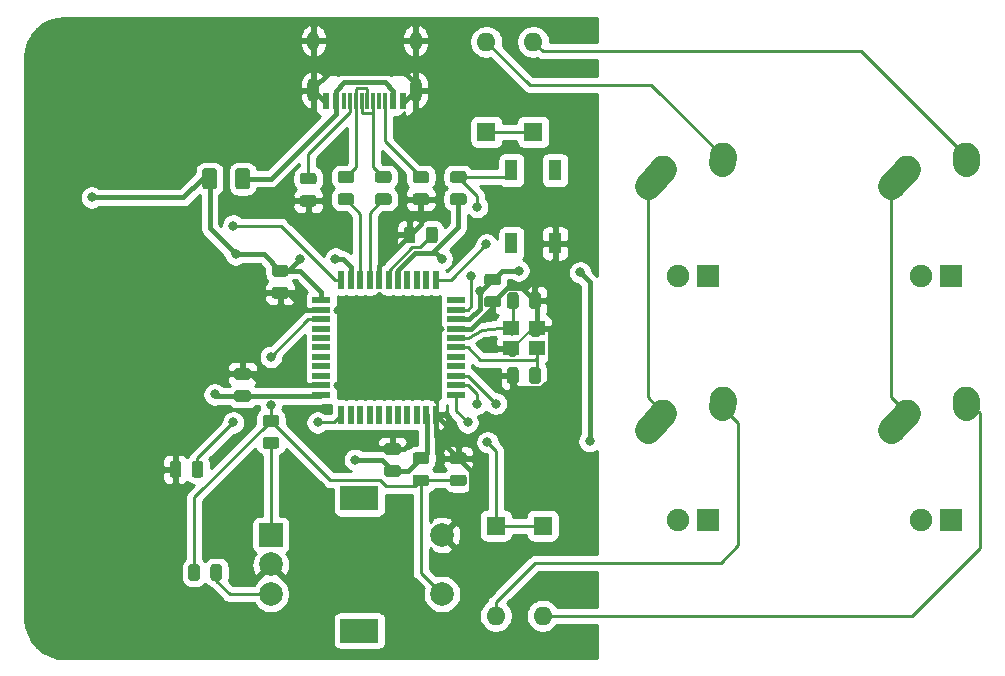
<source format=gbr>
G04 #@! TF.GenerationSoftware,KiCad,Pcbnew,(5.1.5)-3*
G04 #@! TF.CreationDate,2020-05-08T22:50:54-04:00*
G04 #@! TF.ProjectId,metropolislefty,6d657472-6f70-46f6-9c69-736c65667479,rev?*
G04 #@! TF.SameCoordinates,Original*
G04 #@! TF.FileFunction,Copper,L2,Bot*
G04 #@! TF.FilePolarity,Positive*
%FSLAX46Y46*%
G04 Gerber Fmt 4.6, Leading zero omitted, Abs format (unit mm)*
G04 Created by KiCad (PCBNEW (5.1.5)-3) date 2020-05-08 22:50:54*
%MOMM*%
%LPD*%
G04 APERTURE LIST*
%ADD10C,0.100000*%
%ADD11R,0.600000X1.450000*%
%ADD12R,0.300000X1.450000*%
%ADD13O,1.000000X2.100000*%
%ADD14O,1.000000X1.600000*%
%ADD15O,1.600000X1.600000*%
%ADD16R,1.600000X1.600000*%
%ADD17R,2.000000X2.000000*%
%ADD18C,2.000000*%
%ADD19R,3.200000X2.000000*%
%ADD20R,1.500000X0.550000*%
%ADD21R,0.550000X1.500000*%
%ADD22R,1.905000X1.905000*%
%ADD23C,1.905000*%
%ADD24C,2.250000*%
%ADD25C,2.250000*%
%ADD26R,1.400000X1.200000*%
%ADD27R,1.100000X1.800000*%
%ADD28C,0.800000*%
%ADD29C,0.381000*%
%ADD30C,0.203200*%
%ADD31C,0.254000*%
G04 APERTURE END LIST*
G04 #@! TA.AperFunction,SMDPad,CuDef*
D10*
G36*
X92280142Y-95651174D02*
G01*
X92303803Y-95654684D01*
X92327007Y-95660496D01*
X92349529Y-95668554D01*
X92371153Y-95678782D01*
X92391670Y-95691079D01*
X92410883Y-95705329D01*
X92428607Y-95721393D01*
X92444671Y-95739117D01*
X92458921Y-95758330D01*
X92471218Y-95778847D01*
X92481446Y-95800471D01*
X92489504Y-95822993D01*
X92495316Y-95846197D01*
X92498826Y-95869858D01*
X92500000Y-95893750D01*
X92500000Y-96381250D01*
X92498826Y-96405142D01*
X92495316Y-96428803D01*
X92489504Y-96452007D01*
X92481446Y-96474529D01*
X92471218Y-96496153D01*
X92458921Y-96516670D01*
X92444671Y-96535883D01*
X92428607Y-96553607D01*
X92410883Y-96569671D01*
X92391670Y-96583921D01*
X92371153Y-96596218D01*
X92349529Y-96606446D01*
X92327007Y-96614504D01*
X92303803Y-96620316D01*
X92280142Y-96623826D01*
X92256250Y-96625000D01*
X91343750Y-96625000D01*
X91319858Y-96623826D01*
X91296197Y-96620316D01*
X91272993Y-96614504D01*
X91250471Y-96606446D01*
X91228847Y-96596218D01*
X91208330Y-96583921D01*
X91189117Y-96569671D01*
X91171393Y-96553607D01*
X91155329Y-96535883D01*
X91141079Y-96516670D01*
X91128782Y-96496153D01*
X91118554Y-96474529D01*
X91110496Y-96452007D01*
X91104684Y-96428803D01*
X91101174Y-96405142D01*
X91100000Y-96381250D01*
X91100000Y-95893750D01*
X91101174Y-95869858D01*
X91104684Y-95846197D01*
X91110496Y-95822993D01*
X91118554Y-95800471D01*
X91128782Y-95778847D01*
X91141079Y-95758330D01*
X91155329Y-95739117D01*
X91171393Y-95721393D01*
X91189117Y-95705329D01*
X91208330Y-95691079D01*
X91228847Y-95678782D01*
X91250471Y-95668554D01*
X91272993Y-95660496D01*
X91296197Y-95654684D01*
X91319858Y-95651174D01*
X91343750Y-95650000D01*
X92256250Y-95650000D01*
X92280142Y-95651174D01*
G37*
G04 #@! TD.AperFunction*
G04 #@! TA.AperFunction,SMDPad,CuDef*
G36*
X92280142Y-93776174D02*
G01*
X92303803Y-93779684D01*
X92327007Y-93785496D01*
X92349529Y-93793554D01*
X92371153Y-93803782D01*
X92391670Y-93816079D01*
X92410883Y-93830329D01*
X92428607Y-93846393D01*
X92444671Y-93864117D01*
X92458921Y-93883330D01*
X92471218Y-93903847D01*
X92481446Y-93925471D01*
X92489504Y-93947993D01*
X92495316Y-93971197D01*
X92498826Y-93994858D01*
X92500000Y-94018750D01*
X92500000Y-94506250D01*
X92498826Y-94530142D01*
X92495316Y-94553803D01*
X92489504Y-94577007D01*
X92481446Y-94599529D01*
X92471218Y-94621153D01*
X92458921Y-94641670D01*
X92444671Y-94660883D01*
X92428607Y-94678607D01*
X92410883Y-94694671D01*
X92391670Y-94708921D01*
X92371153Y-94721218D01*
X92349529Y-94731446D01*
X92327007Y-94739504D01*
X92303803Y-94745316D01*
X92280142Y-94748826D01*
X92256250Y-94750000D01*
X91343750Y-94750000D01*
X91319858Y-94748826D01*
X91296197Y-94745316D01*
X91272993Y-94739504D01*
X91250471Y-94731446D01*
X91228847Y-94721218D01*
X91208330Y-94708921D01*
X91189117Y-94694671D01*
X91171393Y-94678607D01*
X91155329Y-94660883D01*
X91141079Y-94641670D01*
X91128782Y-94621153D01*
X91118554Y-94599529D01*
X91110496Y-94577007D01*
X91104684Y-94553803D01*
X91101174Y-94530142D01*
X91100000Y-94506250D01*
X91100000Y-94018750D01*
X91101174Y-93994858D01*
X91104684Y-93971197D01*
X91110496Y-93947993D01*
X91118554Y-93925471D01*
X91128782Y-93903847D01*
X91141079Y-93883330D01*
X91155329Y-93864117D01*
X91171393Y-93846393D01*
X91189117Y-93830329D01*
X91208330Y-93816079D01*
X91228847Y-93803782D01*
X91250471Y-93793554D01*
X91272993Y-93785496D01*
X91296197Y-93779684D01*
X91319858Y-93776174D01*
X91343750Y-93775000D01*
X92256250Y-93775000D01*
X92280142Y-93776174D01*
G37*
G04 #@! TD.AperFunction*
G04 #@! TA.AperFunction,SMDPad,CuDef*
G36*
X83030142Y-86969924D02*
G01*
X83053803Y-86973434D01*
X83077007Y-86979246D01*
X83099529Y-86987304D01*
X83121153Y-86997532D01*
X83141670Y-87009829D01*
X83160883Y-87024079D01*
X83178607Y-87040143D01*
X83194671Y-87057867D01*
X83208921Y-87077080D01*
X83221218Y-87097597D01*
X83231446Y-87119221D01*
X83239504Y-87141743D01*
X83245316Y-87164947D01*
X83248826Y-87188608D01*
X83250000Y-87212500D01*
X83250000Y-87700000D01*
X83248826Y-87723892D01*
X83245316Y-87747553D01*
X83239504Y-87770757D01*
X83231446Y-87793279D01*
X83221218Y-87814903D01*
X83208921Y-87835420D01*
X83194671Y-87854633D01*
X83178607Y-87872357D01*
X83160883Y-87888421D01*
X83141670Y-87902671D01*
X83121153Y-87914968D01*
X83099529Y-87925196D01*
X83077007Y-87933254D01*
X83053803Y-87939066D01*
X83030142Y-87942576D01*
X83006250Y-87943750D01*
X82093750Y-87943750D01*
X82069858Y-87942576D01*
X82046197Y-87939066D01*
X82022993Y-87933254D01*
X82000471Y-87925196D01*
X81978847Y-87914968D01*
X81958330Y-87902671D01*
X81939117Y-87888421D01*
X81921393Y-87872357D01*
X81905329Y-87854633D01*
X81891079Y-87835420D01*
X81878782Y-87814903D01*
X81868554Y-87793279D01*
X81860496Y-87770757D01*
X81854684Y-87747553D01*
X81851174Y-87723892D01*
X81850000Y-87700000D01*
X81850000Y-87212500D01*
X81851174Y-87188608D01*
X81854684Y-87164947D01*
X81860496Y-87141743D01*
X81868554Y-87119221D01*
X81878782Y-87097597D01*
X81891079Y-87077080D01*
X81905329Y-87057867D01*
X81921393Y-87040143D01*
X81939117Y-87024079D01*
X81958330Y-87009829D01*
X81978847Y-86997532D01*
X82000471Y-86987304D01*
X82022993Y-86979246D01*
X82046197Y-86973434D01*
X82069858Y-86969924D01*
X82093750Y-86968750D01*
X83006250Y-86968750D01*
X83030142Y-86969924D01*
G37*
G04 #@! TD.AperFunction*
G04 #@! TA.AperFunction,SMDPad,CuDef*
G36*
X83030142Y-85094924D02*
G01*
X83053803Y-85098434D01*
X83077007Y-85104246D01*
X83099529Y-85112304D01*
X83121153Y-85122532D01*
X83141670Y-85134829D01*
X83160883Y-85149079D01*
X83178607Y-85165143D01*
X83194671Y-85182867D01*
X83208921Y-85202080D01*
X83221218Y-85222597D01*
X83231446Y-85244221D01*
X83239504Y-85266743D01*
X83245316Y-85289947D01*
X83248826Y-85313608D01*
X83250000Y-85337500D01*
X83250000Y-85825000D01*
X83248826Y-85848892D01*
X83245316Y-85872553D01*
X83239504Y-85895757D01*
X83231446Y-85918279D01*
X83221218Y-85939903D01*
X83208921Y-85960420D01*
X83194671Y-85979633D01*
X83178607Y-85997357D01*
X83160883Y-86013421D01*
X83141670Y-86027671D01*
X83121153Y-86039968D01*
X83099529Y-86050196D01*
X83077007Y-86058254D01*
X83053803Y-86064066D01*
X83030142Y-86067576D01*
X83006250Y-86068750D01*
X82093750Y-86068750D01*
X82069858Y-86067576D01*
X82046197Y-86064066D01*
X82022993Y-86058254D01*
X82000471Y-86050196D01*
X81978847Y-86039968D01*
X81958330Y-86027671D01*
X81939117Y-86013421D01*
X81921393Y-85997357D01*
X81905329Y-85979633D01*
X81891079Y-85960420D01*
X81878782Y-85939903D01*
X81868554Y-85918279D01*
X81860496Y-85895757D01*
X81854684Y-85872553D01*
X81851174Y-85848892D01*
X81850000Y-85825000D01*
X81850000Y-85337500D01*
X81851174Y-85313608D01*
X81854684Y-85289947D01*
X81860496Y-85266743D01*
X81868554Y-85244221D01*
X81878782Y-85222597D01*
X81891079Y-85202080D01*
X81905329Y-85182867D01*
X81921393Y-85165143D01*
X81939117Y-85149079D01*
X81958330Y-85134829D01*
X81978847Y-85122532D01*
X82000471Y-85112304D01*
X82022993Y-85104246D01*
X82046197Y-85098434D01*
X82069858Y-85094924D01*
X82093750Y-85093750D01*
X83006250Y-85093750D01*
X83030142Y-85094924D01*
G37*
G04 #@! TD.AperFunction*
D11*
X84187500Y-79132500D03*
X77737500Y-79132500D03*
X83412500Y-79132500D03*
X78512500Y-79132500D03*
D12*
X79212500Y-79132500D03*
X82712500Y-79132500D03*
X79712500Y-79132500D03*
X82212500Y-79132500D03*
X80212500Y-79132500D03*
X81712500Y-79132500D03*
X81212500Y-79132500D03*
X80712500Y-79132500D03*
D13*
X76642500Y-78217500D03*
X85282500Y-78217500D03*
D14*
X76642500Y-74037500D03*
X85282500Y-74037500D03*
G04 #@! TA.AperFunction,SMDPad,CuDef*
D10*
G36*
X86205142Y-86969924D02*
G01*
X86228803Y-86973434D01*
X86252007Y-86979246D01*
X86274529Y-86987304D01*
X86296153Y-86997532D01*
X86316670Y-87009829D01*
X86335883Y-87024079D01*
X86353607Y-87040143D01*
X86369671Y-87057867D01*
X86383921Y-87077080D01*
X86396218Y-87097597D01*
X86406446Y-87119221D01*
X86414504Y-87141743D01*
X86420316Y-87164947D01*
X86423826Y-87188608D01*
X86425000Y-87212500D01*
X86425000Y-87700000D01*
X86423826Y-87723892D01*
X86420316Y-87747553D01*
X86414504Y-87770757D01*
X86406446Y-87793279D01*
X86396218Y-87814903D01*
X86383921Y-87835420D01*
X86369671Y-87854633D01*
X86353607Y-87872357D01*
X86335883Y-87888421D01*
X86316670Y-87902671D01*
X86296153Y-87914968D01*
X86274529Y-87925196D01*
X86252007Y-87933254D01*
X86228803Y-87939066D01*
X86205142Y-87942576D01*
X86181250Y-87943750D01*
X85268750Y-87943750D01*
X85244858Y-87942576D01*
X85221197Y-87939066D01*
X85197993Y-87933254D01*
X85175471Y-87925196D01*
X85153847Y-87914968D01*
X85133330Y-87902671D01*
X85114117Y-87888421D01*
X85096393Y-87872357D01*
X85080329Y-87854633D01*
X85066079Y-87835420D01*
X85053782Y-87814903D01*
X85043554Y-87793279D01*
X85035496Y-87770757D01*
X85029684Y-87747553D01*
X85026174Y-87723892D01*
X85025000Y-87700000D01*
X85025000Y-87212500D01*
X85026174Y-87188608D01*
X85029684Y-87164947D01*
X85035496Y-87141743D01*
X85043554Y-87119221D01*
X85053782Y-87097597D01*
X85066079Y-87077080D01*
X85080329Y-87057867D01*
X85096393Y-87040143D01*
X85114117Y-87024079D01*
X85133330Y-87009829D01*
X85153847Y-86997532D01*
X85175471Y-86987304D01*
X85197993Y-86979246D01*
X85221197Y-86973434D01*
X85244858Y-86969924D01*
X85268750Y-86968750D01*
X86181250Y-86968750D01*
X86205142Y-86969924D01*
G37*
G04 #@! TD.AperFunction*
G04 #@! TA.AperFunction,SMDPad,CuDef*
G36*
X86205142Y-85094924D02*
G01*
X86228803Y-85098434D01*
X86252007Y-85104246D01*
X86274529Y-85112304D01*
X86296153Y-85122532D01*
X86316670Y-85134829D01*
X86335883Y-85149079D01*
X86353607Y-85165143D01*
X86369671Y-85182867D01*
X86383921Y-85202080D01*
X86396218Y-85222597D01*
X86406446Y-85244221D01*
X86414504Y-85266743D01*
X86420316Y-85289947D01*
X86423826Y-85313608D01*
X86425000Y-85337500D01*
X86425000Y-85825000D01*
X86423826Y-85848892D01*
X86420316Y-85872553D01*
X86414504Y-85895757D01*
X86406446Y-85918279D01*
X86396218Y-85939903D01*
X86383921Y-85960420D01*
X86369671Y-85979633D01*
X86353607Y-85997357D01*
X86335883Y-86013421D01*
X86316670Y-86027671D01*
X86296153Y-86039968D01*
X86274529Y-86050196D01*
X86252007Y-86058254D01*
X86228803Y-86064066D01*
X86205142Y-86067576D01*
X86181250Y-86068750D01*
X85268750Y-86068750D01*
X85244858Y-86067576D01*
X85221197Y-86064066D01*
X85197993Y-86058254D01*
X85175471Y-86050196D01*
X85153847Y-86039968D01*
X85133330Y-86027671D01*
X85114117Y-86013421D01*
X85096393Y-85997357D01*
X85080329Y-85979633D01*
X85066079Y-85960420D01*
X85053782Y-85939903D01*
X85043554Y-85918279D01*
X85035496Y-85895757D01*
X85029684Y-85872553D01*
X85026174Y-85848892D01*
X85025000Y-85825000D01*
X85025000Y-85337500D01*
X85026174Y-85313608D01*
X85029684Y-85289947D01*
X85035496Y-85266743D01*
X85043554Y-85244221D01*
X85053782Y-85222597D01*
X85066079Y-85202080D01*
X85080329Y-85182867D01*
X85096393Y-85165143D01*
X85114117Y-85149079D01*
X85133330Y-85134829D01*
X85153847Y-85122532D01*
X85175471Y-85112304D01*
X85197993Y-85104246D01*
X85221197Y-85098434D01*
X85244858Y-85094924D01*
X85268750Y-85093750D01*
X86181250Y-85093750D01*
X86205142Y-85094924D01*
G37*
G04 #@! TD.AperFunction*
G04 #@! TA.AperFunction,SMDPad,CuDef*
G36*
X76680142Y-85238674D02*
G01*
X76703803Y-85242184D01*
X76727007Y-85247996D01*
X76749529Y-85256054D01*
X76771153Y-85266282D01*
X76791670Y-85278579D01*
X76810883Y-85292829D01*
X76828607Y-85308893D01*
X76844671Y-85326617D01*
X76858921Y-85345830D01*
X76871218Y-85366347D01*
X76881446Y-85387971D01*
X76889504Y-85410493D01*
X76895316Y-85433697D01*
X76898826Y-85457358D01*
X76900000Y-85481250D01*
X76900000Y-85968750D01*
X76898826Y-85992642D01*
X76895316Y-86016303D01*
X76889504Y-86039507D01*
X76881446Y-86062029D01*
X76871218Y-86083653D01*
X76858921Y-86104170D01*
X76844671Y-86123383D01*
X76828607Y-86141107D01*
X76810883Y-86157171D01*
X76791670Y-86171421D01*
X76771153Y-86183718D01*
X76749529Y-86193946D01*
X76727007Y-86202004D01*
X76703803Y-86207816D01*
X76680142Y-86211326D01*
X76656250Y-86212500D01*
X75743750Y-86212500D01*
X75719858Y-86211326D01*
X75696197Y-86207816D01*
X75672993Y-86202004D01*
X75650471Y-86193946D01*
X75628847Y-86183718D01*
X75608330Y-86171421D01*
X75589117Y-86157171D01*
X75571393Y-86141107D01*
X75555329Y-86123383D01*
X75541079Y-86104170D01*
X75528782Y-86083653D01*
X75518554Y-86062029D01*
X75510496Y-86039507D01*
X75504684Y-86016303D01*
X75501174Y-85992642D01*
X75500000Y-85968750D01*
X75500000Y-85481250D01*
X75501174Y-85457358D01*
X75504684Y-85433697D01*
X75510496Y-85410493D01*
X75518554Y-85387971D01*
X75528782Y-85366347D01*
X75541079Y-85345830D01*
X75555329Y-85326617D01*
X75571393Y-85308893D01*
X75589117Y-85292829D01*
X75608330Y-85278579D01*
X75628847Y-85266282D01*
X75650471Y-85256054D01*
X75672993Y-85247996D01*
X75696197Y-85242184D01*
X75719858Y-85238674D01*
X75743750Y-85237500D01*
X76656250Y-85237500D01*
X76680142Y-85238674D01*
G37*
G04 #@! TD.AperFunction*
G04 #@! TA.AperFunction,SMDPad,CuDef*
G36*
X76680142Y-87113674D02*
G01*
X76703803Y-87117184D01*
X76727007Y-87122996D01*
X76749529Y-87131054D01*
X76771153Y-87141282D01*
X76791670Y-87153579D01*
X76810883Y-87167829D01*
X76828607Y-87183893D01*
X76844671Y-87201617D01*
X76858921Y-87220830D01*
X76871218Y-87241347D01*
X76881446Y-87262971D01*
X76889504Y-87285493D01*
X76895316Y-87308697D01*
X76898826Y-87332358D01*
X76900000Y-87356250D01*
X76900000Y-87843750D01*
X76898826Y-87867642D01*
X76895316Y-87891303D01*
X76889504Y-87914507D01*
X76881446Y-87937029D01*
X76871218Y-87958653D01*
X76858921Y-87979170D01*
X76844671Y-87998383D01*
X76828607Y-88016107D01*
X76810883Y-88032171D01*
X76791670Y-88046421D01*
X76771153Y-88058718D01*
X76749529Y-88068946D01*
X76727007Y-88077004D01*
X76703803Y-88082816D01*
X76680142Y-88086326D01*
X76656250Y-88087500D01*
X75743750Y-88087500D01*
X75719858Y-88086326D01*
X75696197Y-88082816D01*
X75672993Y-88077004D01*
X75650471Y-88068946D01*
X75628847Y-88058718D01*
X75608330Y-88046421D01*
X75589117Y-88032171D01*
X75571393Y-88016107D01*
X75555329Y-87998383D01*
X75541079Y-87979170D01*
X75528782Y-87958653D01*
X75518554Y-87937029D01*
X75510496Y-87914507D01*
X75504684Y-87891303D01*
X75501174Y-87867642D01*
X75500000Y-87843750D01*
X75500000Y-87356250D01*
X75501174Y-87332358D01*
X75504684Y-87308697D01*
X75510496Y-87285493D01*
X75518554Y-87262971D01*
X75528782Y-87241347D01*
X75541079Y-87220830D01*
X75555329Y-87201617D01*
X75571393Y-87183893D01*
X75589117Y-87167829D01*
X75608330Y-87153579D01*
X75628847Y-87141282D01*
X75650471Y-87131054D01*
X75672993Y-87122996D01*
X75696197Y-87117184D01*
X75719858Y-87113674D01*
X75743750Y-87112500D01*
X76656250Y-87112500D01*
X76680142Y-87113674D01*
G37*
G04 #@! TD.AperFunction*
D15*
X96043750Y-122713750D03*
D16*
X96043750Y-115093750D03*
D15*
X92075000Y-122713750D03*
D16*
X92075000Y-115093750D03*
D15*
X95250000Y-74136250D03*
D16*
X95250000Y-81756250D03*
D15*
X91281250Y-74136250D03*
D16*
X91281250Y-81756250D03*
D17*
X73025000Y-115887500D03*
D18*
X73025000Y-118387500D03*
X73025000Y-120887500D03*
D19*
X80525000Y-112787500D03*
X80525000Y-123987500D03*
D18*
X87525000Y-115887500D03*
X87525000Y-120887500D03*
G04 #@! TA.AperFunction,SMDPad,CuDef*
D10*
G36*
X68673892Y-118363674D02*
G01*
X68697553Y-118367184D01*
X68720757Y-118372996D01*
X68743279Y-118381054D01*
X68764903Y-118391282D01*
X68785420Y-118403579D01*
X68804633Y-118417829D01*
X68822357Y-118433893D01*
X68838421Y-118451617D01*
X68852671Y-118470830D01*
X68864968Y-118491347D01*
X68875196Y-118512971D01*
X68883254Y-118535493D01*
X68889066Y-118558697D01*
X68892576Y-118582358D01*
X68893750Y-118606250D01*
X68893750Y-119518750D01*
X68892576Y-119542642D01*
X68889066Y-119566303D01*
X68883254Y-119589507D01*
X68875196Y-119612029D01*
X68864968Y-119633653D01*
X68852671Y-119654170D01*
X68838421Y-119673383D01*
X68822357Y-119691107D01*
X68804633Y-119707171D01*
X68785420Y-119721421D01*
X68764903Y-119733718D01*
X68743279Y-119743946D01*
X68720757Y-119752004D01*
X68697553Y-119757816D01*
X68673892Y-119761326D01*
X68650000Y-119762500D01*
X68162500Y-119762500D01*
X68138608Y-119761326D01*
X68114947Y-119757816D01*
X68091743Y-119752004D01*
X68069221Y-119743946D01*
X68047597Y-119733718D01*
X68027080Y-119721421D01*
X68007867Y-119707171D01*
X67990143Y-119691107D01*
X67974079Y-119673383D01*
X67959829Y-119654170D01*
X67947532Y-119633653D01*
X67937304Y-119612029D01*
X67929246Y-119589507D01*
X67923434Y-119566303D01*
X67919924Y-119542642D01*
X67918750Y-119518750D01*
X67918750Y-118606250D01*
X67919924Y-118582358D01*
X67923434Y-118558697D01*
X67929246Y-118535493D01*
X67937304Y-118512971D01*
X67947532Y-118491347D01*
X67959829Y-118470830D01*
X67974079Y-118451617D01*
X67990143Y-118433893D01*
X68007867Y-118417829D01*
X68027080Y-118403579D01*
X68047597Y-118391282D01*
X68069221Y-118381054D01*
X68091743Y-118372996D01*
X68114947Y-118367184D01*
X68138608Y-118363674D01*
X68162500Y-118362500D01*
X68650000Y-118362500D01*
X68673892Y-118363674D01*
G37*
G04 #@! TD.AperFunction*
G04 #@! TA.AperFunction,SMDPad,CuDef*
G36*
X66798892Y-118363674D02*
G01*
X66822553Y-118367184D01*
X66845757Y-118372996D01*
X66868279Y-118381054D01*
X66889903Y-118391282D01*
X66910420Y-118403579D01*
X66929633Y-118417829D01*
X66947357Y-118433893D01*
X66963421Y-118451617D01*
X66977671Y-118470830D01*
X66989968Y-118491347D01*
X67000196Y-118512971D01*
X67008254Y-118535493D01*
X67014066Y-118558697D01*
X67017576Y-118582358D01*
X67018750Y-118606250D01*
X67018750Y-119518750D01*
X67017576Y-119542642D01*
X67014066Y-119566303D01*
X67008254Y-119589507D01*
X67000196Y-119612029D01*
X66989968Y-119633653D01*
X66977671Y-119654170D01*
X66963421Y-119673383D01*
X66947357Y-119691107D01*
X66929633Y-119707171D01*
X66910420Y-119721421D01*
X66889903Y-119733718D01*
X66868279Y-119743946D01*
X66845757Y-119752004D01*
X66822553Y-119757816D01*
X66798892Y-119761326D01*
X66775000Y-119762500D01*
X66287500Y-119762500D01*
X66263608Y-119761326D01*
X66239947Y-119757816D01*
X66216743Y-119752004D01*
X66194221Y-119743946D01*
X66172597Y-119733718D01*
X66152080Y-119721421D01*
X66132867Y-119707171D01*
X66115143Y-119691107D01*
X66099079Y-119673383D01*
X66084829Y-119654170D01*
X66072532Y-119633653D01*
X66062304Y-119612029D01*
X66054246Y-119589507D01*
X66048434Y-119566303D01*
X66044924Y-119542642D01*
X66043750Y-119518750D01*
X66043750Y-118606250D01*
X66044924Y-118582358D01*
X66048434Y-118558697D01*
X66054246Y-118535493D01*
X66062304Y-118512971D01*
X66072532Y-118491347D01*
X66084829Y-118470830D01*
X66099079Y-118451617D01*
X66115143Y-118433893D01*
X66132867Y-118417829D01*
X66152080Y-118403579D01*
X66172597Y-118391282D01*
X66194221Y-118381054D01*
X66216743Y-118372996D01*
X66239947Y-118367184D01*
X66263608Y-118363674D01*
X66287500Y-118362500D01*
X66775000Y-118362500D01*
X66798892Y-118363674D01*
G37*
G04 #@! TD.AperFunction*
G04 #@! TA.AperFunction,SMDPad,CuDef*
G36*
X73505142Y-107607424D02*
G01*
X73528803Y-107610934D01*
X73552007Y-107616746D01*
X73574529Y-107624804D01*
X73596153Y-107635032D01*
X73616670Y-107647329D01*
X73635883Y-107661579D01*
X73653607Y-107677643D01*
X73669671Y-107695367D01*
X73683921Y-107714580D01*
X73696218Y-107735097D01*
X73706446Y-107756721D01*
X73714504Y-107779243D01*
X73720316Y-107802447D01*
X73723826Y-107826108D01*
X73725000Y-107850000D01*
X73725000Y-108337500D01*
X73723826Y-108361392D01*
X73720316Y-108385053D01*
X73714504Y-108408257D01*
X73706446Y-108430779D01*
X73696218Y-108452403D01*
X73683921Y-108472920D01*
X73669671Y-108492133D01*
X73653607Y-108509857D01*
X73635883Y-108525921D01*
X73616670Y-108540171D01*
X73596153Y-108552468D01*
X73574529Y-108562696D01*
X73552007Y-108570754D01*
X73528803Y-108576566D01*
X73505142Y-108580076D01*
X73481250Y-108581250D01*
X72568750Y-108581250D01*
X72544858Y-108580076D01*
X72521197Y-108576566D01*
X72497993Y-108570754D01*
X72475471Y-108562696D01*
X72453847Y-108552468D01*
X72433330Y-108540171D01*
X72414117Y-108525921D01*
X72396393Y-108509857D01*
X72380329Y-108492133D01*
X72366079Y-108472920D01*
X72353782Y-108452403D01*
X72343554Y-108430779D01*
X72335496Y-108408257D01*
X72329684Y-108385053D01*
X72326174Y-108361392D01*
X72325000Y-108337500D01*
X72325000Y-107850000D01*
X72326174Y-107826108D01*
X72329684Y-107802447D01*
X72335496Y-107779243D01*
X72343554Y-107756721D01*
X72353782Y-107735097D01*
X72366079Y-107714580D01*
X72380329Y-107695367D01*
X72396393Y-107677643D01*
X72414117Y-107661579D01*
X72433330Y-107647329D01*
X72453847Y-107635032D01*
X72475471Y-107624804D01*
X72497993Y-107616746D01*
X72521197Y-107610934D01*
X72544858Y-107607424D01*
X72568750Y-107606250D01*
X73481250Y-107606250D01*
X73505142Y-107607424D01*
G37*
G04 #@! TD.AperFunction*
G04 #@! TA.AperFunction,SMDPad,CuDef*
G36*
X73505142Y-105732424D02*
G01*
X73528803Y-105735934D01*
X73552007Y-105741746D01*
X73574529Y-105749804D01*
X73596153Y-105760032D01*
X73616670Y-105772329D01*
X73635883Y-105786579D01*
X73653607Y-105802643D01*
X73669671Y-105820367D01*
X73683921Y-105839580D01*
X73696218Y-105860097D01*
X73706446Y-105881721D01*
X73714504Y-105904243D01*
X73720316Y-105927447D01*
X73723826Y-105951108D01*
X73725000Y-105975000D01*
X73725000Y-106462500D01*
X73723826Y-106486392D01*
X73720316Y-106510053D01*
X73714504Y-106533257D01*
X73706446Y-106555779D01*
X73696218Y-106577403D01*
X73683921Y-106597920D01*
X73669671Y-106617133D01*
X73653607Y-106634857D01*
X73635883Y-106650921D01*
X73616670Y-106665171D01*
X73596153Y-106677468D01*
X73574529Y-106687696D01*
X73552007Y-106695754D01*
X73528803Y-106701566D01*
X73505142Y-106705076D01*
X73481250Y-106706250D01*
X72568750Y-106706250D01*
X72544858Y-106705076D01*
X72521197Y-106701566D01*
X72497993Y-106695754D01*
X72475471Y-106687696D01*
X72453847Y-106677468D01*
X72433330Y-106665171D01*
X72414117Y-106650921D01*
X72396393Y-106634857D01*
X72380329Y-106617133D01*
X72366079Y-106597920D01*
X72353782Y-106577403D01*
X72343554Y-106555779D01*
X72335496Y-106533257D01*
X72329684Y-106510053D01*
X72326174Y-106486392D01*
X72325000Y-106462500D01*
X72325000Y-105975000D01*
X72326174Y-105951108D01*
X72329684Y-105927447D01*
X72335496Y-105904243D01*
X72343554Y-105881721D01*
X72353782Y-105860097D01*
X72366079Y-105839580D01*
X72380329Y-105820367D01*
X72396393Y-105802643D01*
X72414117Y-105786579D01*
X72433330Y-105772329D01*
X72453847Y-105760032D01*
X72475471Y-105749804D01*
X72497993Y-105741746D01*
X72521197Y-105735934D01*
X72544858Y-105732424D01*
X72568750Y-105731250D01*
X73481250Y-105731250D01*
X73505142Y-105732424D01*
G37*
G04 #@! TD.AperFunction*
G04 #@! TA.AperFunction,SMDPad,CuDef*
G36*
X86205142Y-108907424D02*
G01*
X86228803Y-108910934D01*
X86252007Y-108916746D01*
X86274529Y-108924804D01*
X86296153Y-108935032D01*
X86316670Y-108947329D01*
X86335883Y-108961579D01*
X86353607Y-108977643D01*
X86369671Y-108995367D01*
X86383921Y-109014580D01*
X86396218Y-109035097D01*
X86406446Y-109056721D01*
X86414504Y-109079243D01*
X86420316Y-109102447D01*
X86423826Y-109126108D01*
X86425000Y-109150000D01*
X86425000Y-109637500D01*
X86423826Y-109661392D01*
X86420316Y-109685053D01*
X86414504Y-109708257D01*
X86406446Y-109730779D01*
X86396218Y-109752403D01*
X86383921Y-109772920D01*
X86369671Y-109792133D01*
X86353607Y-109809857D01*
X86335883Y-109825921D01*
X86316670Y-109840171D01*
X86296153Y-109852468D01*
X86274529Y-109862696D01*
X86252007Y-109870754D01*
X86228803Y-109876566D01*
X86205142Y-109880076D01*
X86181250Y-109881250D01*
X85268750Y-109881250D01*
X85244858Y-109880076D01*
X85221197Y-109876566D01*
X85197993Y-109870754D01*
X85175471Y-109862696D01*
X85153847Y-109852468D01*
X85133330Y-109840171D01*
X85114117Y-109825921D01*
X85096393Y-109809857D01*
X85080329Y-109792133D01*
X85066079Y-109772920D01*
X85053782Y-109752403D01*
X85043554Y-109730779D01*
X85035496Y-109708257D01*
X85029684Y-109685053D01*
X85026174Y-109661392D01*
X85025000Y-109637500D01*
X85025000Y-109150000D01*
X85026174Y-109126108D01*
X85029684Y-109102447D01*
X85035496Y-109079243D01*
X85043554Y-109056721D01*
X85053782Y-109035097D01*
X85066079Y-109014580D01*
X85080329Y-108995367D01*
X85096393Y-108977643D01*
X85114117Y-108961579D01*
X85133330Y-108947329D01*
X85153847Y-108935032D01*
X85175471Y-108924804D01*
X85197993Y-108916746D01*
X85221197Y-108910934D01*
X85244858Y-108907424D01*
X85268750Y-108906250D01*
X86181250Y-108906250D01*
X86205142Y-108907424D01*
G37*
G04 #@! TD.AperFunction*
G04 #@! TA.AperFunction,SMDPad,CuDef*
G36*
X86205142Y-110782424D02*
G01*
X86228803Y-110785934D01*
X86252007Y-110791746D01*
X86274529Y-110799804D01*
X86296153Y-110810032D01*
X86316670Y-110822329D01*
X86335883Y-110836579D01*
X86353607Y-110852643D01*
X86369671Y-110870367D01*
X86383921Y-110889580D01*
X86396218Y-110910097D01*
X86406446Y-110931721D01*
X86414504Y-110954243D01*
X86420316Y-110977447D01*
X86423826Y-111001108D01*
X86425000Y-111025000D01*
X86425000Y-111512500D01*
X86423826Y-111536392D01*
X86420316Y-111560053D01*
X86414504Y-111583257D01*
X86406446Y-111605779D01*
X86396218Y-111627403D01*
X86383921Y-111647920D01*
X86369671Y-111667133D01*
X86353607Y-111684857D01*
X86335883Y-111700921D01*
X86316670Y-111715171D01*
X86296153Y-111727468D01*
X86274529Y-111737696D01*
X86252007Y-111745754D01*
X86228803Y-111751566D01*
X86205142Y-111755076D01*
X86181250Y-111756250D01*
X85268750Y-111756250D01*
X85244858Y-111755076D01*
X85221197Y-111751566D01*
X85197993Y-111745754D01*
X85175471Y-111737696D01*
X85153847Y-111727468D01*
X85133330Y-111715171D01*
X85114117Y-111700921D01*
X85096393Y-111684857D01*
X85080329Y-111667133D01*
X85066079Y-111647920D01*
X85053782Y-111627403D01*
X85043554Y-111605779D01*
X85035496Y-111583257D01*
X85029684Y-111560053D01*
X85026174Y-111536392D01*
X85025000Y-111512500D01*
X85025000Y-111025000D01*
X85026174Y-111001108D01*
X85029684Y-110977447D01*
X85035496Y-110954243D01*
X85043554Y-110931721D01*
X85053782Y-110910097D01*
X85066079Y-110889580D01*
X85080329Y-110870367D01*
X85096393Y-110852643D01*
X85114117Y-110836579D01*
X85133330Y-110822329D01*
X85153847Y-110810032D01*
X85175471Y-110799804D01*
X85197993Y-110791746D01*
X85221197Y-110785934D01*
X85244858Y-110782424D01*
X85268750Y-110781250D01*
X86181250Y-110781250D01*
X86205142Y-110782424D01*
G37*
G04 #@! TD.AperFunction*
G04 #@! TA.AperFunction,SMDPad,CuDef*
G36*
X89380142Y-108907424D02*
G01*
X89403803Y-108910934D01*
X89427007Y-108916746D01*
X89449529Y-108924804D01*
X89471153Y-108935032D01*
X89491670Y-108947329D01*
X89510883Y-108961579D01*
X89528607Y-108977643D01*
X89544671Y-108995367D01*
X89558921Y-109014580D01*
X89571218Y-109035097D01*
X89581446Y-109056721D01*
X89589504Y-109079243D01*
X89595316Y-109102447D01*
X89598826Y-109126108D01*
X89600000Y-109150000D01*
X89600000Y-109637500D01*
X89598826Y-109661392D01*
X89595316Y-109685053D01*
X89589504Y-109708257D01*
X89581446Y-109730779D01*
X89571218Y-109752403D01*
X89558921Y-109772920D01*
X89544671Y-109792133D01*
X89528607Y-109809857D01*
X89510883Y-109825921D01*
X89491670Y-109840171D01*
X89471153Y-109852468D01*
X89449529Y-109862696D01*
X89427007Y-109870754D01*
X89403803Y-109876566D01*
X89380142Y-109880076D01*
X89356250Y-109881250D01*
X88443750Y-109881250D01*
X88419858Y-109880076D01*
X88396197Y-109876566D01*
X88372993Y-109870754D01*
X88350471Y-109862696D01*
X88328847Y-109852468D01*
X88308330Y-109840171D01*
X88289117Y-109825921D01*
X88271393Y-109809857D01*
X88255329Y-109792133D01*
X88241079Y-109772920D01*
X88228782Y-109752403D01*
X88218554Y-109730779D01*
X88210496Y-109708257D01*
X88204684Y-109685053D01*
X88201174Y-109661392D01*
X88200000Y-109637500D01*
X88200000Y-109150000D01*
X88201174Y-109126108D01*
X88204684Y-109102447D01*
X88210496Y-109079243D01*
X88218554Y-109056721D01*
X88228782Y-109035097D01*
X88241079Y-109014580D01*
X88255329Y-108995367D01*
X88271393Y-108977643D01*
X88289117Y-108961579D01*
X88308330Y-108947329D01*
X88328847Y-108935032D01*
X88350471Y-108924804D01*
X88372993Y-108916746D01*
X88396197Y-108910934D01*
X88419858Y-108907424D01*
X88443750Y-108906250D01*
X89356250Y-108906250D01*
X89380142Y-108907424D01*
G37*
G04 #@! TD.AperFunction*
G04 #@! TA.AperFunction,SMDPad,CuDef*
G36*
X89380142Y-110782424D02*
G01*
X89403803Y-110785934D01*
X89427007Y-110791746D01*
X89449529Y-110799804D01*
X89471153Y-110810032D01*
X89491670Y-110822329D01*
X89510883Y-110836579D01*
X89528607Y-110852643D01*
X89544671Y-110870367D01*
X89558921Y-110889580D01*
X89571218Y-110910097D01*
X89581446Y-110931721D01*
X89589504Y-110954243D01*
X89595316Y-110977447D01*
X89598826Y-111001108D01*
X89600000Y-111025000D01*
X89600000Y-111512500D01*
X89598826Y-111536392D01*
X89595316Y-111560053D01*
X89589504Y-111583257D01*
X89581446Y-111605779D01*
X89571218Y-111627403D01*
X89558921Y-111647920D01*
X89544671Y-111667133D01*
X89528607Y-111684857D01*
X89510883Y-111700921D01*
X89491670Y-111715171D01*
X89471153Y-111727468D01*
X89449529Y-111737696D01*
X89427007Y-111745754D01*
X89403803Y-111751566D01*
X89380142Y-111755076D01*
X89356250Y-111756250D01*
X88443750Y-111756250D01*
X88419858Y-111755076D01*
X88396197Y-111751566D01*
X88372993Y-111745754D01*
X88350471Y-111737696D01*
X88328847Y-111727468D01*
X88308330Y-111715171D01*
X88289117Y-111700921D01*
X88271393Y-111684857D01*
X88255329Y-111667133D01*
X88241079Y-111647920D01*
X88228782Y-111627403D01*
X88218554Y-111605779D01*
X88210496Y-111583257D01*
X88204684Y-111560053D01*
X88201174Y-111536392D01*
X88200000Y-111512500D01*
X88200000Y-111025000D01*
X88201174Y-111001108D01*
X88204684Y-110977447D01*
X88210496Y-110954243D01*
X88218554Y-110931721D01*
X88228782Y-110910097D01*
X88241079Y-110889580D01*
X88255329Y-110870367D01*
X88271393Y-110852643D01*
X88289117Y-110836579D01*
X88308330Y-110822329D01*
X88328847Y-110810032D01*
X88350471Y-110799804D01*
X88372993Y-110791746D01*
X88396197Y-110785934D01*
X88419858Y-110782424D01*
X88443750Y-110781250D01*
X89356250Y-110781250D01*
X89380142Y-110782424D01*
G37*
G04 #@! TD.AperFunction*
G04 #@! TA.AperFunction,SMDPad,CuDef*
G36*
X83823892Y-108113674D02*
G01*
X83847553Y-108117184D01*
X83870757Y-108122996D01*
X83893279Y-108131054D01*
X83914903Y-108141282D01*
X83935420Y-108153579D01*
X83954633Y-108167829D01*
X83972357Y-108183893D01*
X83988421Y-108201617D01*
X84002671Y-108220830D01*
X84014968Y-108241347D01*
X84025196Y-108262971D01*
X84033254Y-108285493D01*
X84039066Y-108308697D01*
X84042576Y-108332358D01*
X84043750Y-108356250D01*
X84043750Y-108843750D01*
X84042576Y-108867642D01*
X84039066Y-108891303D01*
X84033254Y-108914507D01*
X84025196Y-108937029D01*
X84014968Y-108958653D01*
X84002671Y-108979170D01*
X83988421Y-108998383D01*
X83972357Y-109016107D01*
X83954633Y-109032171D01*
X83935420Y-109046421D01*
X83914903Y-109058718D01*
X83893279Y-109068946D01*
X83870757Y-109077004D01*
X83847553Y-109082816D01*
X83823892Y-109086326D01*
X83800000Y-109087500D01*
X82887500Y-109087500D01*
X82863608Y-109086326D01*
X82839947Y-109082816D01*
X82816743Y-109077004D01*
X82794221Y-109068946D01*
X82772597Y-109058718D01*
X82752080Y-109046421D01*
X82732867Y-109032171D01*
X82715143Y-109016107D01*
X82699079Y-108998383D01*
X82684829Y-108979170D01*
X82672532Y-108958653D01*
X82662304Y-108937029D01*
X82654246Y-108914507D01*
X82648434Y-108891303D01*
X82644924Y-108867642D01*
X82643750Y-108843750D01*
X82643750Y-108356250D01*
X82644924Y-108332358D01*
X82648434Y-108308697D01*
X82654246Y-108285493D01*
X82662304Y-108262971D01*
X82672532Y-108241347D01*
X82684829Y-108220830D01*
X82699079Y-108201617D01*
X82715143Y-108183893D01*
X82732867Y-108167829D01*
X82752080Y-108153579D01*
X82772597Y-108141282D01*
X82794221Y-108131054D01*
X82816743Y-108122996D01*
X82839947Y-108117184D01*
X82863608Y-108113674D01*
X82887500Y-108112500D01*
X83800000Y-108112500D01*
X83823892Y-108113674D01*
G37*
G04 #@! TD.AperFunction*
G04 #@! TA.AperFunction,SMDPad,CuDef*
G36*
X83823892Y-109988674D02*
G01*
X83847553Y-109992184D01*
X83870757Y-109997996D01*
X83893279Y-110006054D01*
X83914903Y-110016282D01*
X83935420Y-110028579D01*
X83954633Y-110042829D01*
X83972357Y-110058893D01*
X83988421Y-110076617D01*
X84002671Y-110095830D01*
X84014968Y-110116347D01*
X84025196Y-110137971D01*
X84033254Y-110160493D01*
X84039066Y-110183697D01*
X84042576Y-110207358D01*
X84043750Y-110231250D01*
X84043750Y-110718750D01*
X84042576Y-110742642D01*
X84039066Y-110766303D01*
X84033254Y-110789507D01*
X84025196Y-110812029D01*
X84014968Y-110833653D01*
X84002671Y-110854170D01*
X83988421Y-110873383D01*
X83972357Y-110891107D01*
X83954633Y-110907171D01*
X83935420Y-110921421D01*
X83914903Y-110933718D01*
X83893279Y-110943946D01*
X83870757Y-110952004D01*
X83847553Y-110957816D01*
X83823892Y-110961326D01*
X83800000Y-110962500D01*
X82887500Y-110962500D01*
X82863608Y-110961326D01*
X82839947Y-110957816D01*
X82816743Y-110952004D01*
X82794221Y-110943946D01*
X82772597Y-110933718D01*
X82752080Y-110921421D01*
X82732867Y-110907171D01*
X82715143Y-110891107D01*
X82699079Y-110873383D01*
X82684829Y-110854170D01*
X82672532Y-110833653D01*
X82662304Y-110812029D01*
X82654246Y-110789507D01*
X82648434Y-110766303D01*
X82644924Y-110742642D01*
X82643750Y-110718750D01*
X82643750Y-110231250D01*
X82644924Y-110207358D01*
X82648434Y-110183697D01*
X82654246Y-110160493D01*
X82662304Y-110137971D01*
X82672532Y-110116347D01*
X82684829Y-110095830D01*
X82699079Y-110076617D01*
X82715143Y-110058893D01*
X82732867Y-110042829D01*
X82752080Y-110028579D01*
X82772597Y-110016282D01*
X82794221Y-110006054D01*
X82816743Y-109997996D01*
X82839947Y-109992184D01*
X82863608Y-109988674D01*
X82887500Y-109987500D01*
X83800000Y-109987500D01*
X83823892Y-109988674D01*
G37*
G04 #@! TD.AperFunction*
G04 #@! TA.AperFunction,SMDPad,CuDef*
G36*
X74298892Y-94907424D02*
G01*
X74322553Y-94910934D01*
X74345757Y-94916746D01*
X74368279Y-94924804D01*
X74389903Y-94935032D01*
X74410420Y-94947329D01*
X74429633Y-94961579D01*
X74447357Y-94977643D01*
X74463421Y-94995367D01*
X74477671Y-95014580D01*
X74489968Y-95035097D01*
X74500196Y-95056721D01*
X74508254Y-95079243D01*
X74514066Y-95102447D01*
X74517576Y-95126108D01*
X74518750Y-95150000D01*
X74518750Y-95637500D01*
X74517576Y-95661392D01*
X74514066Y-95685053D01*
X74508254Y-95708257D01*
X74500196Y-95730779D01*
X74489968Y-95752403D01*
X74477671Y-95772920D01*
X74463421Y-95792133D01*
X74447357Y-95809857D01*
X74429633Y-95825921D01*
X74410420Y-95840171D01*
X74389903Y-95852468D01*
X74368279Y-95862696D01*
X74345757Y-95870754D01*
X74322553Y-95876566D01*
X74298892Y-95880076D01*
X74275000Y-95881250D01*
X73362500Y-95881250D01*
X73338608Y-95880076D01*
X73314947Y-95876566D01*
X73291743Y-95870754D01*
X73269221Y-95862696D01*
X73247597Y-95852468D01*
X73227080Y-95840171D01*
X73207867Y-95825921D01*
X73190143Y-95809857D01*
X73174079Y-95792133D01*
X73159829Y-95772920D01*
X73147532Y-95752403D01*
X73137304Y-95730779D01*
X73129246Y-95708257D01*
X73123434Y-95685053D01*
X73119924Y-95661392D01*
X73118750Y-95637500D01*
X73118750Y-95150000D01*
X73119924Y-95126108D01*
X73123434Y-95102447D01*
X73129246Y-95079243D01*
X73137304Y-95056721D01*
X73147532Y-95035097D01*
X73159829Y-95014580D01*
X73174079Y-94995367D01*
X73190143Y-94977643D01*
X73207867Y-94961579D01*
X73227080Y-94947329D01*
X73247597Y-94935032D01*
X73269221Y-94924804D01*
X73291743Y-94916746D01*
X73314947Y-94910934D01*
X73338608Y-94907424D01*
X73362500Y-94906250D01*
X74275000Y-94906250D01*
X74298892Y-94907424D01*
G37*
G04 #@! TD.AperFunction*
G04 #@! TA.AperFunction,SMDPad,CuDef*
G36*
X74298892Y-93032424D02*
G01*
X74322553Y-93035934D01*
X74345757Y-93041746D01*
X74368279Y-93049804D01*
X74389903Y-93060032D01*
X74410420Y-93072329D01*
X74429633Y-93086579D01*
X74447357Y-93102643D01*
X74463421Y-93120367D01*
X74477671Y-93139580D01*
X74489968Y-93160097D01*
X74500196Y-93181721D01*
X74508254Y-93204243D01*
X74514066Y-93227447D01*
X74517576Y-93251108D01*
X74518750Y-93275000D01*
X74518750Y-93762500D01*
X74517576Y-93786392D01*
X74514066Y-93810053D01*
X74508254Y-93833257D01*
X74500196Y-93855779D01*
X74489968Y-93877403D01*
X74477671Y-93897920D01*
X74463421Y-93917133D01*
X74447357Y-93934857D01*
X74429633Y-93950921D01*
X74410420Y-93965171D01*
X74389903Y-93977468D01*
X74368279Y-93987696D01*
X74345757Y-93995754D01*
X74322553Y-94001566D01*
X74298892Y-94005076D01*
X74275000Y-94006250D01*
X73362500Y-94006250D01*
X73338608Y-94005076D01*
X73314947Y-94001566D01*
X73291743Y-93995754D01*
X73269221Y-93987696D01*
X73247597Y-93977468D01*
X73227080Y-93965171D01*
X73207867Y-93950921D01*
X73190143Y-93934857D01*
X73174079Y-93917133D01*
X73159829Y-93897920D01*
X73147532Y-93877403D01*
X73137304Y-93855779D01*
X73129246Y-93833257D01*
X73123434Y-93810053D01*
X73119924Y-93786392D01*
X73118750Y-93762500D01*
X73118750Y-93275000D01*
X73119924Y-93251108D01*
X73123434Y-93227447D01*
X73129246Y-93204243D01*
X73137304Y-93181721D01*
X73147532Y-93160097D01*
X73159829Y-93139580D01*
X73174079Y-93120367D01*
X73190143Y-93102643D01*
X73207867Y-93086579D01*
X73227080Y-93072329D01*
X73247597Y-93060032D01*
X73269221Y-93049804D01*
X73291743Y-93041746D01*
X73314947Y-93035934D01*
X73338608Y-93032424D01*
X73362500Y-93031250D01*
X74275000Y-93031250D01*
X74298892Y-93032424D01*
G37*
G04 #@! TD.AperFunction*
D20*
X77300000Y-96012500D03*
X77300000Y-96812500D03*
X77300000Y-97612500D03*
X77300000Y-98412500D03*
X77300000Y-99212500D03*
X77300000Y-100012500D03*
X77300000Y-100812500D03*
X77300000Y-101612500D03*
X77300000Y-102412500D03*
X77300000Y-103212500D03*
X77300000Y-104012500D03*
D21*
X79000000Y-105712500D03*
X79800000Y-105712500D03*
X80600000Y-105712500D03*
X81400000Y-105712500D03*
X82200000Y-105712500D03*
X83000000Y-105712500D03*
X83800000Y-105712500D03*
X84600000Y-105712500D03*
X85400000Y-105712500D03*
X86200000Y-105712500D03*
X87000000Y-105712500D03*
D20*
X88700000Y-104012500D03*
X88700000Y-103212500D03*
X88700000Y-102412500D03*
X88700000Y-101612500D03*
X88700000Y-100812500D03*
X88700000Y-100012500D03*
X88700000Y-99212500D03*
X88700000Y-98412500D03*
X88700000Y-97612500D03*
X88700000Y-96812500D03*
X88700000Y-96012500D03*
D21*
X87000000Y-94312500D03*
X86200000Y-94312500D03*
X85400000Y-94312500D03*
X84600000Y-94312500D03*
X83800000Y-94312500D03*
X83000000Y-94312500D03*
X82200000Y-94312500D03*
X81400000Y-94312500D03*
X80600000Y-94312500D03*
X79800000Y-94312500D03*
X79000000Y-94312500D03*
D22*
X130651250Y-114617500D03*
D23*
X128111250Y-114617500D03*
D24*
X126881250Y-105537500D03*
D25*
X125571250Y-106997500D02*
X126881252Y-105537500D01*
D24*
X131921250Y-104457500D03*
D25*
X131881250Y-105037500D02*
X131921250Y-104457500D01*
D22*
X110013750Y-114617500D03*
D23*
X107473750Y-114617500D03*
D24*
X106243750Y-105537500D03*
D25*
X104933750Y-106997500D02*
X106243752Y-105537500D01*
D24*
X111283750Y-104457500D03*
D25*
X111243750Y-105037500D02*
X111283750Y-104457500D01*
D22*
X130651250Y-93980000D03*
D23*
X128111250Y-93980000D03*
D24*
X126881250Y-84900000D03*
D25*
X125571250Y-86360000D02*
X126881252Y-84900000D01*
D24*
X131921250Y-83820000D03*
D25*
X131881250Y-84400000D02*
X131921250Y-83820000D01*
D22*
X110013750Y-93980000D03*
D23*
X107473750Y-93980000D03*
D24*
X106243750Y-84900000D03*
D25*
X104933750Y-86360000D02*
X106243752Y-84900000D01*
D24*
X111283750Y-83820000D03*
D25*
X111243750Y-84400000D02*
X111283750Y-83820000D01*
D26*
X95556250Y-98368750D03*
X93356250Y-98368750D03*
X93356250Y-100068750D03*
X95556250Y-100068750D03*
D27*
X97100000Y-85006250D03*
X93400000Y-91206250D03*
X93400000Y-85006250D03*
X97100000Y-91206250D03*
G04 #@! TA.AperFunction,SMDPad,CuDef*
D10*
G36*
X67086392Y-109632424D02*
G01*
X67110053Y-109635934D01*
X67133257Y-109641746D01*
X67155779Y-109649804D01*
X67177403Y-109660032D01*
X67197920Y-109672329D01*
X67217133Y-109686579D01*
X67234857Y-109702643D01*
X67250921Y-109720367D01*
X67265171Y-109739580D01*
X67277468Y-109760097D01*
X67287696Y-109781721D01*
X67295754Y-109804243D01*
X67301566Y-109827447D01*
X67305076Y-109851108D01*
X67306250Y-109875000D01*
X67306250Y-110787500D01*
X67305076Y-110811392D01*
X67301566Y-110835053D01*
X67295754Y-110858257D01*
X67287696Y-110880779D01*
X67277468Y-110902403D01*
X67265171Y-110922920D01*
X67250921Y-110942133D01*
X67234857Y-110959857D01*
X67217133Y-110975921D01*
X67197920Y-110990171D01*
X67177403Y-111002468D01*
X67155779Y-111012696D01*
X67133257Y-111020754D01*
X67110053Y-111026566D01*
X67086392Y-111030076D01*
X67062500Y-111031250D01*
X66575000Y-111031250D01*
X66551108Y-111030076D01*
X66527447Y-111026566D01*
X66504243Y-111020754D01*
X66481721Y-111012696D01*
X66460097Y-111002468D01*
X66439580Y-110990171D01*
X66420367Y-110975921D01*
X66402643Y-110959857D01*
X66386579Y-110942133D01*
X66372329Y-110922920D01*
X66360032Y-110902403D01*
X66349804Y-110880779D01*
X66341746Y-110858257D01*
X66335934Y-110835053D01*
X66332424Y-110811392D01*
X66331250Y-110787500D01*
X66331250Y-109875000D01*
X66332424Y-109851108D01*
X66335934Y-109827447D01*
X66341746Y-109804243D01*
X66349804Y-109781721D01*
X66360032Y-109760097D01*
X66372329Y-109739580D01*
X66386579Y-109720367D01*
X66402643Y-109702643D01*
X66420367Y-109686579D01*
X66439580Y-109672329D01*
X66460097Y-109660032D01*
X66481721Y-109649804D01*
X66504243Y-109641746D01*
X66527447Y-109635934D01*
X66551108Y-109632424D01*
X66575000Y-109631250D01*
X67062500Y-109631250D01*
X67086392Y-109632424D01*
G37*
G04 #@! TD.AperFunction*
G04 #@! TA.AperFunction,SMDPad,CuDef*
G36*
X65211392Y-109632424D02*
G01*
X65235053Y-109635934D01*
X65258257Y-109641746D01*
X65280779Y-109649804D01*
X65302403Y-109660032D01*
X65322920Y-109672329D01*
X65342133Y-109686579D01*
X65359857Y-109702643D01*
X65375921Y-109720367D01*
X65390171Y-109739580D01*
X65402468Y-109760097D01*
X65412696Y-109781721D01*
X65420754Y-109804243D01*
X65426566Y-109827447D01*
X65430076Y-109851108D01*
X65431250Y-109875000D01*
X65431250Y-110787500D01*
X65430076Y-110811392D01*
X65426566Y-110835053D01*
X65420754Y-110858257D01*
X65412696Y-110880779D01*
X65402468Y-110902403D01*
X65390171Y-110922920D01*
X65375921Y-110942133D01*
X65359857Y-110959857D01*
X65342133Y-110975921D01*
X65322920Y-110990171D01*
X65302403Y-111002468D01*
X65280779Y-111012696D01*
X65258257Y-111020754D01*
X65235053Y-111026566D01*
X65211392Y-111030076D01*
X65187500Y-111031250D01*
X64700000Y-111031250D01*
X64676108Y-111030076D01*
X64652447Y-111026566D01*
X64629243Y-111020754D01*
X64606721Y-111012696D01*
X64585097Y-111002468D01*
X64564580Y-110990171D01*
X64545367Y-110975921D01*
X64527643Y-110959857D01*
X64511579Y-110942133D01*
X64497329Y-110922920D01*
X64485032Y-110902403D01*
X64474804Y-110880779D01*
X64466746Y-110858257D01*
X64460934Y-110835053D01*
X64457424Y-110811392D01*
X64456250Y-110787500D01*
X64456250Y-109875000D01*
X64457424Y-109851108D01*
X64460934Y-109827447D01*
X64466746Y-109804243D01*
X64474804Y-109781721D01*
X64485032Y-109760097D01*
X64497329Y-109739580D01*
X64511579Y-109720367D01*
X64527643Y-109702643D01*
X64545367Y-109686579D01*
X64564580Y-109672329D01*
X64585097Y-109660032D01*
X64606721Y-109649804D01*
X64629243Y-109641746D01*
X64652447Y-109635934D01*
X64676108Y-109632424D01*
X64700000Y-109631250D01*
X65187500Y-109631250D01*
X65211392Y-109632424D01*
G37*
G04 #@! TD.AperFunction*
G04 #@! TA.AperFunction,SMDPad,CuDef*
G36*
X89380142Y-86969924D02*
G01*
X89403803Y-86973434D01*
X89427007Y-86979246D01*
X89449529Y-86987304D01*
X89471153Y-86997532D01*
X89491670Y-87009829D01*
X89510883Y-87024079D01*
X89528607Y-87040143D01*
X89544671Y-87057867D01*
X89558921Y-87077080D01*
X89571218Y-87097597D01*
X89581446Y-87119221D01*
X89589504Y-87141743D01*
X89595316Y-87164947D01*
X89598826Y-87188608D01*
X89600000Y-87212500D01*
X89600000Y-87700000D01*
X89598826Y-87723892D01*
X89595316Y-87747553D01*
X89589504Y-87770757D01*
X89581446Y-87793279D01*
X89571218Y-87814903D01*
X89558921Y-87835420D01*
X89544671Y-87854633D01*
X89528607Y-87872357D01*
X89510883Y-87888421D01*
X89491670Y-87902671D01*
X89471153Y-87914968D01*
X89449529Y-87925196D01*
X89427007Y-87933254D01*
X89403803Y-87939066D01*
X89380142Y-87942576D01*
X89356250Y-87943750D01*
X88443750Y-87943750D01*
X88419858Y-87942576D01*
X88396197Y-87939066D01*
X88372993Y-87933254D01*
X88350471Y-87925196D01*
X88328847Y-87914968D01*
X88308330Y-87902671D01*
X88289117Y-87888421D01*
X88271393Y-87872357D01*
X88255329Y-87854633D01*
X88241079Y-87835420D01*
X88228782Y-87814903D01*
X88218554Y-87793279D01*
X88210496Y-87770757D01*
X88204684Y-87747553D01*
X88201174Y-87723892D01*
X88200000Y-87700000D01*
X88200000Y-87212500D01*
X88201174Y-87188608D01*
X88204684Y-87164947D01*
X88210496Y-87141743D01*
X88218554Y-87119221D01*
X88228782Y-87097597D01*
X88241079Y-87077080D01*
X88255329Y-87057867D01*
X88271393Y-87040143D01*
X88289117Y-87024079D01*
X88308330Y-87009829D01*
X88328847Y-86997532D01*
X88350471Y-86987304D01*
X88372993Y-86979246D01*
X88396197Y-86973434D01*
X88419858Y-86969924D01*
X88443750Y-86968750D01*
X89356250Y-86968750D01*
X89380142Y-86969924D01*
G37*
G04 #@! TD.AperFunction*
G04 #@! TA.AperFunction,SMDPad,CuDef*
G36*
X89380142Y-85094924D02*
G01*
X89403803Y-85098434D01*
X89427007Y-85104246D01*
X89449529Y-85112304D01*
X89471153Y-85122532D01*
X89491670Y-85134829D01*
X89510883Y-85149079D01*
X89528607Y-85165143D01*
X89544671Y-85182867D01*
X89558921Y-85202080D01*
X89571218Y-85222597D01*
X89581446Y-85244221D01*
X89589504Y-85266743D01*
X89595316Y-85289947D01*
X89598826Y-85313608D01*
X89600000Y-85337500D01*
X89600000Y-85825000D01*
X89598826Y-85848892D01*
X89595316Y-85872553D01*
X89589504Y-85895757D01*
X89581446Y-85918279D01*
X89571218Y-85939903D01*
X89558921Y-85960420D01*
X89544671Y-85979633D01*
X89528607Y-85997357D01*
X89510883Y-86013421D01*
X89491670Y-86027671D01*
X89471153Y-86039968D01*
X89449529Y-86050196D01*
X89427007Y-86058254D01*
X89403803Y-86064066D01*
X89380142Y-86067576D01*
X89356250Y-86068750D01*
X88443750Y-86068750D01*
X88419858Y-86067576D01*
X88396197Y-86064066D01*
X88372993Y-86058254D01*
X88350471Y-86050196D01*
X88328847Y-86039968D01*
X88308330Y-86027671D01*
X88289117Y-86013421D01*
X88271393Y-85997357D01*
X88255329Y-85979633D01*
X88241079Y-85960420D01*
X88228782Y-85939903D01*
X88218554Y-85918279D01*
X88210496Y-85895757D01*
X88204684Y-85872553D01*
X88201174Y-85848892D01*
X88200000Y-85825000D01*
X88200000Y-85337500D01*
X88201174Y-85313608D01*
X88204684Y-85289947D01*
X88210496Y-85266743D01*
X88218554Y-85244221D01*
X88228782Y-85222597D01*
X88241079Y-85202080D01*
X88255329Y-85182867D01*
X88271393Y-85165143D01*
X88289117Y-85149079D01*
X88308330Y-85134829D01*
X88328847Y-85122532D01*
X88350471Y-85112304D01*
X88372993Y-85104246D01*
X88396197Y-85098434D01*
X88419858Y-85094924D01*
X88443750Y-85093750D01*
X89356250Y-85093750D01*
X89380142Y-85094924D01*
G37*
G04 #@! TD.AperFunction*
G04 #@! TA.AperFunction,SMDPad,CuDef*
G36*
X79855142Y-86969924D02*
G01*
X79878803Y-86973434D01*
X79902007Y-86979246D01*
X79924529Y-86987304D01*
X79946153Y-86997532D01*
X79966670Y-87009829D01*
X79985883Y-87024079D01*
X80003607Y-87040143D01*
X80019671Y-87057867D01*
X80033921Y-87077080D01*
X80046218Y-87097597D01*
X80056446Y-87119221D01*
X80064504Y-87141743D01*
X80070316Y-87164947D01*
X80073826Y-87188608D01*
X80075000Y-87212500D01*
X80075000Y-87700000D01*
X80073826Y-87723892D01*
X80070316Y-87747553D01*
X80064504Y-87770757D01*
X80056446Y-87793279D01*
X80046218Y-87814903D01*
X80033921Y-87835420D01*
X80019671Y-87854633D01*
X80003607Y-87872357D01*
X79985883Y-87888421D01*
X79966670Y-87902671D01*
X79946153Y-87914968D01*
X79924529Y-87925196D01*
X79902007Y-87933254D01*
X79878803Y-87939066D01*
X79855142Y-87942576D01*
X79831250Y-87943750D01*
X78918750Y-87943750D01*
X78894858Y-87942576D01*
X78871197Y-87939066D01*
X78847993Y-87933254D01*
X78825471Y-87925196D01*
X78803847Y-87914968D01*
X78783330Y-87902671D01*
X78764117Y-87888421D01*
X78746393Y-87872357D01*
X78730329Y-87854633D01*
X78716079Y-87835420D01*
X78703782Y-87814903D01*
X78693554Y-87793279D01*
X78685496Y-87770757D01*
X78679684Y-87747553D01*
X78676174Y-87723892D01*
X78675000Y-87700000D01*
X78675000Y-87212500D01*
X78676174Y-87188608D01*
X78679684Y-87164947D01*
X78685496Y-87141743D01*
X78693554Y-87119221D01*
X78703782Y-87097597D01*
X78716079Y-87077080D01*
X78730329Y-87057867D01*
X78746393Y-87040143D01*
X78764117Y-87024079D01*
X78783330Y-87009829D01*
X78803847Y-86997532D01*
X78825471Y-86987304D01*
X78847993Y-86979246D01*
X78871197Y-86973434D01*
X78894858Y-86969924D01*
X78918750Y-86968750D01*
X79831250Y-86968750D01*
X79855142Y-86969924D01*
G37*
G04 #@! TD.AperFunction*
G04 #@! TA.AperFunction,SMDPad,CuDef*
G36*
X79855142Y-85094924D02*
G01*
X79878803Y-85098434D01*
X79902007Y-85104246D01*
X79924529Y-85112304D01*
X79946153Y-85122532D01*
X79966670Y-85134829D01*
X79985883Y-85149079D01*
X80003607Y-85165143D01*
X80019671Y-85182867D01*
X80033921Y-85202080D01*
X80046218Y-85222597D01*
X80056446Y-85244221D01*
X80064504Y-85266743D01*
X80070316Y-85289947D01*
X80073826Y-85313608D01*
X80075000Y-85337500D01*
X80075000Y-85825000D01*
X80073826Y-85848892D01*
X80070316Y-85872553D01*
X80064504Y-85895757D01*
X80056446Y-85918279D01*
X80046218Y-85939903D01*
X80033921Y-85960420D01*
X80019671Y-85979633D01*
X80003607Y-85997357D01*
X79985883Y-86013421D01*
X79966670Y-86027671D01*
X79946153Y-86039968D01*
X79924529Y-86050196D01*
X79902007Y-86058254D01*
X79878803Y-86064066D01*
X79855142Y-86067576D01*
X79831250Y-86068750D01*
X78918750Y-86068750D01*
X78894858Y-86067576D01*
X78871197Y-86064066D01*
X78847993Y-86058254D01*
X78825471Y-86050196D01*
X78803847Y-86039968D01*
X78783330Y-86027671D01*
X78764117Y-86013421D01*
X78746393Y-85997357D01*
X78730329Y-85979633D01*
X78716079Y-85960420D01*
X78703782Y-85939903D01*
X78693554Y-85918279D01*
X78685496Y-85895757D01*
X78679684Y-85872553D01*
X78676174Y-85848892D01*
X78675000Y-85825000D01*
X78675000Y-85337500D01*
X78676174Y-85313608D01*
X78679684Y-85289947D01*
X78685496Y-85266743D01*
X78693554Y-85244221D01*
X78703782Y-85222597D01*
X78716079Y-85202080D01*
X78730329Y-85182867D01*
X78746393Y-85165143D01*
X78764117Y-85149079D01*
X78783330Y-85134829D01*
X78803847Y-85122532D01*
X78825471Y-85112304D01*
X78847993Y-85104246D01*
X78871197Y-85098434D01*
X78894858Y-85094924D01*
X78918750Y-85093750D01*
X79831250Y-85093750D01*
X79855142Y-85094924D01*
G37*
G04 #@! TD.AperFunction*
G04 #@! TA.AperFunction,SMDPad,CuDef*
G36*
X68243254Y-84851204D02*
G01*
X68267523Y-84854804D01*
X68291321Y-84860765D01*
X68314421Y-84869030D01*
X68336599Y-84879520D01*
X68357643Y-84892133D01*
X68377348Y-84906747D01*
X68395527Y-84923223D01*
X68412003Y-84941402D01*
X68426617Y-84961107D01*
X68439230Y-84982151D01*
X68449720Y-85004329D01*
X68457985Y-85027429D01*
X68463946Y-85051227D01*
X68467546Y-85075496D01*
X68468750Y-85100000D01*
X68468750Y-86350000D01*
X68467546Y-86374504D01*
X68463946Y-86398773D01*
X68457985Y-86422571D01*
X68449720Y-86445671D01*
X68439230Y-86467849D01*
X68426617Y-86488893D01*
X68412003Y-86508598D01*
X68395527Y-86526777D01*
X68377348Y-86543253D01*
X68357643Y-86557867D01*
X68336599Y-86570480D01*
X68314421Y-86580970D01*
X68291321Y-86589235D01*
X68267523Y-86595196D01*
X68243254Y-86598796D01*
X68218750Y-86600000D01*
X67468750Y-86600000D01*
X67444246Y-86598796D01*
X67419977Y-86595196D01*
X67396179Y-86589235D01*
X67373079Y-86580970D01*
X67350901Y-86570480D01*
X67329857Y-86557867D01*
X67310152Y-86543253D01*
X67291973Y-86526777D01*
X67275497Y-86508598D01*
X67260883Y-86488893D01*
X67248270Y-86467849D01*
X67237780Y-86445671D01*
X67229515Y-86422571D01*
X67223554Y-86398773D01*
X67219954Y-86374504D01*
X67218750Y-86350000D01*
X67218750Y-85100000D01*
X67219954Y-85075496D01*
X67223554Y-85051227D01*
X67229515Y-85027429D01*
X67237780Y-85004329D01*
X67248270Y-84982151D01*
X67260883Y-84961107D01*
X67275497Y-84941402D01*
X67291973Y-84923223D01*
X67310152Y-84906747D01*
X67329857Y-84892133D01*
X67350901Y-84879520D01*
X67373079Y-84869030D01*
X67396179Y-84860765D01*
X67419977Y-84854804D01*
X67444246Y-84851204D01*
X67468750Y-84850000D01*
X68218750Y-84850000D01*
X68243254Y-84851204D01*
G37*
G04 #@! TD.AperFunction*
G04 #@! TA.AperFunction,SMDPad,CuDef*
G36*
X71043254Y-84851204D02*
G01*
X71067523Y-84854804D01*
X71091321Y-84860765D01*
X71114421Y-84869030D01*
X71136599Y-84879520D01*
X71157643Y-84892133D01*
X71177348Y-84906747D01*
X71195527Y-84923223D01*
X71212003Y-84941402D01*
X71226617Y-84961107D01*
X71239230Y-84982151D01*
X71249720Y-85004329D01*
X71257985Y-85027429D01*
X71263946Y-85051227D01*
X71267546Y-85075496D01*
X71268750Y-85100000D01*
X71268750Y-86350000D01*
X71267546Y-86374504D01*
X71263946Y-86398773D01*
X71257985Y-86422571D01*
X71249720Y-86445671D01*
X71239230Y-86467849D01*
X71226617Y-86488893D01*
X71212003Y-86508598D01*
X71195527Y-86526777D01*
X71177348Y-86543253D01*
X71157643Y-86557867D01*
X71136599Y-86570480D01*
X71114421Y-86580970D01*
X71091321Y-86589235D01*
X71067523Y-86595196D01*
X71043254Y-86598796D01*
X71018750Y-86600000D01*
X70268750Y-86600000D01*
X70244246Y-86598796D01*
X70219977Y-86595196D01*
X70196179Y-86589235D01*
X70173079Y-86580970D01*
X70150901Y-86570480D01*
X70129857Y-86557867D01*
X70110152Y-86543253D01*
X70091973Y-86526777D01*
X70075497Y-86508598D01*
X70060883Y-86488893D01*
X70048270Y-86467849D01*
X70037780Y-86445671D01*
X70029515Y-86422571D01*
X70023554Y-86398773D01*
X70019954Y-86374504D01*
X70018750Y-86350000D01*
X70018750Y-85100000D01*
X70019954Y-85075496D01*
X70023554Y-85051227D01*
X70029515Y-85027429D01*
X70037780Y-85004329D01*
X70048270Y-84982151D01*
X70060883Y-84961107D01*
X70075497Y-84941402D01*
X70091973Y-84923223D01*
X70110152Y-84906747D01*
X70129857Y-84892133D01*
X70150901Y-84879520D01*
X70173079Y-84869030D01*
X70196179Y-84860765D01*
X70219977Y-84854804D01*
X70244246Y-84851204D01*
X70268750Y-84850000D01*
X71018750Y-84850000D01*
X71043254Y-84851204D01*
G37*
G04 #@! TD.AperFunction*
G04 #@! TA.AperFunction,SMDPad,CuDef*
G36*
X85055142Y-89788674D02*
G01*
X85078803Y-89792184D01*
X85102007Y-89797996D01*
X85124529Y-89806054D01*
X85146153Y-89816282D01*
X85166670Y-89828579D01*
X85185883Y-89842829D01*
X85203607Y-89858893D01*
X85219671Y-89876617D01*
X85233921Y-89895830D01*
X85246218Y-89916347D01*
X85256446Y-89937971D01*
X85264504Y-89960493D01*
X85270316Y-89983697D01*
X85273826Y-90007358D01*
X85275000Y-90031250D01*
X85275000Y-90943750D01*
X85273826Y-90967642D01*
X85270316Y-90991303D01*
X85264504Y-91014507D01*
X85256446Y-91037029D01*
X85246218Y-91058653D01*
X85233921Y-91079170D01*
X85219671Y-91098383D01*
X85203607Y-91116107D01*
X85185883Y-91132171D01*
X85166670Y-91146421D01*
X85146153Y-91158718D01*
X85124529Y-91168946D01*
X85102007Y-91177004D01*
X85078803Y-91182816D01*
X85055142Y-91186326D01*
X85031250Y-91187500D01*
X84543750Y-91187500D01*
X84519858Y-91186326D01*
X84496197Y-91182816D01*
X84472993Y-91177004D01*
X84450471Y-91168946D01*
X84428847Y-91158718D01*
X84408330Y-91146421D01*
X84389117Y-91132171D01*
X84371393Y-91116107D01*
X84355329Y-91098383D01*
X84341079Y-91079170D01*
X84328782Y-91058653D01*
X84318554Y-91037029D01*
X84310496Y-91014507D01*
X84304684Y-90991303D01*
X84301174Y-90967642D01*
X84300000Y-90943750D01*
X84300000Y-90031250D01*
X84301174Y-90007358D01*
X84304684Y-89983697D01*
X84310496Y-89960493D01*
X84318554Y-89937971D01*
X84328782Y-89916347D01*
X84341079Y-89895830D01*
X84355329Y-89876617D01*
X84371393Y-89858893D01*
X84389117Y-89842829D01*
X84408330Y-89828579D01*
X84428847Y-89816282D01*
X84450471Y-89806054D01*
X84472993Y-89797996D01*
X84496197Y-89792184D01*
X84519858Y-89788674D01*
X84543750Y-89787500D01*
X85031250Y-89787500D01*
X85055142Y-89788674D01*
G37*
G04 #@! TD.AperFunction*
G04 #@! TA.AperFunction,SMDPad,CuDef*
G36*
X86930142Y-89788674D02*
G01*
X86953803Y-89792184D01*
X86977007Y-89797996D01*
X86999529Y-89806054D01*
X87021153Y-89816282D01*
X87041670Y-89828579D01*
X87060883Y-89842829D01*
X87078607Y-89858893D01*
X87094671Y-89876617D01*
X87108921Y-89895830D01*
X87121218Y-89916347D01*
X87131446Y-89937971D01*
X87139504Y-89960493D01*
X87145316Y-89983697D01*
X87148826Y-90007358D01*
X87150000Y-90031250D01*
X87150000Y-90943750D01*
X87148826Y-90967642D01*
X87145316Y-90991303D01*
X87139504Y-91014507D01*
X87131446Y-91037029D01*
X87121218Y-91058653D01*
X87108921Y-91079170D01*
X87094671Y-91098383D01*
X87078607Y-91116107D01*
X87060883Y-91132171D01*
X87041670Y-91146421D01*
X87021153Y-91158718D01*
X86999529Y-91168946D01*
X86977007Y-91177004D01*
X86953803Y-91182816D01*
X86930142Y-91186326D01*
X86906250Y-91187500D01*
X86418750Y-91187500D01*
X86394858Y-91186326D01*
X86371197Y-91182816D01*
X86347993Y-91177004D01*
X86325471Y-91168946D01*
X86303847Y-91158718D01*
X86283330Y-91146421D01*
X86264117Y-91132171D01*
X86246393Y-91116107D01*
X86230329Y-91098383D01*
X86216079Y-91079170D01*
X86203782Y-91058653D01*
X86193554Y-91037029D01*
X86185496Y-91014507D01*
X86179684Y-90991303D01*
X86176174Y-90967642D01*
X86175000Y-90943750D01*
X86175000Y-90031250D01*
X86176174Y-90007358D01*
X86179684Y-89983697D01*
X86185496Y-89960493D01*
X86193554Y-89937971D01*
X86203782Y-89916347D01*
X86216079Y-89895830D01*
X86230329Y-89876617D01*
X86246393Y-89858893D01*
X86264117Y-89842829D01*
X86283330Y-89828579D01*
X86303847Y-89816282D01*
X86325471Y-89806054D01*
X86347993Y-89797996D01*
X86371197Y-89792184D01*
X86394858Y-89788674D01*
X86418750Y-89787500D01*
X86906250Y-89787500D01*
X86930142Y-89788674D01*
G37*
G04 #@! TD.AperFunction*
G04 #@! TA.AperFunction,SMDPad,CuDef*
G36*
X93786392Y-95344924D02*
G01*
X93810053Y-95348434D01*
X93833257Y-95354246D01*
X93855779Y-95362304D01*
X93877403Y-95372532D01*
X93897920Y-95384829D01*
X93917133Y-95399079D01*
X93934857Y-95415143D01*
X93950921Y-95432867D01*
X93965171Y-95452080D01*
X93977468Y-95472597D01*
X93987696Y-95494221D01*
X93995754Y-95516743D01*
X94001566Y-95539947D01*
X94005076Y-95563608D01*
X94006250Y-95587500D01*
X94006250Y-96500000D01*
X94005076Y-96523892D01*
X94001566Y-96547553D01*
X93995754Y-96570757D01*
X93987696Y-96593279D01*
X93977468Y-96614903D01*
X93965171Y-96635420D01*
X93950921Y-96654633D01*
X93934857Y-96672357D01*
X93917133Y-96688421D01*
X93897920Y-96702671D01*
X93877403Y-96714968D01*
X93855779Y-96725196D01*
X93833257Y-96733254D01*
X93810053Y-96739066D01*
X93786392Y-96742576D01*
X93762500Y-96743750D01*
X93275000Y-96743750D01*
X93251108Y-96742576D01*
X93227447Y-96739066D01*
X93204243Y-96733254D01*
X93181721Y-96725196D01*
X93160097Y-96714968D01*
X93139580Y-96702671D01*
X93120367Y-96688421D01*
X93102643Y-96672357D01*
X93086579Y-96654633D01*
X93072329Y-96635420D01*
X93060032Y-96614903D01*
X93049804Y-96593279D01*
X93041746Y-96570757D01*
X93035934Y-96547553D01*
X93032424Y-96523892D01*
X93031250Y-96500000D01*
X93031250Y-95587500D01*
X93032424Y-95563608D01*
X93035934Y-95539947D01*
X93041746Y-95516743D01*
X93049804Y-95494221D01*
X93060032Y-95472597D01*
X93072329Y-95452080D01*
X93086579Y-95432867D01*
X93102643Y-95415143D01*
X93120367Y-95399079D01*
X93139580Y-95384829D01*
X93160097Y-95372532D01*
X93181721Y-95362304D01*
X93204243Y-95354246D01*
X93227447Y-95348434D01*
X93251108Y-95344924D01*
X93275000Y-95343750D01*
X93762500Y-95343750D01*
X93786392Y-95344924D01*
G37*
G04 #@! TD.AperFunction*
G04 #@! TA.AperFunction,SMDPad,CuDef*
G36*
X95661392Y-95344924D02*
G01*
X95685053Y-95348434D01*
X95708257Y-95354246D01*
X95730779Y-95362304D01*
X95752403Y-95372532D01*
X95772920Y-95384829D01*
X95792133Y-95399079D01*
X95809857Y-95415143D01*
X95825921Y-95432867D01*
X95840171Y-95452080D01*
X95852468Y-95472597D01*
X95862696Y-95494221D01*
X95870754Y-95516743D01*
X95876566Y-95539947D01*
X95880076Y-95563608D01*
X95881250Y-95587500D01*
X95881250Y-96500000D01*
X95880076Y-96523892D01*
X95876566Y-96547553D01*
X95870754Y-96570757D01*
X95862696Y-96593279D01*
X95852468Y-96614903D01*
X95840171Y-96635420D01*
X95825921Y-96654633D01*
X95809857Y-96672357D01*
X95792133Y-96688421D01*
X95772920Y-96702671D01*
X95752403Y-96714968D01*
X95730779Y-96725196D01*
X95708257Y-96733254D01*
X95685053Y-96739066D01*
X95661392Y-96742576D01*
X95637500Y-96743750D01*
X95150000Y-96743750D01*
X95126108Y-96742576D01*
X95102447Y-96739066D01*
X95079243Y-96733254D01*
X95056721Y-96725196D01*
X95035097Y-96714968D01*
X95014580Y-96702671D01*
X94995367Y-96688421D01*
X94977643Y-96672357D01*
X94961579Y-96654633D01*
X94947329Y-96635420D01*
X94935032Y-96614903D01*
X94924804Y-96593279D01*
X94916746Y-96570757D01*
X94910934Y-96547553D01*
X94907424Y-96523892D01*
X94906250Y-96500000D01*
X94906250Y-95587500D01*
X94907424Y-95563608D01*
X94910934Y-95539947D01*
X94916746Y-95516743D01*
X94924804Y-95494221D01*
X94935032Y-95472597D01*
X94947329Y-95452080D01*
X94961579Y-95432867D01*
X94977643Y-95415143D01*
X94995367Y-95399079D01*
X95014580Y-95384829D01*
X95035097Y-95372532D01*
X95056721Y-95362304D01*
X95079243Y-95354246D01*
X95102447Y-95348434D01*
X95126108Y-95344924D01*
X95150000Y-95343750D01*
X95637500Y-95343750D01*
X95661392Y-95344924D01*
G37*
G04 #@! TD.AperFunction*
G04 #@! TA.AperFunction,SMDPad,CuDef*
G36*
X95661392Y-101694924D02*
G01*
X95685053Y-101698434D01*
X95708257Y-101704246D01*
X95730779Y-101712304D01*
X95752403Y-101722532D01*
X95772920Y-101734829D01*
X95792133Y-101749079D01*
X95809857Y-101765143D01*
X95825921Y-101782867D01*
X95840171Y-101802080D01*
X95852468Y-101822597D01*
X95862696Y-101844221D01*
X95870754Y-101866743D01*
X95876566Y-101889947D01*
X95880076Y-101913608D01*
X95881250Y-101937500D01*
X95881250Y-102850000D01*
X95880076Y-102873892D01*
X95876566Y-102897553D01*
X95870754Y-102920757D01*
X95862696Y-102943279D01*
X95852468Y-102964903D01*
X95840171Y-102985420D01*
X95825921Y-103004633D01*
X95809857Y-103022357D01*
X95792133Y-103038421D01*
X95772920Y-103052671D01*
X95752403Y-103064968D01*
X95730779Y-103075196D01*
X95708257Y-103083254D01*
X95685053Y-103089066D01*
X95661392Y-103092576D01*
X95637500Y-103093750D01*
X95150000Y-103093750D01*
X95126108Y-103092576D01*
X95102447Y-103089066D01*
X95079243Y-103083254D01*
X95056721Y-103075196D01*
X95035097Y-103064968D01*
X95014580Y-103052671D01*
X94995367Y-103038421D01*
X94977643Y-103022357D01*
X94961579Y-103004633D01*
X94947329Y-102985420D01*
X94935032Y-102964903D01*
X94924804Y-102943279D01*
X94916746Y-102920757D01*
X94910934Y-102897553D01*
X94907424Y-102873892D01*
X94906250Y-102850000D01*
X94906250Y-101937500D01*
X94907424Y-101913608D01*
X94910934Y-101889947D01*
X94916746Y-101866743D01*
X94924804Y-101844221D01*
X94935032Y-101822597D01*
X94947329Y-101802080D01*
X94961579Y-101782867D01*
X94977643Y-101765143D01*
X94995367Y-101749079D01*
X95014580Y-101734829D01*
X95035097Y-101722532D01*
X95056721Y-101712304D01*
X95079243Y-101704246D01*
X95102447Y-101698434D01*
X95126108Y-101694924D01*
X95150000Y-101693750D01*
X95637500Y-101693750D01*
X95661392Y-101694924D01*
G37*
G04 #@! TD.AperFunction*
G04 #@! TA.AperFunction,SMDPad,CuDef*
G36*
X93786392Y-101694924D02*
G01*
X93810053Y-101698434D01*
X93833257Y-101704246D01*
X93855779Y-101712304D01*
X93877403Y-101722532D01*
X93897920Y-101734829D01*
X93917133Y-101749079D01*
X93934857Y-101765143D01*
X93950921Y-101782867D01*
X93965171Y-101802080D01*
X93977468Y-101822597D01*
X93987696Y-101844221D01*
X93995754Y-101866743D01*
X94001566Y-101889947D01*
X94005076Y-101913608D01*
X94006250Y-101937500D01*
X94006250Y-102850000D01*
X94005076Y-102873892D01*
X94001566Y-102897553D01*
X93995754Y-102920757D01*
X93987696Y-102943279D01*
X93977468Y-102964903D01*
X93965171Y-102985420D01*
X93950921Y-103004633D01*
X93934857Y-103022357D01*
X93917133Y-103038421D01*
X93897920Y-103052671D01*
X93877403Y-103064968D01*
X93855779Y-103075196D01*
X93833257Y-103083254D01*
X93810053Y-103089066D01*
X93786392Y-103092576D01*
X93762500Y-103093750D01*
X93275000Y-103093750D01*
X93251108Y-103092576D01*
X93227447Y-103089066D01*
X93204243Y-103083254D01*
X93181721Y-103075196D01*
X93160097Y-103064968D01*
X93139580Y-103052671D01*
X93120367Y-103038421D01*
X93102643Y-103022357D01*
X93086579Y-103004633D01*
X93072329Y-102985420D01*
X93060032Y-102964903D01*
X93049804Y-102943279D01*
X93041746Y-102920757D01*
X93035934Y-102897553D01*
X93032424Y-102873892D01*
X93031250Y-102850000D01*
X93031250Y-101937500D01*
X93032424Y-101913608D01*
X93035934Y-101889947D01*
X93041746Y-101866743D01*
X93049804Y-101844221D01*
X93060032Y-101822597D01*
X93072329Y-101802080D01*
X93086579Y-101782867D01*
X93102643Y-101765143D01*
X93120367Y-101749079D01*
X93139580Y-101734829D01*
X93160097Y-101722532D01*
X93181721Y-101712304D01*
X93204243Y-101704246D01*
X93227447Y-101698434D01*
X93251108Y-101694924D01*
X93275000Y-101693750D01*
X93762500Y-101693750D01*
X93786392Y-101694924D01*
G37*
G04 #@! TD.AperFunction*
G04 #@! TA.AperFunction,SMDPad,CuDef*
G36*
X71123892Y-101763674D02*
G01*
X71147553Y-101767184D01*
X71170757Y-101772996D01*
X71193279Y-101781054D01*
X71214903Y-101791282D01*
X71235420Y-101803579D01*
X71254633Y-101817829D01*
X71272357Y-101833893D01*
X71288421Y-101851617D01*
X71302671Y-101870830D01*
X71314968Y-101891347D01*
X71325196Y-101912971D01*
X71333254Y-101935493D01*
X71339066Y-101958697D01*
X71342576Y-101982358D01*
X71343750Y-102006250D01*
X71343750Y-102493750D01*
X71342576Y-102517642D01*
X71339066Y-102541303D01*
X71333254Y-102564507D01*
X71325196Y-102587029D01*
X71314968Y-102608653D01*
X71302671Y-102629170D01*
X71288421Y-102648383D01*
X71272357Y-102666107D01*
X71254633Y-102682171D01*
X71235420Y-102696421D01*
X71214903Y-102708718D01*
X71193279Y-102718946D01*
X71170757Y-102727004D01*
X71147553Y-102732816D01*
X71123892Y-102736326D01*
X71100000Y-102737500D01*
X70187500Y-102737500D01*
X70163608Y-102736326D01*
X70139947Y-102732816D01*
X70116743Y-102727004D01*
X70094221Y-102718946D01*
X70072597Y-102708718D01*
X70052080Y-102696421D01*
X70032867Y-102682171D01*
X70015143Y-102666107D01*
X69999079Y-102648383D01*
X69984829Y-102629170D01*
X69972532Y-102608653D01*
X69962304Y-102587029D01*
X69954246Y-102564507D01*
X69948434Y-102541303D01*
X69944924Y-102517642D01*
X69943750Y-102493750D01*
X69943750Y-102006250D01*
X69944924Y-101982358D01*
X69948434Y-101958697D01*
X69954246Y-101935493D01*
X69962304Y-101912971D01*
X69972532Y-101891347D01*
X69984829Y-101870830D01*
X69999079Y-101851617D01*
X70015143Y-101833893D01*
X70032867Y-101817829D01*
X70052080Y-101803579D01*
X70072597Y-101791282D01*
X70094221Y-101781054D01*
X70116743Y-101772996D01*
X70139947Y-101767184D01*
X70163608Y-101763674D01*
X70187500Y-101762500D01*
X71100000Y-101762500D01*
X71123892Y-101763674D01*
G37*
G04 #@! TD.AperFunction*
G04 #@! TA.AperFunction,SMDPad,CuDef*
G36*
X71123892Y-103638674D02*
G01*
X71147553Y-103642184D01*
X71170757Y-103647996D01*
X71193279Y-103656054D01*
X71214903Y-103666282D01*
X71235420Y-103678579D01*
X71254633Y-103692829D01*
X71272357Y-103708893D01*
X71288421Y-103726617D01*
X71302671Y-103745830D01*
X71314968Y-103766347D01*
X71325196Y-103787971D01*
X71333254Y-103810493D01*
X71339066Y-103833697D01*
X71342576Y-103857358D01*
X71343750Y-103881250D01*
X71343750Y-104368750D01*
X71342576Y-104392642D01*
X71339066Y-104416303D01*
X71333254Y-104439507D01*
X71325196Y-104462029D01*
X71314968Y-104483653D01*
X71302671Y-104504170D01*
X71288421Y-104523383D01*
X71272357Y-104541107D01*
X71254633Y-104557171D01*
X71235420Y-104571421D01*
X71214903Y-104583718D01*
X71193279Y-104593946D01*
X71170757Y-104602004D01*
X71147553Y-104607816D01*
X71123892Y-104611326D01*
X71100000Y-104612500D01*
X70187500Y-104612500D01*
X70163608Y-104611326D01*
X70139947Y-104607816D01*
X70116743Y-104602004D01*
X70094221Y-104593946D01*
X70072597Y-104583718D01*
X70052080Y-104571421D01*
X70032867Y-104557171D01*
X70015143Y-104541107D01*
X69999079Y-104523383D01*
X69984829Y-104504170D01*
X69972532Y-104483653D01*
X69962304Y-104462029D01*
X69954246Y-104439507D01*
X69948434Y-104416303D01*
X69944924Y-104392642D01*
X69943750Y-104368750D01*
X69943750Y-103881250D01*
X69944924Y-103857358D01*
X69948434Y-103833697D01*
X69954246Y-103810493D01*
X69962304Y-103787971D01*
X69972532Y-103766347D01*
X69984829Y-103745830D01*
X69999079Y-103726617D01*
X70015143Y-103708893D01*
X70032867Y-103692829D01*
X70052080Y-103678579D01*
X70072597Y-103666282D01*
X70094221Y-103656054D01*
X70116743Y-103647996D01*
X70139947Y-103642184D01*
X70163608Y-103638674D01*
X70187500Y-103637500D01*
X71100000Y-103637500D01*
X71123892Y-103638674D01*
G37*
G04 #@! TD.AperFunction*
D28*
X65087500Y-112712500D03*
X73818750Y-86518750D03*
X72231250Y-84137500D03*
X84931250Y-107950000D03*
X88106250Y-107156250D03*
X57866937Y-87314243D03*
X70049750Y-92131000D03*
X68262500Y-103981250D03*
X80168750Y-109537500D03*
X100012500Y-107950000D03*
X99218750Y-93662500D03*
X94000000Y-93500000D03*
X87500000Y-92500000D03*
X75500000Y-92500000D03*
X78500000Y-92500000D03*
X90727000Y-95200000D03*
X91281250Y-91281250D03*
X91371468Y-108040218D03*
X89693750Y-106362500D03*
X90487500Y-104775000D03*
X92075000Y-104775000D03*
X90487500Y-88106250D03*
X90000000Y-94000000D03*
X69850000Y-106362500D03*
X76993750Y-106362500D03*
X73025000Y-104915500D03*
X73025000Y-100806250D03*
X69850000Y-89693750D03*
D29*
X95393750Y-98693750D02*
X95556250Y-98856250D01*
X95253348Y-98856250D02*
X95556250Y-98856250D01*
X93356250Y-100556250D02*
X93553348Y-100556250D01*
X89990510Y-110484260D02*
X89385527Y-109879277D01*
X89990510Y-113421990D02*
X89990510Y-110484260D01*
X89385527Y-109879277D02*
X88900000Y-109393750D01*
X87525000Y-115887500D02*
X89990510Y-113421990D01*
X64943750Y-110331250D02*
X64943750Y-112568750D01*
X64943750Y-112568750D02*
X65087500Y-112712500D01*
X76423750Y-73818750D02*
X76642500Y-74037500D01*
X76642500Y-75218500D02*
X76642500Y-78217500D01*
X76642500Y-74037500D02*
X76642500Y-75218500D01*
X85282500Y-75218500D02*
X85282500Y-78217500D01*
X85282500Y-74037500D02*
X85282500Y-75218500D01*
X85282500Y-78217500D02*
X85102500Y-78217500D01*
X76642500Y-78217500D02*
X76822500Y-78217500D01*
X85725000Y-89550000D02*
X84787500Y-90487500D01*
X85725000Y-87456250D02*
X85725000Y-89550000D01*
X82200000Y-93075000D02*
X82200000Y-94312500D01*
X84787500Y-90487500D02*
X82200000Y-93075000D01*
X85282500Y-77667500D02*
X85282500Y-78217500D01*
X84401500Y-76786500D02*
X85282500Y-77667500D01*
X76642500Y-78058558D02*
X77914558Y-76786500D01*
X77914558Y-76786500D02*
X84401500Y-76786500D01*
X76642500Y-78217500D02*
X76642500Y-78058558D01*
X76200000Y-87600000D02*
X74900000Y-87600000D01*
X74900000Y-87600000D02*
X73818750Y-86518750D01*
X87000000Y-107493750D02*
X88900000Y-109393750D01*
X87000000Y-105712500D02*
X87000000Y-107493750D01*
X95253348Y-98368750D02*
X95556250Y-98368750D01*
D30*
X93553348Y-100068750D02*
X95253348Y-98368750D01*
D29*
X93356250Y-100068750D02*
X93553348Y-100068750D01*
X95556250Y-96206250D02*
X95393750Y-96043750D01*
X95556250Y-98368750D02*
X95556250Y-96206250D01*
X96637250Y-98368750D02*
X95556250Y-98368750D01*
X96646751Y-98378251D02*
X96637250Y-98368750D01*
X96646751Y-102737729D02*
X96646751Y-98378251D01*
X95900220Y-103484260D02*
X96646751Y-102737729D01*
X93518750Y-103093750D02*
X93909260Y-103484260D01*
X93909260Y-103484260D02*
X95900220Y-103484260D01*
X93518750Y-102393750D02*
X93518750Y-103093750D01*
X94908223Y-95558223D02*
X95393750Y-96043750D01*
X94303240Y-94953240D02*
X94908223Y-95558223D01*
X76169000Y-96812500D02*
X77300000Y-96812500D01*
X75937500Y-96812500D02*
X76169000Y-96812500D01*
X74518750Y-95393750D02*
X75937500Y-96812500D01*
X73818750Y-95393750D02*
X74518750Y-95393750D01*
X76169000Y-103212500D02*
X77300000Y-103212500D01*
X72306250Y-103212500D02*
X76169000Y-103212500D01*
X71343750Y-102250000D02*
X72306250Y-103212500D01*
X70643750Y-102250000D02*
X71343750Y-102250000D01*
X75761500Y-78217500D02*
X72231250Y-81747750D01*
X72231250Y-83571815D02*
X72231250Y-84137500D01*
X72231250Y-81747750D02*
X72231250Y-83571815D01*
X76642500Y-78217500D02*
X75761500Y-78217500D01*
X83343750Y-108600000D02*
X84281250Y-108600000D01*
X84281250Y-108600000D02*
X84931250Y-107950000D01*
X88106250Y-106818750D02*
X87000000Y-105712500D01*
X88106250Y-107156250D02*
X88106250Y-106818750D01*
X94634010Y-94953240D02*
X92984260Y-94953240D01*
X92984260Y-94953240D02*
X91800000Y-96137500D01*
X97100000Y-91206250D02*
X97100000Y-92487250D01*
X97100000Y-92487250D02*
X94634010Y-94953240D01*
X91800000Y-96625000D02*
X91800000Y-96137500D01*
X90012500Y-98412500D02*
X91800000Y-96625000D01*
X88700000Y-98412500D02*
X90012500Y-98412500D01*
X77557500Y-79132500D02*
X76642500Y-78217500D01*
X77737500Y-79132500D02*
X77557500Y-79132500D01*
X84367500Y-79132500D02*
X85282500Y-78217500D01*
X84187500Y-79132500D02*
X84367500Y-79132500D01*
X68118750Y-85450000D02*
X67843750Y-85725000D01*
X57866937Y-87314243D02*
X63498257Y-87314243D01*
X65629507Y-87314243D02*
X63498257Y-87314243D01*
X67218750Y-85725000D02*
X65629507Y-87314243D01*
X67843750Y-85725000D02*
X67218750Y-85725000D01*
X67843750Y-85725000D02*
X67843750Y-89925000D01*
X83800000Y-94312500D02*
X83800000Y-93430766D01*
X88900000Y-87943750D02*
X88900000Y-87456250D01*
X88900000Y-89846980D02*
X88900000Y-87943750D01*
X86714960Y-92032020D02*
X88900000Y-89846980D01*
X85198746Y-92032020D02*
X86714960Y-92032020D01*
X83800000Y-93430766D02*
X85198746Y-92032020D01*
X86210527Y-105723027D02*
X86200000Y-105712500D01*
X72431000Y-92131000D02*
X73818750Y-93518750D01*
X77300000Y-95356500D02*
X77300000Y-96012500D01*
X75462250Y-93518750D02*
X77300000Y-95356500D01*
X73818750Y-93518750D02*
X75462250Y-93518750D01*
X70049750Y-92131000D02*
X67843750Y-89925000D01*
X72431000Y-92131000D02*
X70049750Y-92131000D01*
X77187500Y-104125000D02*
X77300000Y-104012500D01*
X70643750Y-104125000D02*
X77187500Y-104125000D01*
X68406250Y-104125000D02*
X68262500Y-103981250D01*
X70643750Y-104125000D02*
X68406250Y-104125000D01*
X82406250Y-109537500D02*
X83343750Y-110475000D01*
X80168750Y-109537500D02*
X82406250Y-109537500D01*
X84643750Y-110475000D02*
X85725000Y-109393750D01*
X83343750Y-110475000D02*
X84643750Y-110475000D01*
X86210527Y-105898027D02*
X86210527Y-108908223D01*
X86200000Y-105887500D02*
X86210527Y-105898027D01*
X86210527Y-108908223D02*
X85725000Y-109393750D01*
X86200000Y-105712500D02*
X86200000Y-105887500D01*
X100012500Y-107950000D02*
X100012500Y-94456250D01*
X100012500Y-94456250D02*
X99218750Y-93662500D01*
X88700000Y-97612500D02*
X88881250Y-97612500D01*
X88881250Y-97612500D02*
X88900000Y-97631250D01*
X88700000Y-97612500D02*
X89831000Y-97612500D01*
X87032020Y-92032020D02*
X86714960Y-92032020D01*
X87500000Y-92500000D02*
X87032020Y-92032020D01*
X73818750Y-93518750D02*
X74481250Y-93518750D01*
X74481250Y-93518750D02*
X75500000Y-92500000D01*
X79800000Y-93181500D02*
X79800000Y-94312500D01*
X79118500Y-92500000D02*
X79800000Y-93181500D01*
X78500000Y-92500000D02*
X79118500Y-92500000D01*
X91314473Y-94748027D02*
X91800000Y-94262500D01*
X90709490Y-96734010D02*
X90709490Y-95353010D01*
X90709490Y-95353010D02*
X91314473Y-94748027D01*
X89831000Y-97612500D02*
X90709490Y-96734010D01*
X90709490Y-95353010D02*
X90709490Y-95217510D01*
X90709490Y-95217510D02*
X90727000Y-95200000D01*
X92562500Y-93500000D02*
X91800000Y-94262500D01*
X94000000Y-93500000D02*
X92562500Y-93500000D01*
D31*
X95556250Y-100922750D02*
X95556250Y-100068750D01*
X89704000Y-100012500D02*
X90765260Y-101073760D01*
X95405240Y-101073760D02*
X95556250Y-100922750D01*
X90765260Y-101073760D02*
X95405240Y-101073760D01*
X88700000Y-100012500D02*
X89704000Y-100012500D01*
X95556250Y-102231250D02*
X95393750Y-102393750D01*
X95556250Y-100068750D02*
X95556250Y-102231250D01*
X93518750Y-98693750D02*
X93356250Y-98856250D01*
X93518750Y-98206250D02*
X93356250Y-98368750D01*
X93518750Y-96043750D02*
X93518750Y-98206250D01*
X92402250Y-98368750D02*
X93356250Y-98368750D01*
X90868750Y-98500000D02*
X92402250Y-98368750D01*
X88700000Y-99212500D02*
X89704000Y-99212500D01*
X89704000Y-99212500D02*
X90868750Y-98500000D01*
X85635490Y-91514510D02*
X86176973Y-90973027D01*
X84984388Y-91514510D02*
X85635490Y-91514510D01*
X83000000Y-93498898D02*
X84984388Y-91514510D01*
X86176973Y-90973027D02*
X86662500Y-90487500D01*
X83000000Y-94312500D02*
X83000000Y-93498898D01*
X91281250Y-74136250D02*
X94932500Y-77787500D01*
X105251250Y-77787500D02*
X111283750Y-83820000D01*
X94932500Y-77787500D02*
X105251250Y-77787500D01*
X91281250Y-81756250D02*
X95250000Y-81756250D01*
X88250000Y-94312500D02*
X87000000Y-94312500D01*
X91281250Y-91281250D02*
X88250000Y-94312500D01*
X130796251Y-82695001D02*
X131921250Y-83820000D01*
X96049999Y-74936249D02*
X123037499Y-74936249D01*
X123037499Y-74936249D02*
X130796251Y-82695001D01*
X95250000Y-74136250D02*
X96049999Y-74936249D01*
X92075000Y-115093750D02*
X96043750Y-115093750D01*
X92075000Y-115093750D02*
X92075000Y-108743750D01*
X92075000Y-108743750D02*
X91371468Y-108040218D01*
X88700000Y-105368750D02*
X88700000Y-104012500D01*
X89693750Y-106362500D02*
X88700000Y-105368750D01*
X112621749Y-106415499D02*
X111243750Y-105037500D01*
X92075000Y-122713750D02*
X92075000Y-121582380D01*
X95388630Y-118268750D02*
X111125000Y-118268750D01*
X92075000Y-121582380D02*
X95388630Y-118268750D01*
X111125000Y-118268750D02*
X112621749Y-116772001D01*
X112621749Y-116772001D02*
X112621749Y-106415499D01*
X96043750Y-122713750D02*
X127317500Y-122713750D01*
X133046249Y-105582499D02*
X131921250Y-104457500D01*
X133046249Y-116985001D02*
X133046249Y-105582499D01*
X127317500Y-122713750D02*
X133046249Y-116985001D01*
X104933750Y-104227500D02*
X106243750Y-105537500D01*
X104933750Y-86360000D02*
X104933750Y-104227500D01*
X89704000Y-103212500D02*
X88700000Y-103212500D01*
X90487500Y-103996000D02*
X89704000Y-103212500D01*
X90487500Y-104775000D02*
X90487500Y-103996000D01*
X125571250Y-104227500D02*
X126881250Y-105537500D01*
X125571250Y-86360000D02*
X125571250Y-104227500D01*
X88700000Y-102412500D02*
X89712500Y-102412500D01*
X89712500Y-102412500D02*
X92075000Y-104775000D01*
X82500000Y-85531250D02*
X82550000Y-85581250D01*
X81712500Y-84743750D02*
X82550000Y-85581250D01*
X81712500Y-79132500D02*
X81712500Y-84743750D01*
X81639499Y-80184501D02*
X81712500Y-80111500D01*
X80712500Y-79132500D02*
X80712500Y-80111500D01*
X80785501Y-80184501D02*
X81639499Y-80184501D01*
X80712500Y-80111500D02*
X80785501Y-80184501D01*
X81400000Y-88606250D02*
X82550000Y-87456250D01*
X81400000Y-94312500D02*
X81400000Y-88606250D01*
X80212500Y-84743750D02*
X79375000Y-85581250D01*
X80212500Y-79132500D02*
X80212500Y-84743750D01*
X80212500Y-78153500D02*
X80212500Y-79132500D01*
X81212500Y-79132500D02*
X81212500Y-78168898D01*
X81212500Y-78168898D02*
X81124101Y-78080499D01*
X80285501Y-78080499D02*
X80212500Y-78153500D01*
X81124101Y-78080499D02*
X80285501Y-78080499D01*
X80600000Y-88681250D02*
X80600000Y-94312500D01*
X79375000Y-87456250D02*
X80600000Y-88681250D01*
X92825000Y-85581250D02*
X93400000Y-85006250D01*
X88900000Y-85581250D02*
X92825000Y-85581250D01*
X90487500Y-87168750D02*
X88900000Y-85581250D01*
X90487500Y-88106250D02*
X90487500Y-87168750D01*
X90000000Y-96516500D02*
X90000000Y-94000000D01*
X88700000Y-96812500D02*
X89704000Y-96812500D01*
X89704000Y-96812500D02*
X90000000Y-96516500D01*
X66818750Y-110331250D02*
X66818750Y-109393750D01*
X66818750Y-109393750D02*
X69850000Y-106362500D01*
X78350000Y-106362500D02*
X79000000Y-105712500D01*
X76993750Y-106362500D02*
X78350000Y-106362500D01*
X85725000Y-111268750D02*
X88900000Y-111268750D01*
X85725000Y-119087500D02*
X87525000Y-120887500D01*
X85725000Y-111268750D02*
X85725000Y-119087500D01*
X78075000Y-111268750D02*
X73025000Y-106218750D01*
X66531250Y-112712500D02*
X73025000Y-106218750D01*
X66531250Y-119062500D02*
X66531250Y-112712500D01*
X73025000Y-106218750D02*
X73025000Y-104915500D01*
X76218750Y-97612500D02*
X77300000Y-97612500D01*
X73025000Y-100806250D02*
X76218750Y-97612500D01*
X78075000Y-111268750D02*
X82268750Y-111268750D01*
X85239473Y-111754277D02*
X85725000Y-111268750D01*
X82754277Y-111754277D02*
X85239473Y-111754277D01*
X82268750Y-111268750D02*
X82754277Y-111754277D01*
X79712500Y-80111500D02*
X76200000Y-83624000D01*
X79712500Y-79132500D02*
X79712500Y-80111500D01*
X76200000Y-83624000D02*
X76200000Y-85725000D01*
X82712500Y-82568750D02*
X85725000Y-85581250D01*
X82712500Y-79132500D02*
X82712500Y-82568750D01*
X73852250Y-89693750D02*
X69850000Y-89693750D01*
X79000000Y-94312500D02*
X78471000Y-94312500D01*
X78471000Y-94312500D02*
X73852250Y-89693750D01*
X73025000Y-108093750D02*
X73025000Y-115887500D01*
X71610787Y-120887500D02*
X73025000Y-120887500D01*
X69531250Y-120887500D02*
X71610787Y-120887500D01*
X68406250Y-119762500D02*
X69531250Y-120887500D01*
X68406250Y-119062500D02*
X68406250Y-119762500D01*
D29*
X78512500Y-78306442D02*
X78512500Y-79132500D01*
X79255953Y-77562989D02*
X78512500Y-78306442D01*
X82669047Y-77562989D02*
X79255953Y-77562989D01*
X83412500Y-78306442D02*
X82669047Y-77562989D01*
X83412500Y-79132500D02*
X83412500Y-78306442D01*
X78512500Y-80238500D02*
X78512500Y-79132500D01*
X73026000Y-85725000D02*
X78512500Y-80238500D01*
X70643750Y-85725000D02*
X73026000Y-85725000D01*
D31*
G36*
X100679250Y-74174249D02*
G01*
X96685000Y-74174249D01*
X96685000Y-73994915D01*
X96629853Y-73717676D01*
X96521680Y-73456523D01*
X96364637Y-73221491D01*
X96164759Y-73021613D01*
X95929727Y-72864570D01*
X95668574Y-72756397D01*
X95391335Y-72701250D01*
X95108665Y-72701250D01*
X94831426Y-72756397D01*
X94570273Y-72864570D01*
X94335241Y-73021613D01*
X94135363Y-73221491D01*
X93978320Y-73456523D01*
X93870147Y-73717676D01*
X93815000Y-73994915D01*
X93815000Y-74277585D01*
X93870147Y-74554824D01*
X93978320Y-74815977D01*
X94135363Y-75051009D01*
X94335241Y-75250887D01*
X94570273Y-75407930D01*
X94831426Y-75516103D01*
X95108665Y-75571250D01*
X95391335Y-75571250D01*
X95577485Y-75534222D01*
X95624607Y-75572894D01*
X95756984Y-75643651D01*
X95900621Y-75687223D01*
X96012573Y-75698249D01*
X96012575Y-75698249D01*
X96049998Y-75701935D01*
X96087421Y-75698249D01*
X100679250Y-75698249D01*
X100679250Y-77025500D01*
X95248131Y-77025500D01*
X92680407Y-74457777D01*
X92716250Y-74277585D01*
X92716250Y-73994915D01*
X92661103Y-73717676D01*
X92552930Y-73456523D01*
X92395887Y-73221491D01*
X92196009Y-73021613D01*
X91960977Y-72864570D01*
X91699824Y-72756397D01*
X91422585Y-72701250D01*
X91139915Y-72701250D01*
X90862676Y-72756397D01*
X90601523Y-72864570D01*
X90366491Y-73021613D01*
X90166613Y-73221491D01*
X90009570Y-73456523D01*
X89901397Y-73717676D01*
X89846250Y-73994915D01*
X89846250Y-74277585D01*
X89901397Y-74554824D01*
X90009570Y-74815977D01*
X90166613Y-75051009D01*
X90366491Y-75250887D01*
X90601523Y-75407930D01*
X90862676Y-75516103D01*
X91139915Y-75571250D01*
X91422585Y-75571250D01*
X91602777Y-75535407D01*
X94367221Y-78299852D01*
X94391078Y-78328922D01*
X94507108Y-78424145D01*
X94639485Y-78494902D01*
X94783122Y-78538474D01*
X94895074Y-78549500D01*
X94895076Y-78549500D01*
X94932499Y-78553186D01*
X94969922Y-78549500D01*
X100679250Y-78549500D01*
X100679250Y-93967444D01*
X100643834Y-93924290D01*
X100599041Y-93869709D01*
X100567539Y-93843856D01*
X100246178Y-93522496D01*
X100213976Y-93360602D01*
X100135955Y-93172244D01*
X100022687Y-93002726D01*
X99878524Y-92858563D01*
X99709006Y-92745295D01*
X99520648Y-92667274D01*
X99320689Y-92627500D01*
X99116811Y-92627500D01*
X98916852Y-92667274D01*
X98728494Y-92745295D01*
X98558976Y-92858563D01*
X98414813Y-93002726D01*
X98301545Y-93172244D01*
X98223524Y-93360602D01*
X98183750Y-93560561D01*
X98183750Y-93764439D01*
X98223524Y-93964398D01*
X98301545Y-94152756D01*
X98414813Y-94322274D01*
X98558976Y-94466437D01*
X98728494Y-94579705D01*
X98916852Y-94657726D01*
X99078746Y-94689928D01*
X99187001Y-94798184D01*
X99187000Y-107322497D01*
X99095295Y-107459744D01*
X99017274Y-107648102D01*
X98977500Y-107848061D01*
X98977500Y-108051939D01*
X99017274Y-108251898D01*
X99095295Y-108440256D01*
X99208563Y-108609774D01*
X99352726Y-108753937D01*
X99522244Y-108867205D01*
X99710602Y-108945226D01*
X99910561Y-108985000D01*
X100114439Y-108985000D01*
X100314398Y-108945226D01*
X100502756Y-108867205D01*
X100672274Y-108753937D01*
X100679250Y-108746961D01*
X100679250Y-117506750D01*
X95426045Y-117506750D01*
X95388629Y-117503065D01*
X95351213Y-117506750D01*
X95351204Y-117506750D01*
X95239252Y-117517776D01*
X95095615Y-117561348D01*
X94963238Y-117632105D01*
X94847208Y-117727328D01*
X94823351Y-117756398D01*
X91562649Y-121017101D01*
X91533579Y-121040958D01*
X91509722Y-121070028D01*
X91509721Y-121070029D01*
X91438355Y-121156988D01*
X91367599Y-121289365D01*
X91324027Y-121433002D01*
X91318052Y-121493667D01*
X91160241Y-121599113D01*
X90960363Y-121798991D01*
X90803320Y-122034023D01*
X90695147Y-122295176D01*
X90640000Y-122572415D01*
X90640000Y-122855085D01*
X90695147Y-123132324D01*
X90803320Y-123393477D01*
X90960363Y-123628509D01*
X91160241Y-123828387D01*
X91395273Y-123985430D01*
X91656426Y-124093603D01*
X91933665Y-124148750D01*
X92216335Y-124148750D01*
X92493574Y-124093603D01*
X92754727Y-123985430D01*
X92989759Y-123828387D01*
X93189637Y-123628509D01*
X93346680Y-123393477D01*
X93454853Y-123132324D01*
X93510000Y-122855085D01*
X93510000Y-122572415D01*
X93454853Y-122295176D01*
X93346680Y-122034023D01*
X93189637Y-121798991D01*
X93062828Y-121672182D01*
X95704261Y-119030750D01*
X100679250Y-119030750D01*
X100679250Y-121951750D01*
X97260457Y-121951750D01*
X97158387Y-121798991D01*
X96958509Y-121599113D01*
X96723477Y-121442070D01*
X96462324Y-121333897D01*
X96185085Y-121278750D01*
X95902415Y-121278750D01*
X95625176Y-121333897D01*
X95364023Y-121442070D01*
X95128991Y-121599113D01*
X94929113Y-121798991D01*
X94772070Y-122034023D01*
X94663897Y-122295176D01*
X94608750Y-122572415D01*
X94608750Y-122855085D01*
X94663897Y-123132324D01*
X94772070Y-123393477D01*
X94929113Y-123628509D01*
X95128991Y-123828387D01*
X95364023Y-123985430D01*
X95625176Y-124093603D01*
X95902415Y-124148750D01*
X96185085Y-124148750D01*
X96462324Y-124093603D01*
X96723477Y-123985430D01*
X96958509Y-123828387D01*
X97158387Y-123628509D01*
X97260457Y-123475750D01*
X100679250Y-123475750D01*
X100679250Y-126340000D01*
X55594779Y-126340000D01*
X54920443Y-126273881D01*
X54302839Y-126087415D01*
X53733216Y-125784542D01*
X53233272Y-125376797D01*
X52822046Y-124879710D01*
X52515205Y-124312219D01*
X52324430Y-123695926D01*
X52253750Y-123023449D01*
X52253750Y-122987500D01*
X78286928Y-122987500D01*
X78286928Y-124987500D01*
X78299188Y-125111982D01*
X78335498Y-125231680D01*
X78394463Y-125341994D01*
X78473815Y-125438685D01*
X78570506Y-125518037D01*
X78680820Y-125577002D01*
X78800518Y-125613312D01*
X78925000Y-125625572D01*
X82125000Y-125625572D01*
X82249482Y-125613312D01*
X82369180Y-125577002D01*
X82479494Y-125518037D01*
X82576185Y-125438685D01*
X82655537Y-125341994D01*
X82714502Y-125231680D01*
X82750812Y-125111982D01*
X82763072Y-124987500D01*
X82763072Y-122987500D01*
X82750812Y-122863018D01*
X82714502Y-122743320D01*
X82655537Y-122633006D01*
X82576185Y-122536315D01*
X82479494Y-122456963D01*
X82369180Y-122397998D01*
X82249482Y-122361688D01*
X82125000Y-122349428D01*
X78925000Y-122349428D01*
X78800518Y-122361688D01*
X78680820Y-122397998D01*
X78570506Y-122456963D01*
X78473815Y-122536315D01*
X78394463Y-122633006D01*
X78335498Y-122743320D01*
X78299188Y-122863018D01*
X78286928Y-122987500D01*
X52253750Y-122987500D01*
X52253750Y-111031250D01*
X63818178Y-111031250D01*
X63830438Y-111155732D01*
X63866748Y-111275430D01*
X63925713Y-111385744D01*
X64005065Y-111482435D01*
X64101756Y-111561787D01*
X64212070Y-111620752D01*
X64331768Y-111657062D01*
X64456250Y-111669322D01*
X64658000Y-111666250D01*
X64816750Y-111507500D01*
X64816750Y-110458250D01*
X63980000Y-110458250D01*
X63821250Y-110617000D01*
X63818178Y-111031250D01*
X52253750Y-111031250D01*
X52253750Y-109631250D01*
X63818178Y-109631250D01*
X63821250Y-110045500D01*
X63980000Y-110204250D01*
X64816750Y-110204250D01*
X64816750Y-109155000D01*
X64658000Y-108996250D01*
X64456250Y-108993178D01*
X64331768Y-109005438D01*
X64212070Y-109041748D01*
X64101756Y-109100713D01*
X64005065Y-109180065D01*
X63925713Y-109276756D01*
X63866748Y-109387070D01*
X63830438Y-109506768D01*
X63818178Y-109631250D01*
X52253750Y-109631250D01*
X52253750Y-101762500D01*
X69305678Y-101762500D01*
X69308750Y-101964250D01*
X69467500Y-102123000D01*
X70516750Y-102123000D01*
X70516750Y-101286250D01*
X70770750Y-101286250D01*
X70770750Y-102123000D01*
X71820000Y-102123000D01*
X71978750Y-101964250D01*
X71981822Y-101762500D01*
X71969562Y-101638018D01*
X71933252Y-101518320D01*
X71874287Y-101408006D01*
X71794935Y-101311315D01*
X71698244Y-101231963D01*
X71587930Y-101172998D01*
X71468232Y-101136688D01*
X71343750Y-101124428D01*
X70929500Y-101127500D01*
X70770750Y-101286250D01*
X70516750Y-101286250D01*
X70358000Y-101127500D01*
X69943750Y-101124428D01*
X69819268Y-101136688D01*
X69699570Y-101172998D01*
X69589256Y-101231963D01*
X69492565Y-101311315D01*
X69413213Y-101408006D01*
X69354248Y-101518320D01*
X69317938Y-101638018D01*
X69305678Y-101762500D01*
X52253750Y-101762500D01*
X52253750Y-95881250D01*
X72480678Y-95881250D01*
X72492938Y-96005732D01*
X72529248Y-96125430D01*
X72588213Y-96235744D01*
X72667565Y-96332435D01*
X72764256Y-96411787D01*
X72874570Y-96470752D01*
X72994268Y-96507062D01*
X73118750Y-96519322D01*
X73533000Y-96516250D01*
X73691750Y-96357500D01*
X73691750Y-95520750D01*
X73945750Y-95520750D01*
X73945750Y-96357500D01*
X74104500Y-96516250D01*
X74518750Y-96519322D01*
X74643232Y-96507062D01*
X74762930Y-96470752D01*
X74873244Y-96411787D01*
X74969935Y-96332435D01*
X75049287Y-96235744D01*
X75108252Y-96125430D01*
X75144562Y-96005732D01*
X75156822Y-95881250D01*
X75153750Y-95679500D01*
X74995000Y-95520750D01*
X73945750Y-95520750D01*
X73691750Y-95520750D01*
X72642500Y-95520750D01*
X72483750Y-95679500D01*
X72480678Y-95881250D01*
X52253750Y-95881250D01*
X52253750Y-87212304D01*
X56831937Y-87212304D01*
X56831937Y-87416182D01*
X56871711Y-87616141D01*
X56949732Y-87804499D01*
X57063000Y-87974017D01*
X57207163Y-88118180D01*
X57376681Y-88231448D01*
X57565039Y-88309469D01*
X57764998Y-88349243D01*
X57968876Y-88349243D01*
X58168835Y-88309469D01*
X58357193Y-88231448D01*
X58494440Y-88139743D01*
X65588957Y-88139743D01*
X65629507Y-88143737D01*
X65670057Y-88139743D01*
X65670060Y-88139743D01*
X65791333Y-88127799D01*
X65946941Y-88080596D01*
X66090349Y-88003942D01*
X66216048Y-87900784D01*
X66241905Y-87869277D01*
X67006262Y-87104920D01*
X67018250Y-87111328D01*
X67018251Y-89884440D01*
X67014256Y-89925000D01*
X67030195Y-90086826D01*
X67077397Y-90242433D01*
X67154051Y-90385842D01*
X67193181Y-90433521D01*
X67257210Y-90511541D01*
X67288711Y-90537393D01*
X69022322Y-92271004D01*
X69054524Y-92432898D01*
X69132545Y-92621256D01*
X69245813Y-92790774D01*
X69389976Y-92934937D01*
X69559494Y-93048205D01*
X69747852Y-93126226D01*
X69947811Y-93166000D01*
X70151689Y-93166000D01*
X70351648Y-93126226D01*
X70540006Y-93048205D01*
X70677253Y-92956500D01*
X72089068Y-92956500D01*
X72480678Y-93348111D01*
X72480678Y-93762500D01*
X72497622Y-93934535D01*
X72547803Y-94099959D01*
X72629292Y-94252414D01*
X72738958Y-94386042D01*
X72745314Y-94391258D01*
X72667565Y-94455065D01*
X72588213Y-94551756D01*
X72529248Y-94662070D01*
X72492938Y-94781768D01*
X72480678Y-94906250D01*
X72483750Y-95108000D01*
X72642500Y-95266750D01*
X73691750Y-95266750D01*
X73691750Y-95246750D01*
X73945750Y-95246750D01*
X73945750Y-95266750D01*
X74995000Y-95266750D01*
X75153750Y-95108000D01*
X75156822Y-94906250D01*
X75144562Y-94781768D01*
X75108252Y-94662070D01*
X75049287Y-94551756D01*
X74969935Y-94455065D01*
X74892186Y-94391258D01*
X74898542Y-94386042D01*
X74932840Y-94344250D01*
X75120318Y-94344250D01*
X76082393Y-95306326D01*
X76019463Y-95383006D01*
X75960498Y-95493320D01*
X75924188Y-95613018D01*
X75911928Y-95737500D01*
X75911928Y-96287500D01*
X75924188Y-96411982D01*
X75924546Y-96413163D01*
X75915000Y-96526750D01*
X76007083Y-96618833D01*
X76019463Y-96641994D01*
X76098815Y-96738685D01*
X76188759Y-96812500D01*
X76137155Y-96854850D01*
X76069372Y-96861526D01*
X75925735Y-96905098D01*
X75910368Y-96913312D01*
X75793357Y-96975855D01*
X75763804Y-97000109D01*
X75677328Y-97071078D01*
X75653466Y-97100154D01*
X72982370Y-99771250D01*
X72923061Y-99771250D01*
X72723102Y-99811024D01*
X72534744Y-99889045D01*
X72365226Y-100002313D01*
X72221063Y-100146476D01*
X72107795Y-100315994D01*
X72029774Y-100504352D01*
X71990000Y-100704311D01*
X71990000Y-100908189D01*
X72029774Y-101108148D01*
X72107795Y-101296506D01*
X72221063Y-101466024D01*
X72365226Y-101610187D01*
X72534744Y-101723455D01*
X72723102Y-101801476D01*
X72923061Y-101841250D01*
X73126939Y-101841250D01*
X73326898Y-101801476D01*
X73515256Y-101723455D01*
X73684774Y-101610187D01*
X73828937Y-101466024D01*
X73942205Y-101296506D01*
X74020226Y-101108148D01*
X74060000Y-100908189D01*
X74060000Y-100848880D01*
X75911928Y-98996952D01*
X75911928Y-99487500D01*
X75924188Y-99611982D01*
X75924345Y-99612500D01*
X75924188Y-99613018D01*
X75911928Y-99737500D01*
X75911928Y-100287500D01*
X75924188Y-100411982D01*
X75924345Y-100412500D01*
X75924188Y-100413018D01*
X75911928Y-100537500D01*
X75911928Y-101087500D01*
X75924188Y-101211982D01*
X75924345Y-101212500D01*
X75924188Y-101213018D01*
X75911928Y-101337500D01*
X75911928Y-101887500D01*
X75924188Y-102011982D01*
X75924345Y-102012500D01*
X75924188Y-102013018D01*
X75911928Y-102137500D01*
X75911928Y-102687500D01*
X75924188Y-102811982D01*
X75924546Y-102813163D01*
X75915000Y-102926750D01*
X76007083Y-103018833D01*
X76019463Y-103041994D01*
X76098815Y-103138685D01*
X76188759Y-103212500D01*
X76098815Y-103286315D01*
X76087994Y-103299500D01*
X71757840Y-103299500D01*
X71723542Y-103257708D01*
X71717186Y-103252492D01*
X71794935Y-103188685D01*
X71874287Y-103091994D01*
X71933252Y-102981680D01*
X71969562Y-102861982D01*
X71981822Y-102737500D01*
X71978750Y-102535750D01*
X71820000Y-102377000D01*
X70770750Y-102377000D01*
X70770750Y-102397000D01*
X70516750Y-102397000D01*
X70516750Y-102377000D01*
X69467500Y-102377000D01*
X69308750Y-102535750D01*
X69305678Y-102737500D01*
X69317938Y-102861982D01*
X69354248Y-102981680D01*
X69413213Y-103091994D01*
X69492565Y-103188685D01*
X69570314Y-103252492D01*
X69563958Y-103257708D01*
X69529660Y-103299500D01*
X69044461Y-103299500D01*
X68922274Y-103177313D01*
X68752756Y-103064045D01*
X68564398Y-102986024D01*
X68364439Y-102946250D01*
X68160561Y-102946250D01*
X67960602Y-102986024D01*
X67772244Y-103064045D01*
X67602726Y-103177313D01*
X67458563Y-103321476D01*
X67345295Y-103490994D01*
X67267274Y-103679352D01*
X67227500Y-103879311D01*
X67227500Y-104083189D01*
X67267274Y-104283148D01*
X67345295Y-104471506D01*
X67458563Y-104641024D01*
X67602726Y-104785187D01*
X67772244Y-104898455D01*
X67960602Y-104976476D01*
X68160561Y-105016250D01*
X68364439Y-105016250D01*
X68564398Y-104976476D01*
X68627109Y-104950500D01*
X69529660Y-104950500D01*
X69563958Y-104992292D01*
X69697586Y-105101958D01*
X69850041Y-105183447D01*
X70015465Y-105233628D01*
X70187500Y-105250572D01*
X71100000Y-105250572D01*
X71272035Y-105233628D01*
X71437459Y-105183447D01*
X71589914Y-105101958D01*
X71723542Y-104992292D01*
X71757840Y-104950500D01*
X71990000Y-104950500D01*
X71990000Y-105017439D01*
X72029774Y-105217398D01*
X72049762Y-105265653D01*
X71945208Y-105351458D01*
X71835542Y-105485086D01*
X71754053Y-105637541D01*
X71703872Y-105802965D01*
X71686928Y-105975000D01*
X71686928Y-106462500D01*
X71688425Y-106477695D01*
X67944322Y-110221798D01*
X67944322Y-109875000D01*
X67927378Y-109702965D01*
X67877197Y-109537541D01*
X67833793Y-109456337D01*
X69892631Y-107397500D01*
X69951939Y-107397500D01*
X70151898Y-107357726D01*
X70340256Y-107279705D01*
X70509774Y-107166437D01*
X70653937Y-107022274D01*
X70767205Y-106852756D01*
X70845226Y-106664398D01*
X70885000Y-106464439D01*
X70885000Y-106260561D01*
X70845226Y-106060602D01*
X70767205Y-105872244D01*
X70653937Y-105702726D01*
X70509774Y-105558563D01*
X70340256Y-105445295D01*
X70151898Y-105367274D01*
X69951939Y-105327500D01*
X69748061Y-105327500D01*
X69548102Y-105367274D01*
X69359744Y-105445295D01*
X69190226Y-105558563D01*
X69046063Y-105702726D01*
X68932795Y-105872244D01*
X68854774Y-106060602D01*
X68815000Y-106260561D01*
X68815000Y-106319869D01*
X66306399Y-108828471D01*
X66277329Y-108852328D01*
X66253472Y-108881398D01*
X66253471Y-108881399D01*
X66182105Y-108968358D01*
X66111349Y-109100735D01*
X66101567Y-109132983D01*
X66085086Y-109141792D01*
X65951458Y-109251458D01*
X65946242Y-109257814D01*
X65882435Y-109180065D01*
X65785744Y-109100713D01*
X65675430Y-109041748D01*
X65555732Y-109005438D01*
X65431250Y-108993178D01*
X65229500Y-108996250D01*
X65070750Y-109155000D01*
X65070750Y-110204250D01*
X65090750Y-110204250D01*
X65090750Y-110458250D01*
X65070750Y-110458250D01*
X65070750Y-111507500D01*
X65229500Y-111666250D01*
X65431250Y-111669322D01*
X65555732Y-111657062D01*
X65675430Y-111620752D01*
X65785744Y-111561787D01*
X65882435Y-111482435D01*
X65946242Y-111404686D01*
X65951458Y-111411042D01*
X66085086Y-111520708D01*
X66237541Y-111602197D01*
X66402965Y-111652378D01*
X66503810Y-111662310D01*
X66018899Y-112147221D01*
X65989829Y-112171078D01*
X65965972Y-112200148D01*
X65965971Y-112200149D01*
X65894605Y-112287108D01*
X65823849Y-112419485D01*
X65780277Y-112563122D01*
X65765564Y-112712500D01*
X65769251Y-112749933D01*
X65769250Y-117896297D01*
X65663958Y-117982708D01*
X65554292Y-118116336D01*
X65472803Y-118268791D01*
X65422622Y-118434215D01*
X65405678Y-118606250D01*
X65405678Y-119518750D01*
X65422622Y-119690785D01*
X65472803Y-119856209D01*
X65554292Y-120008664D01*
X65663958Y-120142292D01*
X65797586Y-120251958D01*
X65950041Y-120333447D01*
X66115465Y-120383628D01*
X66287500Y-120400572D01*
X66775000Y-120400572D01*
X66947035Y-120383628D01*
X67112459Y-120333447D01*
X67264914Y-120251958D01*
X67398542Y-120142292D01*
X67468750Y-120056744D01*
X67538958Y-120142292D01*
X67672586Y-120251958D01*
X67825041Y-120333447D01*
X67932018Y-120365898D01*
X68965971Y-121399852D01*
X68989828Y-121428922D01*
X69105858Y-121524145D01*
X69238235Y-121594902D01*
X69381872Y-121638474D01*
X69493824Y-121649500D01*
X69493826Y-121649500D01*
X69531249Y-121653186D01*
X69568672Y-121649500D01*
X71570920Y-121649500D01*
X71576082Y-121661963D01*
X71755013Y-121929752D01*
X71982748Y-122157487D01*
X72250537Y-122336418D01*
X72548088Y-122459668D01*
X72863967Y-122522500D01*
X73186033Y-122522500D01*
X73501912Y-122459668D01*
X73799463Y-122336418D01*
X74067252Y-122157487D01*
X74294987Y-121929752D01*
X74473918Y-121661963D01*
X74597168Y-121364412D01*
X74660000Y-121048533D01*
X74660000Y-120726467D01*
X74597168Y-120410588D01*
X74473918Y-120113037D01*
X74294987Y-119845248D01*
X74067252Y-119617513D01*
X73970065Y-119552575D01*
X73980808Y-119522913D01*
X73025000Y-118567105D01*
X72069192Y-119522913D01*
X72079935Y-119552575D01*
X71982748Y-119617513D01*
X71755013Y-119845248D01*
X71576082Y-120113037D01*
X71570920Y-120125500D01*
X69846881Y-120125500D01*
X69490972Y-119769592D01*
X69514878Y-119690785D01*
X69531822Y-119518750D01*
X69531822Y-118606250D01*
X69514878Y-118434215D01*
X69464697Y-118268791D01*
X69383208Y-118116336D01*
X69273542Y-117982708D01*
X69139914Y-117873042D01*
X68987459Y-117791553D01*
X68822035Y-117741372D01*
X68650000Y-117724428D01*
X68162500Y-117724428D01*
X67990465Y-117741372D01*
X67825041Y-117791553D01*
X67672586Y-117873042D01*
X67538958Y-117982708D01*
X67468750Y-118068256D01*
X67398542Y-117982708D01*
X67293250Y-117896297D01*
X67293250Y-113028130D01*
X71729002Y-108592378D01*
X71754053Y-108674959D01*
X71835542Y-108827414D01*
X71945208Y-108961042D01*
X72078836Y-109070708D01*
X72231291Y-109152197D01*
X72263000Y-109161816D01*
X72263001Y-114249428D01*
X72025000Y-114249428D01*
X71900518Y-114261688D01*
X71780820Y-114297998D01*
X71670506Y-114356963D01*
X71573815Y-114436315D01*
X71494463Y-114533006D01*
X71435498Y-114643320D01*
X71399188Y-114763018D01*
X71386928Y-114887500D01*
X71386928Y-116887500D01*
X71399188Y-117011982D01*
X71435498Y-117131680D01*
X71494463Y-117241994D01*
X71573815Y-117338685D01*
X71670506Y-117418037D01*
X71774223Y-117473476D01*
X71625186Y-117527456D01*
X71484296Y-117817071D01*
X71402616Y-118128608D01*
X71383282Y-118450095D01*
X71427039Y-118769175D01*
X71532205Y-119073588D01*
X71625186Y-119247544D01*
X71889587Y-119343308D01*
X72845395Y-118387500D01*
X72831253Y-118373358D01*
X73010858Y-118193753D01*
X73025000Y-118207895D01*
X73039143Y-118193753D01*
X73218748Y-118373358D01*
X73204605Y-118387500D01*
X74160413Y-119343308D01*
X74424814Y-119247544D01*
X74565704Y-118957929D01*
X74647384Y-118646392D01*
X74666718Y-118324905D01*
X74622961Y-118005825D01*
X74517795Y-117701412D01*
X74424814Y-117527456D01*
X74275777Y-117473476D01*
X74379494Y-117418037D01*
X74476185Y-117338685D01*
X74555537Y-117241994D01*
X74614502Y-117131680D01*
X74650812Y-117011982D01*
X74663072Y-116887500D01*
X74663072Y-114887500D01*
X74650812Y-114763018D01*
X74614502Y-114643320D01*
X74555537Y-114533006D01*
X74476185Y-114436315D01*
X74379494Y-114356963D01*
X74269180Y-114297998D01*
X74149482Y-114261688D01*
X74025000Y-114249428D01*
X73787000Y-114249428D01*
X73787000Y-109161816D01*
X73818709Y-109152197D01*
X73971164Y-109070708D01*
X74104792Y-108961042D01*
X74214458Y-108827414D01*
X74295947Y-108674959D01*
X74320998Y-108592378D01*
X77509720Y-111781101D01*
X77533578Y-111810172D01*
X77649608Y-111905395D01*
X77781985Y-111976152D01*
X77925622Y-112019724D01*
X78037574Y-112030750D01*
X78037583Y-112030750D01*
X78074999Y-112034435D01*
X78112415Y-112030750D01*
X78286928Y-112030750D01*
X78286928Y-113787500D01*
X78299188Y-113911982D01*
X78335498Y-114031680D01*
X78394463Y-114141994D01*
X78473815Y-114238685D01*
X78570506Y-114318037D01*
X78680820Y-114377002D01*
X78800518Y-114413312D01*
X78925000Y-114425572D01*
X82125000Y-114425572D01*
X82249482Y-114413312D01*
X82369180Y-114377002D01*
X82479494Y-114318037D01*
X82576185Y-114238685D01*
X82655537Y-114141994D01*
X82714502Y-114031680D01*
X82750812Y-113911982D01*
X82763072Y-113787500D01*
X82763072Y-112519097D01*
X82791700Y-112516277D01*
X84963000Y-112516277D01*
X84963001Y-119050067D01*
X84959314Y-119087500D01*
X84974027Y-119236878D01*
X85017599Y-119380515D01*
X85088355Y-119512892D01*
X85159721Y-119599851D01*
X85183579Y-119628922D01*
X85212649Y-119652779D01*
X85957994Y-120398125D01*
X85952832Y-120410588D01*
X85890000Y-120726467D01*
X85890000Y-121048533D01*
X85952832Y-121364412D01*
X86076082Y-121661963D01*
X86255013Y-121929752D01*
X86482748Y-122157487D01*
X86750537Y-122336418D01*
X87048088Y-122459668D01*
X87363967Y-122522500D01*
X87686033Y-122522500D01*
X88001912Y-122459668D01*
X88299463Y-122336418D01*
X88567252Y-122157487D01*
X88794987Y-121929752D01*
X88973918Y-121661963D01*
X89097168Y-121364412D01*
X89160000Y-121048533D01*
X89160000Y-120726467D01*
X89097168Y-120410588D01*
X88973918Y-120113037D01*
X88794987Y-119845248D01*
X88567252Y-119617513D01*
X88299463Y-119438582D01*
X88001912Y-119315332D01*
X87686033Y-119252500D01*
X87363967Y-119252500D01*
X87048088Y-119315332D01*
X87035625Y-119320494D01*
X86487000Y-118771870D01*
X86487000Y-117105108D01*
X86569193Y-117022915D01*
X86664956Y-117287314D01*
X86954571Y-117428204D01*
X87266108Y-117509884D01*
X87587595Y-117529218D01*
X87906675Y-117485461D01*
X88211088Y-117380295D01*
X88385044Y-117287314D01*
X88480808Y-117022913D01*
X87525000Y-116067105D01*
X87510858Y-116081248D01*
X87331253Y-115901643D01*
X87345395Y-115887500D01*
X87704605Y-115887500D01*
X88660413Y-116843308D01*
X88924814Y-116747544D01*
X89065704Y-116457929D01*
X89147384Y-116146392D01*
X89166718Y-115824905D01*
X89122961Y-115505825D01*
X89017795Y-115201412D01*
X88924814Y-115027456D01*
X88660413Y-114931692D01*
X87704605Y-115887500D01*
X87345395Y-115887500D01*
X87331253Y-115873358D01*
X87510858Y-115693753D01*
X87525000Y-115707895D01*
X88480808Y-114752087D01*
X88385044Y-114487686D01*
X88095429Y-114346796D01*
X87783892Y-114265116D01*
X87462405Y-114245782D01*
X87143325Y-114289539D01*
X86838912Y-114394705D01*
X86664956Y-114487686D01*
X86569193Y-114752085D01*
X86487000Y-114669892D01*
X86487000Y-112336816D01*
X86518709Y-112327197D01*
X86671164Y-112245708D01*
X86804792Y-112136042D01*
X86891203Y-112030750D01*
X87733797Y-112030750D01*
X87820208Y-112136042D01*
X87953836Y-112245708D01*
X88106291Y-112327197D01*
X88271715Y-112377378D01*
X88443750Y-112394322D01*
X89356250Y-112394322D01*
X89528285Y-112377378D01*
X89693709Y-112327197D01*
X89846164Y-112245708D01*
X89979792Y-112136042D01*
X90089458Y-112002414D01*
X90170947Y-111849959D01*
X90221128Y-111684535D01*
X90238072Y-111512500D01*
X90238072Y-111025000D01*
X90221128Y-110852965D01*
X90170947Y-110687541D01*
X90089458Y-110535086D01*
X89979792Y-110401458D01*
X89973436Y-110396242D01*
X90051185Y-110332435D01*
X90130537Y-110235744D01*
X90189502Y-110125430D01*
X90225812Y-110005732D01*
X90238072Y-109881250D01*
X90235000Y-109679500D01*
X90076250Y-109520750D01*
X89027000Y-109520750D01*
X89027000Y-109540750D01*
X88773000Y-109540750D01*
X88773000Y-109520750D01*
X87723750Y-109520750D01*
X87565000Y-109679500D01*
X87561928Y-109881250D01*
X87574188Y-110005732D01*
X87610498Y-110125430D01*
X87669463Y-110235744D01*
X87748815Y-110332435D01*
X87826564Y-110396242D01*
X87820208Y-110401458D01*
X87733797Y-110506750D01*
X86891203Y-110506750D01*
X86804792Y-110401458D01*
X86719244Y-110331250D01*
X86804792Y-110261042D01*
X86914458Y-110127414D01*
X86995947Y-109974959D01*
X87046128Y-109809535D01*
X87063072Y-109637500D01*
X87063072Y-109150000D01*
X87046128Y-108977965D01*
X87036332Y-108945673D01*
X87040021Y-108908223D01*
X87039827Y-108906250D01*
X87561928Y-108906250D01*
X87565000Y-109108000D01*
X87723750Y-109266750D01*
X88773000Y-109266750D01*
X88773000Y-108430000D01*
X89027000Y-108430000D01*
X89027000Y-109266750D01*
X90076250Y-109266750D01*
X90235000Y-109108000D01*
X90238072Y-108906250D01*
X90225812Y-108781768D01*
X90189502Y-108662070D01*
X90130537Y-108551756D01*
X90051185Y-108455065D01*
X89954494Y-108375713D01*
X89844180Y-108316748D01*
X89724482Y-108280438D01*
X89600000Y-108268178D01*
X89185750Y-108271250D01*
X89027000Y-108430000D01*
X88773000Y-108430000D01*
X88614250Y-108271250D01*
X88200000Y-108268178D01*
X88075518Y-108280438D01*
X87955820Y-108316748D01*
X87845506Y-108375713D01*
X87748815Y-108455065D01*
X87669463Y-108551756D01*
X87610498Y-108662070D01*
X87574188Y-108781768D01*
X87561928Y-108906250D01*
X87039827Y-108906250D01*
X87036027Y-108867673D01*
X87036027Y-107938279D01*
X90336468Y-107938279D01*
X90336468Y-108142157D01*
X90376242Y-108342116D01*
X90454263Y-108530474D01*
X90567531Y-108699992D01*
X90711694Y-108844155D01*
X90881212Y-108957423D01*
X91069570Y-109035444D01*
X91269529Y-109075218D01*
X91313001Y-109075218D01*
X91313000Y-113655678D01*
X91275000Y-113655678D01*
X91150518Y-113667938D01*
X91030820Y-113704248D01*
X90920506Y-113763213D01*
X90823815Y-113842565D01*
X90744463Y-113939256D01*
X90685498Y-114049570D01*
X90649188Y-114169268D01*
X90636928Y-114293750D01*
X90636928Y-115893750D01*
X90649188Y-116018232D01*
X90685498Y-116137930D01*
X90744463Y-116248244D01*
X90823815Y-116344935D01*
X90920506Y-116424287D01*
X91030820Y-116483252D01*
X91150518Y-116519562D01*
X91275000Y-116531822D01*
X92875000Y-116531822D01*
X92999482Y-116519562D01*
X93119180Y-116483252D01*
X93229494Y-116424287D01*
X93326185Y-116344935D01*
X93405537Y-116248244D01*
X93464502Y-116137930D01*
X93500812Y-116018232D01*
X93513072Y-115893750D01*
X93513072Y-115855750D01*
X94605678Y-115855750D01*
X94605678Y-115893750D01*
X94617938Y-116018232D01*
X94654248Y-116137930D01*
X94713213Y-116248244D01*
X94792565Y-116344935D01*
X94889256Y-116424287D01*
X94999570Y-116483252D01*
X95119268Y-116519562D01*
X95243750Y-116531822D01*
X96843750Y-116531822D01*
X96968232Y-116519562D01*
X97087930Y-116483252D01*
X97198244Y-116424287D01*
X97294935Y-116344935D01*
X97374287Y-116248244D01*
X97433252Y-116137930D01*
X97469562Y-116018232D01*
X97481822Y-115893750D01*
X97481822Y-114293750D01*
X97469562Y-114169268D01*
X97433252Y-114049570D01*
X97374287Y-113939256D01*
X97294935Y-113842565D01*
X97198244Y-113763213D01*
X97087930Y-113704248D01*
X96968232Y-113667938D01*
X96843750Y-113655678D01*
X95243750Y-113655678D01*
X95119268Y-113667938D01*
X94999570Y-113704248D01*
X94889256Y-113763213D01*
X94792565Y-113842565D01*
X94713213Y-113939256D01*
X94654248Y-114049570D01*
X94617938Y-114169268D01*
X94605678Y-114293750D01*
X94605678Y-114331750D01*
X93513072Y-114331750D01*
X93513072Y-114293750D01*
X93500812Y-114169268D01*
X93464502Y-114049570D01*
X93405537Y-113939256D01*
X93326185Y-113842565D01*
X93229494Y-113763213D01*
X93119180Y-113704248D01*
X92999482Y-113667938D01*
X92875000Y-113655678D01*
X92837000Y-113655678D01*
X92837000Y-108781165D01*
X92840685Y-108743749D01*
X92837000Y-108706333D01*
X92837000Y-108706324D01*
X92825974Y-108594372D01*
X92782402Y-108450735D01*
X92711645Y-108318358D01*
X92616422Y-108202328D01*
X92587351Y-108178470D01*
X92406468Y-107997587D01*
X92406468Y-107938279D01*
X92366694Y-107738320D01*
X92288673Y-107549962D01*
X92175405Y-107380444D01*
X92031242Y-107236281D01*
X91861724Y-107123013D01*
X91673366Y-107044992D01*
X91473407Y-107005218D01*
X91269529Y-107005218D01*
X91069570Y-107044992D01*
X90881212Y-107123013D01*
X90711694Y-107236281D01*
X90567531Y-107380444D01*
X90454263Y-107549962D01*
X90376242Y-107738320D01*
X90336468Y-107938279D01*
X87036027Y-107938279D01*
X87036027Y-107097500D01*
X87127002Y-107097500D01*
X87127002Y-106938752D01*
X87285750Y-107097500D01*
X87402631Y-107087677D01*
X87522145Y-107050765D01*
X87632161Y-106991246D01*
X87728451Y-106911408D01*
X87807316Y-106814318D01*
X87865724Y-106703708D01*
X87901430Y-106583829D01*
X87913064Y-106459287D01*
X87910000Y-105998250D01*
X87751250Y-105839500D01*
X87127000Y-105839500D01*
X87127000Y-105859500D01*
X87113072Y-105859500D01*
X87113072Y-104962500D01*
X87100812Y-104838018D01*
X87064502Y-104718320D01*
X87005537Y-104608006D01*
X86926185Y-104511315D01*
X86829494Y-104431963D01*
X86806333Y-104419583D01*
X86714250Y-104327500D01*
X86600663Y-104337046D01*
X86599482Y-104336688D01*
X86475000Y-104324428D01*
X85925000Y-104324428D01*
X85800518Y-104336688D01*
X85800000Y-104336845D01*
X85799482Y-104336688D01*
X85675000Y-104324428D01*
X85125000Y-104324428D01*
X85000518Y-104336688D01*
X85000000Y-104336845D01*
X84999482Y-104336688D01*
X84875000Y-104324428D01*
X84325000Y-104324428D01*
X84200518Y-104336688D01*
X84200000Y-104336845D01*
X84199482Y-104336688D01*
X84075000Y-104324428D01*
X83525000Y-104324428D01*
X83400518Y-104336688D01*
X83400000Y-104336845D01*
X83399482Y-104336688D01*
X83275000Y-104324428D01*
X82725000Y-104324428D01*
X82600518Y-104336688D01*
X82600000Y-104336845D01*
X82599482Y-104336688D01*
X82475000Y-104324428D01*
X81925000Y-104324428D01*
X81800518Y-104336688D01*
X81800000Y-104336845D01*
X81799482Y-104336688D01*
X81675000Y-104324428D01*
X81125000Y-104324428D01*
X81000518Y-104336688D01*
X81000000Y-104336845D01*
X80999482Y-104336688D01*
X80875000Y-104324428D01*
X80325000Y-104324428D01*
X80200518Y-104336688D01*
X80200000Y-104336845D01*
X80199482Y-104336688D01*
X80075000Y-104324428D01*
X79525000Y-104324428D01*
X79400518Y-104336688D01*
X79400000Y-104336845D01*
X79399482Y-104336688D01*
X79275000Y-104324428D01*
X78725000Y-104324428D01*
X78684038Y-104328462D01*
X78688072Y-104287500D01*
X78688072Y-103737500D01*
X78675812Y-103613018D01*
X78675454Y-103611837D01*
X78685000Y-103498250D01*
X78592917Y-103406167D01*
X78580537Y-103383006D01*
X78501185Y-103286315D01*
X78411241Y-103212500D01*
X78501185Y-103138685D01*
X78580537Y-103041994D01*
X78592917Y-103018833D01*
X78685000Y-102926750D01*
X78675454Y-102813163D01*
X78675812Y-102811982D01*
X78688072Y-102687500D01*
X78688072Y-102137500D01*
X78675812Y-102013018D01*
X78675655Y-102012500D01*
X78675812Y-102011982D01*
X78688072Y-101887500D01*
X78688072Y-101337500D01*
X78675812Y-101213018D01*
X78675655Y-101212500D01*
X78675812Y-101211982D01*
X78688072Y-101087500D01*
X78688072Y-100537500D01*
X78675812Y-100413018D01*
X78675655Y-100412500D01*
X78675812Y-100411982D01*
X78688072Y-100287500D01*
X78688072Y-99737500D01*
X78675812Y-99613018D01*
X78675655Y-99612500D01*
X78675812Y-99611982D01*
X78688072Y-99487500D01*
X78688072Y-98937500D01*
X78675812Y-98813018D01*
X78675655Y-98812500D01*
X78675812Y-98811982D01*
X78688072Y-98687500D01*
X78688072Y-98137500D01*
X78675812Y-98013018D01*
X78675655Y-98012500D01*
X78675812Y-98011982D01*
X78688072Y-97887500D01*
X78688072Y-97337500D01*
X78675812Y-97213018D01*
X78675454Y-97211837D01*
X78685000Y-97098250D01*
X78592917Y-97006167D01*
X78580537Y-96983006D01*
X78501185Y-96886315D01*
X78411241Y-96812500D01*
X78501185Y-96738685D01*
X78580537Y-96641994D01*
X78592917Y-96618833D01*
X78685000Y-96526750D01*
X78675454Y-96413163D01*
X78675812Y-96411982D01*
X78688072Y-96287500D01*
X78688072Y-95737500D01*
X78684038Y-95696538D01*
X78725000Y-95700572D01*
X79275000Y-95700572D01*
X79399482Y-95688312D01*
X79400000Y-95688155D01*
X79400518Y-95688312D01*
X79525000Y-95700572D01*
X80075000Y-95700572D01*
X80199482Y-95688312D01*
X80200000Y-95688155D01*
X80200518Y-95688312D01*
X80325000Y-95700572D01*
X80875000Y-95700572D01*
X80999482Y-95688312D01*
X81000000Y-95688155D01*
X81000518Y-95688312D01*
X81125000Y-95700572D01*
X81675000Y-95700572D01*
X81799482Y-95688312D01*
X81800663Y-95687954D01*
X81914250Y-95697500D01*
X82006333Y-95605417D01*
X82029494Y-95593037D01*
X82126185Y-95513685D01*
X82200000Y-95423741D01*
X82273815Y-95513685D01*
X82370506Y-95593037D01*
X82393667Y-95605417D01*
X82485750Y-95697500D01*
X82599337Y-95687954D01*
X82600518Y-95688312D01*
X82725000Y-95700572D01*
X83275000Y-95700572D01*
X83399482Y-95688312D01*
X83400000Y-95688155D01*
X83400518Y-95688312D01*
X83525000Y-95700572D01*
X84075000Y-95700572D01*
X84199482Y-95688312D01*
X84200000Y-95688155D01*
X84200518Y-95688312D01*
X84325000Y-95700572D01*
X84875000Y-95700572D01*
X84999482Y-95688312D01*
X85000000Y-95688155D01*
X85000518Y-95688312D01*
X85125000Y-95700572D01*
X85675000Y-95700572D01*
X85799482Y-95688312D01*
X85800000Y-95688155D01*
X85800518Y-95688312D01*
X85925000Y-95700572D01*
X86475000Y-95700572D01*
X86599482Y-95688312D01*
X86600000Y-95688155D01*
X86600518Y-95688312D01*
X86725000Y-95700572D01*
X87275000Y-95700572D01*
X87315962Y-95696538D01*
X87311928Y-95737500D01*
X87311928Y-96287500D01*
X87324188Y-96411982D01*
X87324345Y-96412500D01*
X87324188Y-96413018D01*
X87311928Y-96537500D01*
X87311928Y-97087500D01*
X87324188Y-97211982D01*
X87324345Y-97212500D01*
X87324188Y-97213018D01*
X87311928Y-97337500D01*
X87311928Y-97887500D01*
X87324188Y-98011982D01*
X87324546Y-98013163D01*
X87315000Y-98126750D01*
X87407083Y-98218833D01*
X87419463Y-98241994D01*
X87498815Y-98338685D01*
X87588759Y-98412500D01*
X87498815Y-98486315D01*
X87419463Y-98583006D01*
X87407083Y-98606167D01*
X87315000Y-98698250D01*
X87324546Y-98811837D01*
X87324188Y-98813018D01*
X87311928Y-98937500D01*
X87311928Y-99487500D01*
X87324188Y-99611982D01*
X87324345Y-99612500D01*
X87324188Y-99613018D01*
X87311928Y-99737500D01*
X87311928Y-100287500D01*
X87324188Y-100411982D01*
X87324345Y-100412500D01*
X87324188Y-100413018D01*
X87311928Y-100537500D01*
X87311928Y-101087500D01*
X87324188Y-101211982D01*
X87324345Y-101212500D01*
X87324188Y-101213018D01*
X87311928Y-101337500D01*
X87311928Y-101887500D01*
X87324188Y-102011982D01*
X87324345Y-102012500D01*
X87324188Y-102013018D01*
X87311928Y-102137500D01*
X87311928Y-102687500D01*
X87324188Y-102811982D01*
X87324345Y-102812500D01*
X87324188Y-102813018D01*
X87311928Y-102937500D01*
X87311928Y-103487500D01*
X87324188Y-103611982D01*
X87324345Y-103612500D01*
X87324188Y-103613018D01*
X87311928Y-103737500D01*
X87311928Y-104287500D01*
X87316119Y-104330052D01*
X87285750Y-104327500D01*
X87127000Y-104486250D01*
X87127000Y-105585500D01*
X87751250Y-105585500D01*
X87910000Y-105426750D01*
X87913064Y-104965713D01*
X87908936Y-104921528D01*
X87938000Y-104924390D01*
X87938000Y-105331326D01*
X87934314Y-105368750D01*
X87938000Y-105406173D01*
X87938000Y-105406175D01*
X87949026Y-105518127D01*
X87992598Y-105661764D01*
X88000918Y-105677329D01*
X88063355Y-105794142D01*
X88085461Y-105821078D01*
X88158578Y-105910172D01*
X88187654Y-105934034D01*
X88658750Y-106405130D01*
X88658750Y-106464439D01*
X88698524Y-106664398D01*
X88776545Y-106852756D01*
X88889813Y-107022274D01*
X89033976Y-107166437D01*
X89203494Y-107279705D01*
X89391852Y-107357726D01*
X89591811Y-107397500D01*
X89795689Y-107397500D01*
X89995648Y-107357726D01*
X90184006Y-107279705D01*
X90353524Y-107166437D01*
X90497687Y-107022274D01*
X90610955Y-106852756D01*
X90688976Y-106664398D01*
X90728750Y-106464439D01*
X90728750Y-106260561D01*
X90688976Y-106060602D01*
X90610955Y-105872244D01*
X90569365Y-105810000D01*
X90589439Y-105810000D01*
X90789398Y-105770226D01*
X90977756Y-105692205D01*
X91147274Y-105578937D01*
X91281250Y-105444961D01*
X91415226Y-105578937D01*
X91584744Y-105692205D01*
X91773102Y-105770226D01*
X91973061Y-105810000D01*
X92176939Y-105810000D01*
X92376898Y-105770226D01*
X92565256Y-105692205D01*
X92734774Y-105578937D01*
X92878937Y-105434774D01*
X92992205Y-105265256D01*
X93070226Y-105076898D01*
X93110000Y-104876939D01*
X93110000Y-104673061D01*
X93070226Y-104473102D01*
X92992205Y-104284744D01*
X92878937Y-104115226D01*
X92734774Y-103971063D01*
X92565256Y-103857795D01*
X92376898Y-103779774D01*
X92176939Y-103740000D01*
X92117630Y-103740000D01*
X91471380Y-103093750D01*
X92393178Y-103093750D01*
X92405438Y-103218232D01*
X92441748Y-103337930D01*
X92500713Y-103448244D01*
X92580065Y-103544935D01*
X92676756Y-103624287D01*
X92787070Y-103683252D01*
X92906768Y-103719562D01*
X93031250Y-103731822D01*
X93233000Y-103728750D01*
X93391750Y-103570000D01*
X93391750Y-102520750D01*
X92555000Y-102520750D01*
X92396250Y-102679500D01*
X92393178Y-103093750D01*
X91471380Y-103093750D01*
X90277784Y-101900154D01*
X90253922Y-101871078D01*
X90137892Y-101775855D01*
X90088072Y-101749226D01*
X90088072Y-101474203D01*
X90199981Y-101586111D01*
X90223838Y-101615182D01*
X90339868Y-101710405D01*
X90472245Y-101781162D01*
X90615882Y-101824734D01*
X90727834Y-101835760D01*
X90727836Y-101835760D01*
X90765259Y-101839446D01*
X90802682Y-101835760D01*
X92394231Y-101835760D01*
X92396250Y-102108000D01*
X92555000Y-102266750D01*
X93391750Y-102266750D01*
X93391750Y-102246750D01*
X93645750Y-102246750D01*
X93645750Y-102266750D01*
X93665750Y-102266750D01*
X93665750Y-102520750D01*
X93645750Y-102520750D01*
X93645750Y-103570000D01*
X93804500Y-103728750D01*
X94006250Y-103731822D01*
X94130732Y-103719562D01*
X94250430Y-103683252D01*
X94360744Y-103624287D01*
X94457435Y-103544935D01*
X94521242Y-103467186D01*
X94526458Y-103473542D01*
X94660086Y-103583208D01*
X94812541Y-103664697D01*
X94977965Y-103714878D01*
X95150000Y-103731822D01*
X95637500Y-103731822D01*
X95809535Y-103714878D01*
X95974959Y-103664697D01*
X96127414Y-103583208D01*
X96261042Y-103473542D01*
X96370708Y-103339914D01*
X96452197Y-103187459D01*
X96502378Y-103022035D01*
X96519322Y-102850000D01*
X96519322Y-101937500D01*
X96502378Y-101765465D01*
X96452197Y-101600041D01*
X96370708Y-101447586D01*
X96318250Y-101383666D01*
X96318250Y-101300716D01*
X96380732Y-101294562D01*
X96500430Y-101258252D01*
X96610744Y-101199287D01*
X96707435Y-101119935D01*
X96786787Y-101023244D01*
X96845752Y-100912930D01*
X96882062Y-100793232D01*
X96894322Y-100668750D01*
X96894322Y-99468750D01*
X96882062Y-99344268D01*
X96845752Y-99224570D01*
X96842641Y-99218750D01*
X96845752Y-99212930D01*
X96882062Y-99093232D01*
X96894322Y-98968750D01*
X96891250Y-98654500D01*
X96732500Y-98495750D01*
X95683250Y-98495750D01*
X95683250Y-98515750D01*
X95429250Y-98515750D01*
X95429250Y-98495750D01*
X95409250Y-98495750D01*
X95409250Y-98241750D01*
X95429250Y-98241750D01*
X95429250Y-98221750D01*
X95683250Y-98221750D01*
X95683250Y-98241750D01*
X96732500Y-98241750D01*
X96891250Y-98083000D01*
X96894322Y-97768750D01*
X96882062Y-97644268D01*
X96845752Y-97524570D01*
X96786787Y-97414256D01*
X96707435Y-97317565D01*
X96610744Y-97238213D01*
X96500430Y-97179248D01*
X96380732Y-97142938D01*
X96375528Y-97142425D01*
X96411787Y-97098244D01*
X96470752Y-96987930D01*
X96507062Y-96868232D01*
X96519322Y-96743750D01*
X96516250Y-96329500D01*
X96357500Y-96170750D01*
X95520750Y-96170750D01*
X95520750Y-96190750D01*
X95266750Y-96190750D01*
X95266750Y-96170750D01*
X95246750Y-96170750D01*
X95246750Y-95916750D01*
X95266750Y-95916750D01*
X95266750Y-94867500D01*
X95520750Y-94867500D01*
X95520750Y-95916750D01*
X96357500Y-95916750D01*
X96516250Y-95758000D01*
X96519322Y-95343750D01*
X96507062Y-95219268D01*
X96470752Y-95099570D01*
X96411787Y-94989256D01*
X96332435Y-94892565D01*
X96235744Y-94813213D01*
X96125430Y-94754248D01*
X96005732Y-94717938D01*
X95881250Y-94705678D01*
X95679500Y-94708750D01*
X95520750Y-94867500D01*
X95266750Y-94867500D01*
X95108000Y-94708750D01*
X94906250Y-94705678D01*
X94781768Y-94717938D01*
X94662070Y-94754248D01*
X94551756Y-94813213D01*
X94455065Y-94892565D01*
X94391258Y-94970314D01*
X94386042Y-94963958D01*
X94252414Y-94854292D01*
X94099959Y-94772803D01*
X93934535Y-94722622D01*
X93762500Y-94705678D01*
X93275000Y-94705678D01*
X93107824Y-94722143D01*
X93121128Y-94678285D01*
X93138072Y-94506250D01*
X93138072Y-94325500D01*
X93372497Y-94325500D01*
X93509744Y-94417205D01*
X93698102Y-94495226D01*
X93898061Y-94535000D01*
X94101939Y-94535000D01*
X94301898Y-94495226D01*
X94490256Y-94417205D01*
X94659774Y-94303937D01*
X94803937Y-94159774D01*
X94917205Y-93990256D01*
X94995226Y-93801898D01*
X95035000Y-93601939D01*
X95035000Y-93398061D01*
X94995226Y-93198102D01*
X94917205Y-93009744D01*
X94803937Y-92840226D01*
X94659774Y-92696063D01*
X94490256Y-92582795D01*
X94408250Y-92548827D01*
X94480537Y-92460744D01*
X94539502Y-92350430D01*
X94575812Y-92230732D01*
X94588072Y-92106250D01*
X95911928Y-92106250D01*
X95924188Y-92230732D01*
X95960498Y-92350430D01*
X96019463Y-92460744D01*
X96098815Y-92557435D01*
X96195506Y-92636787D01*
X96305820Y-92695752D01*
X96425518Y-92732062D01*
X96550000Y-92744322D01*
X96814250Y-92741250D01*
X96973000Y-92582500D01*
X96973000Y-91333250D01*
X97227000Y-91333250D01*
X97227000Y-92582500D01*
X97385750Y-92741250D01*
X97650000Y-92744322D01*
X97774482Y-92732062D01*
X97894180Y-92695752D01*
X98004494Y-92636787D01*
X98101185Y-92557435D01*
X98180537Y-92460744D01*
X98239502Y-92350430D01*
X98275812Y-92230732D01*
X98288072Y-92106250D01*
X98285000Y-91492000D01*
X98126250Y-91333250D01*
X97227000Y-91333250D01*
X96973000Y-91333250D01*
X96073750Y-91333250D01*
X95915000Y-91492000D01*
X95911928Y-92106250D01*
X94588072Y-92106250D01*
X94588072Y-90306250D01*
X95911928Y-90306250D01*
X95915000Y-90920500D01*
X96073750Y-91079250D01*
X96973000Y-91079250D01*
X96973000Y-89830000D01*
X97227000Y-89830000D01*
X97227000Y-91079250D01*
X98126250Y-91079250D01*
X98285000Y-90920500D01*
X98288072Y-90306250D01*
X98275812Y-90181768D01*
X98239502Y-90062070D01*
X98180537Y-89951756D01*
X98101185Y-89855065D01*
X98004494Y-89775713D01*
X97894180Y-89716748D01*
X97774482Y-89680438D01*
X97650000Y-89668178D01*
X97385750Y-89671250D01*
X97227000Y-89830000D01*
X96973000Y-89830000D01*
X96814250Y-89671250D01*
X96550000Y-89668178D01*
X96425518Y-89680438D01*
X96305820Y-89716748D01*
X96195506Y-89775713D01*
X96098815Y-89855065D01*
X96019463Y-89951756D01*
X95960498Y-90062070D01*
X95924188Y-90181768D01*
X95911928Y-90306250D01*
X94588072Y-90306250D01*
X94575812Y-90181768D01*
X94539502Y-90062070D01*
X94480537Y-89951756D01*
X94401185Y-89855065D01*
X94304494Y-89775713D01*
X94194180Y-89716748D01*
X94074482Y-89680438D01*
X93950000Y-89668178D01*
X92850000Y-89668178D01*
X92725518Y-89680438D01*
X92605820Y-89716748D01*
X92495506Y-89775713D01*
X92398815Y-89855065D01*
X92319463Y-89951756D01*
X92260498Y-90062070D01*
X92224188Y-90181768D01*
X92211928Y-90306250D01*
X92211928Y-90823520D01*
X92198455Y-90790994D01*
X92085187Y-90621476D01*
X91941024Y-90477313D01*
X91771506Y-90364045D01*
X91583148Y-90286024D01*
X91383189Y-90246250D01*
X91179311Y-90246250D01*
X90979352Y-90286024D01*
X90790994Y-90364045D01*
X90621476Y-90477313D01*
X90477313Y-90621476D01*
X90364045Y-90790994D01*
X90286024Y-90979352D01*
X90246250Y-91179311D01*
X90246250Y-91238619D01*
X87934370Y-93550500D01*
X87911890Y-93550500D01*
X87902348Y-93453618D01*
X87990256Y-93417205D01*
X88159774Y-93303937D01*
X88303937Y-93159774D01*
X88417205Y-92990256D01*
X88495226Y-92801898D01*
X88535000Y-92601939D01*
X88535000Y-92398061D01*
X88495226Y-92198102D01*
X88417205Y-92009744D01*
X88303937Y-91840226D01*
X88189062Y-91725351D01*
X89455041Y-90459372D01*
X89486541Y-90433521D01*
X89543558Y-90364045D01*
X89589699Y-90307823D01*
X89624650Y-90242434D01*
X89666353Y-90164414D01*
X89713556Y-90008806D01*
X89725500Y-89887533D01*
X89725500Y-89887531D01*
X89729494Y-89846981D01*
X89725500Y-89806430D01*
X89725500Y-88807961D01*
X89827726Y-88910187D01*
X89997244Y-89023455D01*
X90185602Y-89101476D01*
X90385561Y-89141250D01*
X90589439Y-89141250D01*
X90789398Y-89101476D01*
X90977756Y-89023455D01*
X91147274Y-88910187D01*
X91291437Y-88766024D01*
X91404705Y-88596506D01*
X91482726Y-88408148D01*
X91522500Y-88208189D01*
X91522500Y-88004311D01*
X91482726Y-87804352D01*
X91404705Y-87615994D01*
X91291437Y-87446476D01*
X91249500Y-87404539D01*
X91249500Y-87206172D01*
X91253186Y-87168749D01*
X91247646Y-87112500D01*
X91238474Y-87019372D01*
X91194902Y-86875735D01*
X91124145Y-86743358D01*
X91028922Y-86627328D01*
X90999852Y-86603471D01*
X90739631Y-86343250D01*
X92387174Y-86343250D01*
X92398815Y-86357435D01*
X92495506Y-86436787D01*
X92605820Y-86495752D01*
X92725518Y-86532062D01*
X92850000Y-86544322D01*
X93950000Y-86544322D01*
X94074482Y-86532062D01*
X94194180Y-86495752D01*
X94304494Y-86436787D01*
X94401185Y-86357435D01*
X94480537Y-86260744D01*
X94539502Y-86150430D01*
X94575812Y-86030732D01*
X94588072Y-85906250D01*
X94588072Y-84106250D01*
X95911928Y-84106250D01*
X95911928Y-85906250D01*
X95924188Y-86030732D01*
X95960498Y-86150430D01*
X96019463Y-86260744D01*
X96098815Y-86357435D01*
X96195506Y-86436787D01*
X96305820Y-86495752D01*
X96425518Y-86532062D01*
X96550000Y-86544322D01*
X97650000Y-86544322D01*
X97774482Y-86532062D01*
X97894180Y-86495752D01*
X98004494Y-86436787D01*
X98101185Y-86357435D01*
X98180537Y-86260744D01*
X98239502Y-86150430D01*
X98275812Y-86030732D01*
X98288072Y-85906250D01*
X98288072Y-84106250D01*
X98275812Y-83981768D01*
X98239502Y-83862070D01*
X98180537Y-83751756D01*
X98101185Y-83655065D01*
X98004494Y-83575713D01*
X97894180Y-83516748D01*
X97774482Y-83480438D01*
X97650000Y-83468178D01*
X96550000Y-83468178D01*
X96425518Y-83480438D01*
X96305820Y-83516748D01*
X96195506Y-83575713D01*
X96098815Y-83655065D01*
X96019463Y-83751756D01*
X95960498Y-83862070D01*
X95924188Y-83981768D01*
X95911928Y-84106250D01*
X94588072Y-84106250D01*
X94575812Y-83981768D01*
X94539502Y-83862070D01*
X94480537Y-83751756D01*
X94401185Y-83655065D01*
X94304494Y-83575713D01*
X94194180Y-83516748D01*
X94074482Y-83480438D01*
X93950000Y-83468178D01*
X92850000Y-83468178D01*
X92725518Y-83480438D01*
X92605820Y-83516748D01*
X92495506Y-83575713D01*
X92398815Y-83655065D01*
X92319463Y-83751756D01*
X92260498Y-83862070D01*
X92224188Y-83981768D01*
X92211928Y-84106250D01*
X92211928Y-84819250D01*
X90066203Y-84819250D01*
X89979792Y-84713958D01*
X89846164Y-84604292D01*
X89693709Y-84522803D01*
X89528285Y-84472622D01*
X89356250Y-84455678D01*
X88443750Y-84455678D01*
X88271715Y-84472622D01*
X88106291Y-84522803D01*
X87953836Y-84604292D01*
X87820208Y-84713958D01*
X87710542Y-84847586D01*
X87629053Y-85000041D01*
X87578872Y-85165465D01*
X87561928Y-85337500D01*
X87561928Y-85825000D01*
X87578872Y-85997035D01*
X87629053Y-86162459D01*
X87710542Y-86314914D01*
X87820208Y-86448542D01*
X87905756Y-86518750D01*
X87820208Y-86588958D01*
X87710542Y-86722586D01*
X87629053Y-86875041D01*
X87578872Y-87040465D01*
X87561928Y-87212500D01*
X87561928Y-87700000D01*
X87578872Y-87872035D01*
X87629053Y-88037459D01*
X87710542Y-88189914D01*
X87820208Y-88323542D01*
X87953836Y-88433208D01*
X88074501Y-88497705D01*
X88074500Y-89505047D01*
X87759306Y-89820242D01*
X87720947Y-89693791D01*
X87639458Y-89541336D01*
X87529792Y-89407708D01*
X87396164Y-89298042D01*
X87243709Y-89216553D01*
X87078285Y-89166372D01*
X86906250Y-89149428D01*
X86418750Y-89149428D01*
X86246715Y-89166372D01*
X86081291Y-89216553D01*
X85928836Y-89298042D01*
X85795208Y-89407708D01*
X85789992Y-89414064D01*
X85726185Y-89336315D01*
X85629494Y-89256963D01*
X85519180Y-89197998D01*
X85399482Y-89161688D01*
X85275000Y-89149428D01*
X85073250Y-89152500D01*
X84914500Y-89311250D01*
X84914500Y-90360500D01*
X84934500Y-90360500D01*
X84934500Y-90614500D01*
X84914500Y-90614500D01*
X84914500Y-90634500D01*
X84660500Y-90634500D01*
X84660500Y-90614500D01*
X83823750Y-90614500D01*
X83665000Y-90773250D01*
X83661928Y-91187500D01*
X83674188Y-91311982D01*
X83710498Y-91431680D01*
X83769463Y-91541994D01*
X83818960Y-91602307D01*
X82493146Y-92928122D01*
X82485750Y-92927500D01*
X82393667Y-93019583D01*
X82370506Y-93031963D01*
X82273815Y-93111315D01*
X82200000Y-93201259D01*
X82162000Y-93154956D01*
X82162000Y-89787500D01*
X83661928Y-89787500D01*
X83665000Y-90201750D01*
X83823750Y-90360500D01*
X84660500Y-90360500D01*
X84660500Y-89311250D01*
X84501750Y-89152500D01*
X84300000Y-89149428D01*
X84175518Y-89161688D01*
X84055820Y-89197998D01*
X83945506Y-89256963D01*
X83848815Y-89336315D01*
X83769463Y-89433006D01*
X83710498Y-89543320D01*
X83674188Y-89663018D01*
X83661928Y-89787500D01*
X82162000Y-89787500D01*
X82162000Y-88921880D01*
X82502058Y-88581822D01*
X83006250Y-88581822D01*
X83178285Y-88564878D01*
X83343709Y-88514697D01*
X83496164Y-88433208D01*
X83629792Y-88323542D01*
X83739458Y-88189914D01*
X83820947Y-88037459D01*
X83849373Y-87943750D01*
X84386928Y-87943750D01*
X84399188Y-88068232D01*
X84435498Y-88187930D01*
X84494463Y-88298244D01*
X84573815Y-88394935D01*
X84670506Y-88474287D01*
X84780820Y-88533252D01*
X84900518Y-88569562D01*
X85025000Y-88581822D01*
X85439250Y-88578750D01*
X85598000Y-88420000D01*
X85598000Y-87583250D01*
X85852000Y-87583250D01*
X85852000Y-88420000D01*
X86010750Y-88578750D01*
X86425000Y-88581822D01*
X86549482Y-88569562D01*
X86669180Y-88533252D01*
X86779494Y-88474287D01*
X86876185Y-88394935D01*
X86955537Y-88298244D01*
X87014502Y-88187930D01*
X87050812Y-88068232D01*
X87063072Y-87943750D01*
X87060000Y-87742000D01*
X86901250Y-87583250D01*
X85852000Y-87583250D01*
X85598000Y-87583250D01*
X84548750Y-87583250D01*
X84390000Y-87742000D01*
X84386928Y-87943750D01*
X83849373Y-87943750D01*
X83871128Y-87872035D01*
X83888072Y-87700000D01*
X83888072Y-87212500D01*
X83871128Y-87040465D01*
X83820947Y-86875041D01*
X83739458Y-86722586D01*
X83629792Y-86588958D01*
X83544244Y-86518750D01*
X83629792Y-86448542D01*
X83739458Y-86314914D01*
X83820947Y-86162459D01*
X83871128Y-85997035D01*
X83888072Y-85825000D01*
X83888072Y-85337500D01*
X83871128Y-85165465D01*
X83820947Y-85000041D01*
X83739458Y-84847586D01*
X83629792Y-84713958D01*
X83496164Y-84604292D01*
X83343709Y-84522803D01*
X83178285Y-84472622D01*
X83006250Y-84455678D01*
X82502058Y-84455678D01*
X82474500Y-84428120D01*
X82474500Y-83408380D01*
X84388425Y-85322305D01*
X84386928Y-85337500D01*
X84386928Y-85825000D01*
X84403872Y-85997035D01*
X84454053Y-86162459D01*
X84535542Y-86314914D01*
X84645208Y-86448542D01*
X84651564Y-86453758D01*
X84573815Y-86517565D01*
X84494463Y-86614256D01*
X84435498Y-86724570D01*
X84399188Y-86844268D01*
X84386928Y-86968750D01*
X84390000Y-87170500D01*
X84548750Y-87329250D01*
X85598000Y-87329250D01*
X85598000Y-87309250D01*
X85852000Y-87309250D01*
X85852000Y-87329250D01*
X86901250Y-87329250D01*
X87060000Y-87170500D01*
X87063072Y-86968750D01*
X87050812Y-86844268D01*
X87014502Y-86724570D01*
X86955537Y-86614256D01*
X86876185Y-86517565D01*
X86798436Y-86453758D01*
X86804792Y-86448542D01*
X86914458Y-86314914D01*
X86995947Y-86162459D01*
X87046128Y-85997035D01*
X87063072Y-85825000D01*
X87063072Y-85337500D01*
X87046128Y-85165465D01*
X86995947Y-85000041D01*
X86914458Y-84847586D01*
X86804792Y-84713958D01*
X86671164Y-84604292D01*
X86518709Y-84522803D01*
X86353285Y-84472622D01*
X86181250Y-84455678D01*
X85677059Y-84455678D01*
X83474500Y-82253120D01*
X83474500Y-80956250D01*
X89843178Y-80956250D01*
X89843178Y-82556250D01*
X89855438Y-82680732D01*
X89891748Y-82800430D01*
X89950713Y-82910744D01*
X90030065Y-83007435D01*
X90126756Y-83086787D01*
X90237070Y-83145752D01*
X90356768Y-83182062D01*
X90481250Y-83194322D01*
X92081250Y-83194322D01*
X92205732Y-83182062D01*
X92325430Y-83145752D01*
X92435744Y-83086787D01*
X92532435Y-83007435D01*
X92611787Y-82910744D01*
X92670752Y-82800430D01*
X92707062Y-82680732D01*
X92719322Y-82556250D01*
X92719322Y-82518250D01*
X93811928Y-82518250D01*
X93811928Y-82556250D01*
X93824188Y-82680732D01*
X93860498Y-82800430D01*
X93919463Y-82910744D01*
X93998815Y-83007435D01*
X94095506Y-83086787D01*
X94205820Y-83145752D01*
X94325518Y-83182062D01*
X94450000Y-83194322D01*
X96050000Y-83194322D01*
X96174482Y-83182062D01*
X96294180Y-83145752D01*
X96404494Y-83086787D01*
X96501185Y-83007435D01*
X96580537Y-82910744D01*
X96639502Y-82800430D01*
X96675812Y-82680732D01*
X96688072Y-82556250D01*
X96688072Y-80956250D01*
X96675812Y-80831768D01*
X96639502Y-80712070D01*
X96580537Y-80601756D01*
X96501185Y-80505065D01*
X96404494Y-80425713D01*
X96294180Y-80366748D01*
X96174482Y-80330438D01*
X96050000Y-80318178D01*
X94450000Y-80318178D01*
X94325518Y-80330438D01*
X94205820Y-80366748D01*
X94095506Y-80425713D01*
X93998815Y-80505065D01*
X93919463Y-80601756D01*
X93860498Y-80712070D01*
X93824188Y-80831768D01*
X93811928Y-80956250D01*
X93811928Y-80994250D01*
X92719322Y-80994250D01*
X92719322Y-80956250D01*
X92707062Y-80831768D01*
X92670752Y-80712070D01*
X92611787Y-80601756D01*
X92532435Y-80505065D01*
X92435744Y-80425713D01*
X92325430Y-80366748D01*
X92205732Y-80330438D01*
X92081250Y-80318178D01*
X90481250Y-80318178D01*
X90356768Y-80330438D01*
X90237070Y-80366748D01*
X90126756Y-80425713D01*
X90030065Y-80505065D01*
X89950713Y-80601756D01*
X89891748Y-80712070D01*
X89855438Y-80831768D01*
X89843178Y-80956250D01*
X83474500Y-80956250D01*
X83474500Y-80495572D01*
X83712500Y-80495572D01*
X83800000Y-80486954D01*
X83887500Y-80495572D01*
X83901750Y-80492500D01*
X83943141Y-80451109D01*
X83956680Y-80447002D01*
X84066994Y-80388037D01*
X84163685Y-80308685D01*
X84243037Y-80211994D01*
X84302002Y-80101680D01*
X84314500Y-80060480D01*
X84314500Y-80333750D01*
X84473250Y-80492500D01*
X84487500Y-80495572D01*
X84611982Y-80483312D01*
X84731680Y-80447002D01*
X84841994Y-80388037D01*
X84938685Y-80308685D01*
X85018037Y-80211994D01*
X85077002Y-80101680D01*
X85113312Y-79981982D01*
X85125572Y-79857500D01*
X85124873Y-79757550D01*
X85155500Y-79735454D01*
X85155500Y-78344500D01*
X85409500Y-78344500D01*
X85409500Y-79735454D01*
X85584374Y-79861619D01*
X85807476Y-79781776D01*
X85995264Y-79659869D01*
X86155661Y-79503669D01*
X86282503Y-79319178D01*
X86370915Y-79113487D01*
X86417500Y-78894500D01*
X86417500Y-78344500D01*
X85409500Y-78344500D01*
X85155500Y-78344500D01*
X85135500Y-78344500D01*
X85135500Y-78090500D01*
X85155500Y-78090500D01*
X85155500Y-76699546D01*
X85409500Y-76699546D01*
X85409500Y-78090500D01*
X86417500Y-78090500D01*
X86417500Y-77540500D01*
X86370915Y-77321513D01*
X86282503Y-77115822D01*
X86155661Y-76931331D01*
X85995264Y-76775131D01*
X85807476Y-76653224D01*
X85584374Y-76573381D01*
X85409500Y-76699546D01*
X85155500Y-76699546D01*
X84980626Y-76573381D01*
X84757524Y-76653224D01*
X84569736Y-76775131D01*
X84425384Y-76915706D01*
X84307231Y-76836759D01*
X84132522Y-76764392D01*
X83947052Y-76727500D01*
X83757948Y-76727500D01*
X83572478Y-76764392D01*
X83397769Y-76836759D01*
X83240536Y-76941819D01*
X83228301Y-76954054D01*
X83129889Y-76873290D01*
X82986481Y-76796636D01*
X82830873Y-76749433D01*
X82709600Y-76737489D01*
X82709597Y-76737489D01*
X82669047Y-76733495D01*
X82628497Y-76737489D01*
X79296503Y-76737489D01*
X79255952Y-76733495D01*
X79215402Y-76737489D01*
X79215400Y-76737489D01*
X79094127Y-76749433D01*
X78938519Y-76796636D01*
X78863455Y-76836759D01*
X78795110Y-76873290D01*
X78733549Y-76923812D01*
X78696699Y-76954054D01*
X78684464Y-76941819D01*
X78527231Y-76836759D01*
X78352522Y-76764392D01*
X78167052Y-76727500D01*
X77977948Y-76727500D01*
X77792478Y-76764392D01*
X77617769Y-76836759D01*
X77499616Y-76915706D01*
X77355264Y-76775131D01*
X77167476Y-76653224D01*
X76944374Y-76573381D01*
X76769500Y-76699546D01*
X76769500Y-78090500D01*
X76789500Y-78090500D01*
X76789500Y-78344500D01*
X76769500Y-78344500D01*
X76769500Y-79735454D01*
X76800127Y-79757550D01*
X76799428Y-79857500D01*
X76811688Y-79981982D01*
X76847998Y-80101680D01*
X76906963Y-80211994D01*
X76986315Y-80308685D01*
X77083006Y-80388037D01*
X77156334Y-80427232D01*
X72684068Y-84899500D01*
X71881493Y-84899500D01*
X71839222Y-84760150D01*
X71757155Y-84606614D01*
X71646712Y-84472038D01*
X71512136Y-84361595D01*
X71358600Y-84279528D01*
X71192004Y-84228992D01*
X71018750Y-84211928D01*
X70268750Y-84211928D01*
X70095496Y-84228992D01*
X69928900Y-84279528D01*
X69775364Y-84361595D01*
X69640788Y-84472038D01*
X69530345Y-84606614D01*
X69448278Y-84760150D01*
X69397742Y-84926746D01*
X69380678Y-85100000D01*
X69380678Y-86350000D01*
X69397742Y-86523254D01*
X69448278Y-86689850D01*
X69530345Y-86843386D01*
X69640788Y-86977962D01*
X69775364Y-87088405D01*
X69928900Y-87170472D01*
X70095496Y-87221008D01*
X70268750Y-87238072D01*
X71018750Y-87238072D01*
X71192004Y-87221008D01*
X71358600Y-87170472D01*
X71512136Y-87088405D01*
X71646712Y-86977962D01*
X71757155Y-86843386D01*
X71839222Y-86689850D01*
X71881493Y-86550500D01*
X72985450Y-86550500D01*
X73026000Y-86554494D01*
X73066550Y-86550500D01*
X73066553Y-86550500D01*
X73187826Y-86538556D01*
X73343434Y-86491353D01*
X73486842Y-86414699D01*
X73612541Y-86311541D01*
X73638398Y-86280034D01*
X75438000Y-84480432D01*
X75438000Y-84656934D01*
X75406291Y-84666553D01*
X75253836Y-84748042D01*
X75120208Y-84857708D01*
X75010542Y-84991336D01*
X74929053Y-85143791D01*
X74878872Y-85309215D01*
X74861928Y-85481250D01*
X74861928Y-85968750D01*
X74878872Y-86140785D01*
X74929053Y-86306209D01*
X75010542Y-86458664D01*
X75120208Y-86592292D01*
X75126564Y-86597508D01*
X75048815Y-86661315D01*
X74969463Y-86758006D01*
X74910498Y-86868320D01*
X74874188Y-86988018D01*
X74861928Y-87112500D01*
X74865000Y-87314250D01*
X75023750Y-87473000D01*
X76073000Y-87473000D01*
X76073000Y-87453000D01*
X76327000Y-87453000D01*
X76327000Y-87473000D01*
X77376250Y-87473000D01*
X77535000Y-87314250D01*
X77538072Y-87112500D01*
X77525812Y-86988018D01*
X77489502Y-86868320D01*
X77430537Y-86758006D01*
X77351185Y-86661315D01*
X77273436Y-86597508D01*
X77279792Y-86592292D01*
X77389458Y-86458664D01*
X77470947Y-86306209D01*
X77521128Y-86140785D01*
X77538072Y-85968750D01*
X77538072Y-85481250D01*
X77521128Y-85309215D01*
X77470947Y-85143791D01*
X77389458Y-84991336D01*
X77279792Y-84857708D01*
X77146164Y-84748042D01*
X76993709Y-84666553D01*
X76962000Y-84656934D01*
X76962000Y-83939630D01*
X79450500Y-81451130D01*
X79450501Y-84428118D01*
X79422941Y-84455678D01*
X78918750Y-84455678D01*
X78746715Y-84472622D01*
X78581291Y-84522803D01*
X78428836Y-84604292D01*
X78295208Y-84713958D01*
X78185542Y-84847586D01*
X78104053Y-85000041D01*
X78053872Y-85165465D01*
X78036928Y-85337500D01*
X78036928Y-85825000D01*
X78053872Y-85997035D01*
X78104053Y-86162459D01*
X78185542Y-86314914D01*
X78295208Y-86448542D01*
X78380756Y-86518750D01*
X78295208Y-86588958D01*
X78185542Y-86722586D01*
X78104053Y-86875041D01*
X78053872Y-87040465D01*
X78036928Y-87212500D01*
X78036928Y-87700000D01*
X78053872Y-87872035D01*
X78104053Y-88037459D01*
X78185542Y-88189914D01*
X78295208Y-88323542D01*
X78428836Y-88433208D01*
X78581291Y-88514697D01*
X78746715Y-88564878D01*
X78918750Y-88581822D01*
X79422942Y-88581822D01*
X79838000Y-88996880D01*
X79838001Y-92052068D01*
X79730897Y-91944965D01*
X79705041Y-91913459D01*
X79579342Y-91810301D01*
X79435934Y-91733647D01*
X79280326Y-91686444D01*
X79159053Y-91674500D01*
X79159050Y-91674500D01*
X79122048Y-91670855D01*
X78990256Y-91582795D01*
X78801898Y-91504774D01*
X78601939Y-91465000D01*
X78398061Y-91465000D01*
X78198102Y-91504774D01*
X78009744Y-91582795D01*
X77840226Y-91696063D01*
X77696063Y-91840226D01*
X77582795Y-92009744D01*
X77504774Y-92198102D01*
X77493071Y-92256940D01*
X74417534Y-89181404D01*
X74393672Y-89152328D01*
X74277642Y-89057105D01*
X74145265Y-88986348D01*
X74001628Y-88942776D01*
X73889676Y-88931750D01*
X73889673Y-88931750D01*
X73852250Y-88928064D01*
X73814827Y-88931750D01*
X70551711Y-88931750D01*
X70509774Y-88889813D01*
X70340256Y-88776545D01*
X70151898Y-88698524D01*
X69951939Y-88658750D01*
X69748061Y-88658750D01*
X69548102Y-88698524D01*
X69359744Y-88776545D01*
X69190226Y-88889813D01*
X69046063Y-89033976D01*
X68932795Y-89203494D01*
X68854774Y-89391852D01*
X68815000Y-89591811D01*
X68815000Y-89728818D01*
X68669250Y-89583068D01*
X68669250Y-88087500D01*
X74861928Y-88087500D01*
X74874188Y-88211982D01*
X74910498Y-88331680D01*
X74969463Y-88441994D01*
X75048815Y-88538685D01*
X75145506Y-88618037D01*
X75255820Y-88677002D01*
X75375518Y-88713312D01*
X75500000Y-88725572D01*
X75914250Y-88722500D01*
X76073000Y-88563750D01*
X76073000Y-87727000D01*
X76327000Y-87727000D01*
X76327000Y-88563750D01*
X76485750Y-88722500D01*
X76900000Y-88725572D01*
X77024482Y-88713312D01*
X77144180Y-88677002D01*
X77254494Y-88618037D01*
X77351185Y-88538685D01*
X77430537Y-88441994D01*
X77489502Y-88331680D01*
X77525812Y-88211982D01*
X77538072Y-88087500D01*
X77535000Y-87885750D01*
X77376250Y-87727000D01*
X76327000Y-87727000D01*
X76073000Y-87727000D01*
X75023750Y-87727000D01*
X74865000Y-87885750D01*
X74861928Y-88087500D01*
X68669250Y-88087500D01*
X68669250Y-87111328D01*
X68712136Y-87088405D01*
X68846712Y-86977962D01*
X68957155Y-86843386D01*
X69039222Y-86689850D01*
X69089758Y-86523254D01*
X69106822Y-86350000D01*
X69106822Y-85100000D01*
X69089758Y-84926746D01*
X69039222Y-84760150D01*
X68957155Y-84606614D01*
X68846712Y-84472038D01*
X68712136Y-84361595D01*
X68558600Y-84279528D01*
X68392004Y-84228992D01*
X68218750Y-84211928D01*
X67468750Y-84211928D01*
X67295496Y-84228992D01*
X67128900Y-84279528D01*
X66975364Y-84361595D01*
X66840788Y-84472038D01*
X66730345Y-84606614D01*
X66648278Y-84760150D01*
X66597742Y-84926746D01*
X66580678Y-85100000D01*
X66580678Y-85195639D01*
X65287575Y-86488743D01*
X58494440Y-86488743D01*
X58357193Y-86397038D01*
X58168835Y-86319017D01*
X57968876Y-86279243D01*
X57764998Y-86279243D01*
X57565039Y-86319017D01*
X57376681Y-86397038D01*
X57207163Y-86510306D01*
X57063000Y-86654469D01*
X56949732Y-86823987D01*
X56871711Y-87012345D01*
X56831937Y-87212304D01*
X52253750Y-87212304D01*
X52253750Y-78344500D01*
X75507500Y-78344500D01*
X75507500Y-78894500D01*
X75554085Y-79113487D01*
X75642497Y-79319178D01*
X75769339Y-79503669D01*
X75929736Y-79659869D01*
X76117524Y-79781776D01*
X76340626Y-79861619D01*
X76515500Y-79735454D01*
X76515500Y-78344500D01*
X75507500Y-78344500D01*
X52253750Y-78344500D01*
X52253750Y-77540500D01*
X75507500Y-77540500D01*
X75507500Y-78090500D01*
X76515500Y-78090500D01*
X76515500Y-76699546D01*
X76340626Y-76573381D01*
X76117524Y-76653224D01*
X75929736Y-76775131D01*
X75769339Y-76931331D01*
X75642497Y-77115822D01*
X75554085Y-77321513D01*
X75507500Y-77540500D01*
X52253750Y-77540500D01*
X52253750Y-75438528D01*
X52319869Y-74764193D01*
X52500926Y-74164500D01*
X75507500Y-74164500D01*
X75507500Y-74464500D01*
X75554085Y-74683487D01*
X75642497Y-74889178D01*
X75769339Y-75073669D01*
X75929736Y-75229869D01*
X76117524Y-75351776D01*
X76340626Y-75431619D01*
X76515500Y-75305454D01*
X76515500Y-74164500D01*
X76769500Y-74164500D01*
X76769500Y-75305454D01*
X76944374Y-75431619D01*
X77167476Y-75351776D01*
X77355264Y-75229869D01*
X77515661Y-75073669D01*
X77642503Y-74889178D01*
X77730915Y-74683487D01*
X77777500Y-74464500D01*
X77777500Y-74164500D01*
X84147500Y-74164500D01*
X84147500Y-74464500D01*
X84194085Y-74683487D01*
X84282497Y-74889178D01*
X84409339Y-75073669D01*
X84569736Y-75229869D01*
X84757524Y-75351776D01*
X84980626Y-75431619D01*
X85155500Y-75305454D01*
X85155500Y-74164500D01*
X85409500Y-74164500D01*
X85409500Y-75305454D01*
X85584374Y-75431619D01*
X85807476Y-75351776D01*
X85995264Y-75229869D01*
X86155661Y-75073669D01*
X86282503Y-74889178D01*
X86370915Y-74683487D01*
X86417500Y-74464500D01*
X86417500Y-74164500D01*
X85409500Y-74164500D01*
X85155500Y-74164500D01*
X84147500Y-74164500D01*
X77777500Y-74164500D01*
X76769500Y-74164500D01*
X76515500Y-74164500D01*
X75507500Y-74164500D01*
X52500926Y-74164500D01*
X52506335Y-74146587D01*
X52791378Y-73610500D01*
X75507500Y-73610500D01*
X75507500Y-73910500D01*
X76515500Y-73910500D01*
X76515500Y-72769546D01*
X76769500Y-72769546D01*
X76769500Y-73910500D01*
X77777500Y-73910500D01*
X77777500Y-73610500D01*
X84147500Y-73610500D01*
X84147500Y-73910500D01*
X85155500Y-73910500D01*
X85155500Y-72769546D01*
X85409500Y-72769546D01*
X85409500Y-73910500D01*
X86417500Y-73910500D01*
X86417500Y-73610500D01*
X86370915Y-73391513D01*
X86282503Y-73185822D01*
X86155661Y-73001331D01*
X85995264Y-72845131D01*
X85807476Y-72723224D01*
X85584374Y-72643381D01*
X85409500Y-72769546D01*
X85155500Y-72769546D01*
X84980626Y-72643381D01*
X84757524Y-72723224D01*
X84569736Y-72845131D01*
X84409339Y-73001331D01*
X84282497Y-73185822D01*
X84194085Y-73391513D01*
X84147500Y-73610500D01*
X77777500Y-73610500D01*
X77730915Y-73391513D01*
X77642503Y-73185822D01*
X77515661Y-73001331D01*
X77355264Y-72845131D01*
X77167476Y-72723224D01*
X76944374Y-72643381D01*
X76769500Y-72769546D01*
X76515500Y-72769546D01*
X76340626Y-72643381D01*
X76117524Y-72723224D01*
X75929736Y-72845131D01*
X75769339Y-73001331D01*
X75642497Y-73185822D01*
X75554085Y-73391513D01*
X75507500Y-73610500D01*
X52791378Y-73610500D01*
X52809211Y-73576963D01*
X53216951Y-73077025D01*
X53714043Y-72665794D01*
X54281532Y-72358955D01*
X54897824Y-72168180D01*
X55570301Y-72097500D01*
X100679250Y-72097500D01*
X100679250Y-74174249D01*
G37*
X100679250Y-74174249D02*
X96685000Y-74174249D01*
X96685000Y-73994915D01*
X96629853Y-73717676D01*
X96521680Y-73456523D01*
X96364637Y-73221491D01*
X96164759Y-73021613D01*
X95929727Y-72864570D01*
X95668574Y-72756397D01*
X95391335Y-72701250D01*
X95108665Y-72701250D01*
X94831426Y-72756397D01*
X94570273Y-72864570D01*
X94335241Y-73021613D01*
X94135363Y-73221491D01*
X93978320Y-73456523D01*
X93870147Y-73717676D01*
X93815000Y-73994915D01*
X93815000Y-74277585D01*
X93870147Y-74554824D01*
X93978320Y-74815977D01*
X94135363Y-75051009D01*
X94335241Y-75250887D01*
X94570273Y-75407930D01*
X94831426Y-75516103D01*
X95108665Y-75571250D01*
X95391335Y-75571250D01*
X95577485Y-75534222D01*
X95624607Y-75572894D01*
X95756984Y-75643651D01*
X95900621Y-75687223D01*
X96012573Y-75698249D01*
X96012575Y-75698249D01*
X96049998Y-75701935D01*
X96087421Y-75698249D01*
X100679250Y-75698249D01*
X100679250Y-77025500D01*
X95248131Y-77025500D01*
X92680407Y-74457777D01*
X92716250Y-74277585D01*
X92716250Y-73994915D01*
X92661103Y-73717676D01*
X92552930Y-73456523D01*
X92395887Y-73221491D01*
X92196009Y-73021613D01*
X91960977Y-72864570D01*
X91699824Y-72756397D01*
X91422585Y-72701250D01*
X91139915Y-72701250D01*
X90862676Y-72756397D01*
X90601523Y-72864570D01*
X90366491Y-73021613D01*
X90166613Y-73221491D01*
X90009570Y-73456523D01*
X89901397Y-73717676D01*
X89846250Y-73994915D01*
X89846250Y-74277585D01*
X89901397Y-74554824D01*
X90009570Y-74815977D01*
X90166613Y-75051009D01*
X90366491Y-75250887D01*
X90601523Y-75407930D01*
X90862676Y-75516103D01*
X91139915Y-75571250D01*
X91422585Y-75571250D01*
X91602777Y-75535407D01*
X94367221Y-78299852D01*
X94391078Y-78328922D01*
X94507108Y-78424145D01*
X94639485Y-78494902D01*
X94783122Y-78538474D01*
X94895074Y-78549500D01*
X94895076Y-78549500D01*
X94932499Y-78553186D01*
X94969922Y-78549500D01*
X100679250Y-78549500D01*
X100679250Y-93967444D01*
X100643834Y-93924290D01*
X100599041Y-93869709D01*
X100567539Y-93843856D01*
X100246178Y-93522496D01*
X100213976Y-93360602D01*
X100135955Y-93172244D01*
X100022687Y-93002726D01*
X99878524Y-92858563D01*
X99709006Y-92745295D01*
X99520648Y-92667274D01*
X99320689Y-92627500D01*
X99116811Y-92627500D01*
X98916852Y-92667274D01*
X98728494Y-92745295D01*
X98558976Y-92858563D01*
X98414813Y-93002726D01*
X98301545Y-93172244D01*
X98223524Y-93360602D01*
X98183750Y-93560561D01*
X98183750Y-93764439D01*
X98223524Y-93964398D01*
X98301545Y-94152756D01*
X98414813Y-94322274D01*
X98558976Y-94466437D01*
X98728494Y-94579705D01*
X98916852Y-94657726D01*
X99078746Y-94689928D01*
X99187001Y-94798184D01*
X99187000Y-107322497D01*
X99095295Y-107459744D01*
X99017274Y-107648102D01*
X98977500Y-107848061D01*
X98977500Y-108051939D01*
X99017274Y-108251898D01*
X99095295Y-108440256D01*
X99208563Y-108609774D01*
X99352726Y-108753937D01*
X99522244Y-108867205D01*
X99710602Y-108945226D01*
X99910561Y-108985000D01*
X100114439Y-108985000D01*
X100314398Y-108945226D01*
X100502756Y-108867205D01*
X100672274Y-108753937D01*
X100679250Y-108746961D01*
X100679250Y-117506750D01*
X95426045Y-117506750D01*
X95388629Y-117503065D01*
X95351213Y-117506750D01*
X95351204Y-117506750D01*
X95239252Y-117517776D01*
X95095615Y-117561348D01*
X94963238Y-117632105D01*
X94847208Y-117727328D01*
X94823351Y-117756398D01*
X91562649Y-121017101D01*
X91533579Y-121040958D01*
X91509722Y-121070028D01*
X91509721Y-121070029D01*
X91438355Y-121156988D01*
X91367599Y-121289365D01*
X91324027Y-121433002D01*
X91318052Y-121493667D01*
X91160241Y-121599113D01*
X90960363Y-121798991D01*
X90803320Y-122034023D01*
X90695147Y-122295176D01*
X90640000Y-122572415D01*
X90640000Y-122855085D01*
X90695147Y-123132324D01*
X90803320Y-123393477D01*
X90960363Y-123628509D01*
X91160241Y-123828387D01*
X91395273Y-123985430D01*
X91656426Y-124093603D01*
X91933665Y-124148750D01*
X92216335Y-124148750D01*
X92493574Y-124093603D01*
X92754727Y-123985430D01*
X92989759Y-123828387D01*
X93189637Y-123628509D01*
X93346680Y-123393477D01*
X93454853Y-123132324D01*
X93510000Y-122855085D01*
X93510000Y-122572415D01*
X93454853Y-122295176D01*
X93346680Y-122034023D01*
X93189637Y-121798991D01*
X93062828Y-121672182D01*
X95704261Y-119030750D01*
X100679250Y-119030750D01*
X100679250Y-121951750D01*
X97260457Y-121951750D01*
X97158387Y-121798991D01*
X96958509Y-121599113D01*
X96723477Y-121442070D01*
X96462324Y-121333897D01*
X96185085Y-121278750D01*
X95902415Y-121278750D01*
X95625176Y-121333897D01*
X95364023Y-121442070D01*
X95128991Y-121599113D01*
X94929113Y-121798991D01*
X94772070Y-122034023D01*
X94663897Y-122295176D01*
X94608750Y-122572415D01*
X94608750Y-122855085D01*
X94663897Y-123132324D01*
X94772070Y-123393477D01*
X94929113Y-123628509D01*
X95128991Y-123828387D01*
X95364023Y-123985430D01*
X95625176Y-124093603D01*
X95902415Y-124148750D01*
X96185085Y-124148750D01*
X96462324Y-124093603D01*
X96723477Y-123985430D01*
X96958509Y-123828387D01*
X97158387Y-123628509D01*
X97260457Y-123475750D01*
X100679250Y-123475750D01*
X100679250Y-126340000D01*
X55594779Y-126340000D01*
X54920443Y-126273881D01*
X54302839Y-126087415D01*
X53733216Y-125784542D01*
X53233272Y-125376797D01*
X52822046Y-124879710D01*
X52515205Y-124312219D01*
X52324430Y-123695926D01*
X52253750Y-123023449D01*
X52253750Y-122987500D01*
X78286928Y-122987500D01*
X78286928Y-124987500D01*
X78299188Y-125111982D01*
X78335498Y-125231680D01*
X78394463Y-125341994D01*
X78473815Y-125438685D01*
X78570506Y-125518037D01*
X78680820Y-125577002D01*
X78800518Y-125613312D01*
X78925000Y-125625572D01*
X82125000Y-125625572D01*
X82249482Y-125613312D01*
X82369180Y-125577002D01*
X82479494Y-125518037D01*
X82576185Y-125438685D01*
X82655537Y-125341994D01*
X82714502Y-125231680D01*
X82750812Y-125111982D01*
X82763072Y-124987500D01*
X82763072Y-122987500D01*
X82750812Y-122863018D01*
X82714502Y-122743320D01*
X82655537Y-122633006D01*
X82576185Y-122536315D01*
X82479494Y-122456963D01*
X82369180Y-122397998D01*
X82249482Y-122361688D01*
X82125000Y-122349428D01*
X78925000Y-122349428D01*
X78800518Y-122361688D01*
X78680820Y-122397998D01*
X78570506Y-122456963D01*
X78473815Y-122536315D01*
X78394463Y-122633006D01*
X78335498Y-122743320D01*
X78299188Y-122863018D01*
X78286928Y-122987500D01*
X52253750Y-122987500D01*
X52253750Y-111031250D01*
X63818178Y-111031250D01*
X63830438Y-111155732D01*
X63866748Y-111275430D01*
X63925713Y-111385744D01*
X64005065Y-111482435D01*
X64101756Y-111561787D01*
X64212070Y-111620752D01*
X64331768Y-111657062D01*
X64456250Y-111669322D01*
X64658000Y-111666250D01*
X64816750Y-111507500D01*
X64816750Y-110458250D01*
X63980000Y-110458250D01*
X63821250Y-110617000D01*
X63818178Y-111031250D01*
X52253750Y-111031250D01*
X52253750Y-109631250D01*
X63818178Y-109631250D01*
X63821250Y-110045500D01*
X63980000Y-110204250D01*
X64816750Y-110204250D01*
X64816750Y-109155000D01*
X64658000Y-108996250D01*
X64456250Y-108993178D01*
X64331768Y-109005438D01*
X64212070Y-109041748D01*
X64101756Y-109100713D01*
X64005065Y-109180065D01*
X63925713Y-109276756D01*
X63866748Y-109387070D01*
X63830438Y-109506768D01*
X63818178Y-109631250D01*
X52253750Y-109631250D01*
X52253750Y-101762500D01*
X69305678Y-101762500D01*
X69308750Y-101964250D01*
X69467500Y-102123000D01*
X70516750Y-102123000D01*
X70516750Y-101286250D01*
X70770750Y-101286250D01*
X70770750Y-102123000D01*
X71820000Y-102123000D01*
X71978750Y-101964250D01*
X71981822Y-101762500D01*
X71969562Y-101638018D01*
X71933252Y-101518320D01*
X71874287Y-101408006D01*
X71794935Y-101311315D01*
X71698244Y-101231963D01*
X71587930Y-101172998D01*
X71468232Y-101136688D01*
X71343750Y-101124428D01*
X70929500Y-101127500D01*
X70770750Y-101286250D01*
X70516750Y-101286250D01*
X70358000Y-101127500D01*
X69943750Y-101124428D01*
X69819268Y-101136688D01*
X69699570Y-101172998D01*
X69589256Y-101231963D01*
X69492565Y-101311315D01*
X69413213Y-101408006D01*
X69354248Y-101518320D01*
X69317938Y-101638018D01*
X69305678Y-101762500D01*
X52253750Y-101762500D01*
X52253750Y-95881250D01*
X72480678Y-95881250D01*
X72492938Y-96005732D01*
X72529248Y-96125430D01*
X72588213Y-96235744D01*
X72667565Y-96332435D01*
X72764256Y-96411787D01*
X72874570Y-96470752D01*
X72994268Y-96507062D01*
X73118750Y-96519322D01*
X73533000Y-96516250D01*
X73691750Y-96357500D01*
X73691750Y-95520750D01*
X73945750Y-95520750D01*
X73945750Y-96357500D01*
X74104500Y-96516250D01*
X74518750Y-96519322D01*
X74643232Y-96507062D01*
X74762930Y-96470752D01*
X74873244Y-96411787D01*
X74969935Y-96332435D01*
X75049287Y-96235744D01*
X75108252Y-96125430D01*
X75144562Y-96005732D01*
X75156822Y-95881250D01*
X75153750Y-95679500D01*
X74995000Y-95520750D01*
X73945750Y-95520750D01*
X73691750Y-95520750D01*
X72642500Y-95520750D01*
X72483750Y-95679500D01*
X72480678Y-95881250D01*
X52253750Y-95881250D01*
X52253750Y-87212304D01*
X56831937Y-87212304D01*
X56831937Y-87416182D01*
X56871711Y-87616141D01*
X56949732Y-87804499D01*
X57063000Y-87974017D01*
X57207163Y-88118180D01*
X57376681Y-88231448D01*
X57565039Y-88309469D01*
X57764998Y-88349243D01*
X57968876Y-88349243D01*
X58168835Y-88309469D01*
X58357193Y-88231448D01*
X58494440Y-88139743D01*
X65588957Y-88139743D01*
X65629507Y-88143737D01*
X65670057Y-88139743D01*
X65670060Y-88139743D01*
X65791333Y-88127799D01*
X65946941Y-88080596D01*
X66090349Y-88003942D01*
X66216048Y-87900784D01*
X66241905Y-87869277D01*
X67006262Y-87104920D01*
X67018250Y-87111328D01*
X67018251Y-89884440D01*
X67014256Y-89925000D01*
X67030195Y-90086826D01*
X67077397Y-90242433D01*
X67154051Y-90385842D01*
X67193181Y-90433521D01*
X67257210Y-90511541D01*
X67288711Y-90537393D01*
X69022322Y-92271004D01*
X69054524Y-92432898D01*
X69132545Y-92621256D01*
X69245813Y-92790774D01*
X69389976Y-92934937D01*
X69559494Y-93048205D01*
X69747852Y-93126226D01*
X69947811Y-93166000D01*
X70151689Y-93166000D01*
X70351648Y-93126226D01*
X70540006Y-93048205D01*
X70677253Y-92956500D01*
X72089068Y-92956500D01*
X72480678Y-93348111D01*
X72480678Y-93762500D01*
X72497622Y-93934535D01*
X72547803Y-94099959D01*
X72629292Y-94252414D01*
X72738958Y-94386042D01*
X72745314Y-94391258D01*
X72667565Y-94455065D01*
X72588213Y-94551756D01*
X72529248Y-94662070D01*
X72492938Y-94781768D01*
X72480678Y-94906250D01*
X72483750Y-95108000D01*
X72642500Y-95266750D01*
X73691750Y-95266750D01*
X73691750Y-95246750D01*
X73945750Y-95246750D01*
X73945750Y-95266750D01*
X74995000Y-95266750D01*
X75153750Y-95108000D01*
X75156822Y-94906250D01*
X75144562Y-94781768D01*
X75108252Y-94662070D01*
X75049287Y-94551756D01*
X74969935Y-94455065D01*
X74892186Y-94391258D01*
X74898542Y-94386042D01*
X74932840Y-94344250D01*
X75120318Y-94344250D01*
X76082393Y-95306326D01*
X76019463Y-95383006D01*
X75960498Y-95493320D01*
X75924188Y-95613018D01*
X75911928Y-95737500D01*
X75911928Y-96287500D01*
X75924188Y-96411982D01*
X75924546Y-96413163D01*
X75915000Y-96526750D01*
X76007083Y-96618833D01*
X76019463Y-96641994D01*
X76098815Y-96738685D01*
X76188759Y-96812500D01*
X76137155Y-96854850D01*
X76069372Y-96861526D01*
X75925735Y-96905098D01*
X75910368Y-96913312D01*
X75793357Y-96975855D01*
X75763804Y-97000109D01*
X75677328Y-97071078D01*
X75653466Y-97100154D01*
X72982370Y-99771250D01*
X72923061Y-99771250D01*
X72723102Y-99811024D01*
X72534744Y-99889045D01*
X72365226Y-100002313D01*
X72221063Y-100146476D01*
X72107795Y-100315994D01*
X72029774Y-100504352D01*
X71990000Y-100704311D01*
X71990000Y-100908189D01*
X72029774Y-101108148D01*
X72107795Y-101296506D01*
X72221063Y-101466024D01*
X72365226Y-101610187D01*
X72534744Y-101723455D01*
X72723102Y-101801476D01*
X72923061Y-101841250D01*
X73126939Y-101841250D01*
X73326898Y-101801476D01*
X73515256Y-101723455D01*
X73684774Y-101610187D01*
X73828937Y-101466024D01*
X73942205Y-101296506D01*
X74020226Y-101108148D01*
X74060000Y-100908189D01*
X74060000Y-100848880D01*
X75911928Y-98996952D01*
X75911928Y-99487500D01*
X75924188Y-99611982D01*
X75924345Y-99612500D01*
X75924188Y-99613018D01*
X75911928Y-99737500D01*
X75911928Y-100287500D01*
X75924188Y-100411982D01*
X75924345Y-100412500D01*
X75924188Y-100413018D01*
X75911928Y-100537500D01*
X75911928Y-101087500D01*
X75924188Y-101211982D01*
X75924345Y-101212500D01*
X75924188Y-101213018D01*
X75911928Y-101337500D01*
X75911928Y-101887500D01*
X75924188Y-102011982D01*
X75924345Y-102012500D01*
X75924188Y-102013018D01*
X75911928Y-102137500D01*
X75911928Y-102687500D01*
X75924188Y-102811982D01*
X75924546Y-102813163D01*
X75915000Y-102926750D01*
X76007083Y-103018833D01*
X76019463Y-103041994D01*
X76098815Y-103138685D01*
X76188759Y-103212500D01*
X76098815Y-103286315D01*
X76087994Y-103299500D01*
X71757840Y-103299500D01*
X71723542Y-103257708D01*
X71717186Y-103252492D01*
X71794935Y-103188685D01*
X71874287Y-103091994D01*
X71933252Y-102981680D01*
X71969562Y-102861982D01*
X71981822Y-102737500D01*
X71978750Y-102535750D01*
X71820000Y-102377000D01*
X70770750Y-102377000D01*
X70770750Y-102397000D01*
X70516750Y-102397000D01*
X70516750Y-102377000D01*
X69467500Y-102377000D01*
X69308750Y-102535750D01*
X69305678Y-102737500D01*
X69317938Y-102861982D01*
X69354248Y-102981680D01*
X69413213Y-103091994D01*
X69492565Y-103188685D01*
X69570314Y-103252492D01*
X69563958Y-103257708D01*
X69529660Y-103299500D01*
X69044461Y-103299500D01*
X68922274Y-103177313D01*
X68752756Y-103064045D01*
X68564398Y-102986024D01*
X68364439Y-102946250D01*
X68160561Y-102946250D01*
X67960602Y-102986024D01*
X67772244Y-103064045D01*
X67602726Y-103177313D01*
X67458563Y-103321476D01*
X67345295Y-103490994D01*
X67267274Y-103679352D01*
X67227500Y-103879311D01*
X67227500Y-104083189D01*
X67267274Y-104283148D01*
X67345295Y-104471506D01*
X67458563Y-104641024D01*
X67602726Y-104785187D01*
X67772244Y-104898455D01*
X67960602Y-104976476D01*
X68160561Y-105016250D01*
X68364439Y-105016250D01*
X68564398Y-104976476D01*
X68627109Y-104950500D01*
X69529660Y-104950500D01*
X69563958Y-104992292D01*
X69697586Y-105101958D01*
X69850041Y-105183447D01*
X70015465Y-105233628D01*
X70187500Y-105250572D01*
X71100000Y-105250572D01*
X71272035Y-105233628D01*
X71437459Y-105183447D01*
X71589914Y-105101958D01*
X71723542Y-104992292D01*
X71757840Y-104950500D01*
X71990000Y-104950500D01*
X71990000Y-105017439D01*
X72029774Y-105217398D01*
X72049762Y-105265653D01*
X71945208Y-105351458D01*
X71835542Y-105485086D01*
X71754053Y-105637541D01*
X71703872Y-105802965D01*
X71686928Y-105975000D01*
X71686928Y-106462500D01*
X71688425Y-106477695D01*
X67944322Y-110221798D01*
X67944322Y-109875000D01*
X67927378Y-109702965D01*
X67877197Y-109537541D01*
X67833793Y-109456337D01*
X69892631Y-107397500D01*
X69951939Y-107397500D01*
X70151898Y-107357726D01*
X70340256Y-107279705D01*
X70509774Y-107166437D01*
X70653937Y-107022274D01*
X70767205Y-106852756D01*
X70845226Y-106664398D01*
X70885000Y-106464439D01*
X70885000Y-106260561D01*
X70845226Y-106060602D01*
X70767205Y-105872244D01*
X70653937Y-105702726D01*
X70509774Y-105558563D01*
X70340256Y-105445295D01*
X70151898Y-105367274D01*
X69951939Y-105327500D01*
X69748061Y-105327500D01*
X69548102Y-105367274D01*
X69359744Y-105445295D01*
X69190226Y-105558563D01*
X69046063Y-105702726D01*
X68932795Y-105872244D01*
X68854774Y-106060602D01*
X68815000Y-106260561D01*
X68815000Y-106319869D01*
X66306399Y-108828471D01*
X66277329Y-108852328D01*
X66253472Y-108881398D01*
X66253471Y-108881399D01*
X66182105Y-108968358D01*
X66111349Y-109100735D01*
X66101567Y-109132983D01*
X66085086Y-109141792D01*
X65951458Y-109251458D01*
X65946242Y-109257814D01*
X65882435Y-109180065D01*
X65785744Y-109100713D01*
X65675430Y-109041748D01*
X65555732Y-109005438D01*
X65431250Y-108993178D01*
X65229500Y-108996250D01*
X65070750Y-109155000D01*
X65070750Y-110204250D01*
X65090750Y-110204250D01*
X65090750Y-110458250D01*
X65070750Y-110458250D01*
X65070750Y-111507500D01*
X65229500Y-111666250D01*
X65431250Y-111669322D01*
X65555732Y-111657062D01*
X65675430Y-111620752D01*
X65785744Y-111561787D01*
X65882435Y-111482435D01*
X65946242Y-111404686D01*
X65951458Y-111411042D01*
X66085086Y-111520708D01*
X66237541Y-111602197D01*
X66402965Y-111652378D01*
X66503810Y-111662310D01*
X66018899Y-112147221D01*
X65989829Y-112171078D01*
X65965972Y-112200148D01*
X65965971Y-112200149D01*
X65894605Y-112287108D01*
X65823849Y-112419485D01*
X65780277Y-112563122D01*
X65765564Y-112712500D01*
X65769251Y-112749933D01*
X65769250Y-117896297D01*
X65663958Y-117982708D01*
X65554292Y-118116336D01*
X65472803Y-118268791D01*
X65422622Y-118434215D01*
X65405678Y-118606250D01*
X65405678Y-119518750D01*
X65422622Y-119690785D01*
X65472803Y-119856209D01*
X65554292Y-120008664D01*
X65663958Y-120142292D01*
X65797586Y-120251958D01*
X65950041Y-120333447D01*
X66115465Y-120383628D01*
X66287500Y-120400572D01*
X66775000Y-120400572D01*
X66947035Y-120383628D01*
X67112459Y-120333447D01*
X67264914Y-120251958D01*
X67398542Y-120142292D01*
X67468750Y-120056744D01*
X67538958Y-120142292D01*
X67672586Y-120251958D01*
X67825041Y-120333447D01*
X67932018Y-120365898D01*
X68965971Y-121399852D01*
X68989828Y-121428922D01*
X69105858Y-121524145D01*
X69238235Y-121594902D01*
X69381872Y-121638474D01*
X69493824Y-121649500D01*
X69493826Y-121649500D01*
X69531249Y-121653186D01*
X69568672Y-121649500D01*
X71570920Y-121649500D01*
X71576082Y-121661963D01*
X71755013Y-121929752D01*
X71982748Y-122157487D01*
X72250537Y-122336418D01*
X72548088Y-122459668D01*
X72863967Y-122522500D01*
X73186033Y-122522500D01*
X73501912Y-122459668D01*
X73799463Y-122336418D01*
X74067252Y-122157487D01*
X74294987Y-121929752D01*
X74473918Y-121661963D01*
X74597168Y-121364412D01*
X74660000Y-121048533D01*
X74660000Y-120726467D01*
X74597168Y-120410588D01*
X74473918Y-120113037D01*
X74294987Y-119845248D01*
X74067252Y-119617513D01*
X73970065Y-119552575D01*
X73980808Y-119522913D01*
X73025000Y-118567105D01*
X72069192Y-119522913D01*
X72079935Y-119552575D01*
X71982748Y-119617513D01*
X71755013Y-119845248D01*
X71576082Y-120113037D01*
X71570920Y-120125500D01*
X69846881Y-120125500D01*
X69490972Y-119769592D01*
X69514878Y-119690785D01*
X69531822Y-119518750D01*
X69531822Y-118606250D01*
X69514878Y-118434215D01*
X69464697Y-118268791D01*
X69383208Y-118116336D01*
X69273542Y-117982708D01*
X69139914Y-117873042D01*
X68987459Y-117791553D01*
X68822035Y-117741372D01*
X68650000Y-117724428D01*
X68162500Y-117724428D01*
X67990465Y-117741372D01*
X67825041Y-117791553D01*
X67672586Y-117873042D01*
X67538958Y-117982708D01*
X67468750Y-118068256D01*
X67398542Y-117982708D01*
X67293250Y-117896297D01*
X67293250Y-113028130D01*
X71729002Y-108592378D01*
X71754053Y-108674959D01*
X71835542Y-108827414D01*
X71945208Y-108961042D01*
X72078836Y-109070708D01*
X72231291Y-109152197D01*
X72263000Y-109161816D01*
X72263001Y-114249428D01*
X72025000Y-114249428D01*
X71900518Y-114261688D01*
X71780820Y-114297998D01*
X71670506Y-114356963D01*
X71573815Y-114436315D01*
X71494463Y-114533006D01*
X71435498Y-114643320D01*
X71399188Y-114763018D01*
X71386928Y-114887500D01*
X71386928Y-116887500D01*
X71399188Y-117011982D01*
X71435498Y-117131680D01*
X71494463Y-117241994D01*
X71573815Y-117338685D01*
X71670506Y-117418037D01*
X71774223Y-117473476D01*
X71625186Y-117527456D01*
X71484296Y-117817071D01*
X71402616Y-118128608D01*
X71383282Y-118450095D01*
X71427039Y-118769175D01*
X71532205Y-119073588D01*
X71625186Y-119247544D01*
X71889587Y-119343308D01*
X72845395Y-118387500D01*
X72831253Y-118373358D01*
X73010858Y-118193753D01*
X73025000Y-118207895D01*
X73039143Y-118193753D01*
X73218748Y-118373358D01*
X73204605Y-118387500D01*
X74160413Y-119343308D01*
X74424814Y-119247544D01*
X74565704Y-118957929D01*
X74647384Y-118646392D01*
X74666718Y-118324905D01*
X74622961Y-118005825D01*
X74517795Y-117701412D01*
X74424814Y-117527456D01*
X74275777Y-117473476D01*
X74379494Y-117418037D01*
X74476185Y-117338685D01*
X74555537Y-117241994D01*
X74614502Y-117131680D01*
X74650812Y-117011982D01*
X74663072Y-116887500D01*
X74663072Y-114887500D01*
X74650812Y-114763018D01*
X74614502Y-114643320D01*
X74555537Y-114533006D01*
X74476185Y-114436315D01*
X74379494Y-114356963D01*
X74269180Y-114297998D01*
X74149482Y-114261688D01*
X74025000Y-114249428D01*
X73787000Y-114249428D01*
X73787000Y-109161816D01*
X73818709Y-109152197D01*
X73971164Y-109070708D01*
X74104792Y-108961042D01*
X74214458Y-108827414D01*
X74295947Y-108674959D01*
X74320998Y-108592378D01*
X77509720Y-111781101D01*
X77533578Y-111810172D01*
X77649608Y-111905395D01*
X77781985Y-111976152D01*
X77925622Y-112019724D01*
X78037574Y-112030750D01*
X78037583Y-112030750D01*
X78074999Y-112034435D01*
X78112415Y-112030750D01*
X78286928Y-112030750D01*
X78286928Y-113787500D01*
X78299188Y-113911982D01*
X78335498Y-114031680D01*
X78394463Y-114141994D01*
X78473815Y-114238685D01*
X78570506Y-114318037D01*
X78680820Y-114377002D01*
X78800518Y-114413312D01*
X78925000Y-114425572D01*
X82125000Y-114425572D01*
X82249482Y-114413312D01*
X82369180Y-114377002D01*
X82479494Y-114318037D01*
X82576185Y-114238685D01*
X82655537Y-114141994D01*
X82714502Y-114031680D01*
X82750812Y-113911982D01*
X82763072Y-113787500D01*
X82763072Y-112519097D01*
X82791700Y-112516277D01*
X84963000Y-112516277D01*
X84963001Y-119050067D01*
X84959314Y-119087500D01*
X84974027Y-119236878D01*
X85017599Y-119380515D01*
X85088355Y-119512892D01*
X85159721Y-119599851D01*
X85183579Y-119628922D01*
X85212649Y-119652779D01*
X85957994Y-120398125D01*
X85952832Y-120410588D01*
X85890000Y-120726467D01*
X85890000Y-121048533D01*
X85952832Y-121364412D01*
X86076082Y-121661963D01*
X86255013Y-121929752D01*
X86482748Y-122157487D01*
X86750537Y-122336418D01*
X87048088Y-122459668D01*
X87363967Y-122522500D01*
X87686033Y-122522500D01*
X88001912Y-122459668D01*
X88299463Y-122336418D01*
X88567252Y-122157487D01*
X88794987Y-121929752D01*
X88973918Y-121661963D01*
X89097168Y-121364412D01*
X89160000Y-121048533D01*
X89160000Y-120726467D01*
X89097168Y-120410588D01*
X88973918Y-120113037D01*
X88794987Y-119845248D01*
X88567252Y-119617513D01*
X88299463Y-119438582D01*
X88001912Y-119315332D01*
X87686033Y-119252500D01*
X87363967Y-119252500D01*
X87048088Y-119315332D01*
X87035625Y-119320494D01*
X86487000Y-118771870D01*
X86487000Y-117105108D01*
X86569193Y-117022915D01*
X86664956Y-117287314D01*
X86954571Y-117428204D01*
X87266108Y-117509884D01*
X87587595Y-117529218D01*
X87906675Y-117485461D01*
X88211088Y-117380295D01*
X88385044Y-117287314D01*
X88480808Y-117022913D01*
X87525000Y-116067105D01*
X87510858Y-116081248D01*
X87331253Y-115901643D01*
X87345395Y-115887500D01*
X87704605Y-115887500D01*
X88660413Y-116843308D01*
X88924814Y-116747544D01*
X89065704Y-116457929D01*
X89147384Y-116146392D01*
X89166718Y-115824905D01*
X89122961Y-115505825D01*
X89017795Y-115201412D01*
X88924814Y-115027456D01*
X88660413Y-114931692D01*
X87704605Y-115887500D01*
X87345395Y-115887500D01*
X87331253Y-115873358D01*
X87510858Y-115693753D01*
X87525000Y-115707895D01*
X88480808Y-114752087D01*
X88385044Y-114487686D01*
X88095429Y-114346796D01*
X87783892Y-114265116D01*
X87462405Y-114245782D01*
X87143325Y-114289539D01*
X86838912Y-114394705D01*
X86664956Y-114487686D01*
X86569193Y-114752085D01*
X86487000Y-114669892D01*
X86487000Y-112336816D01*
X86518709Y-112327197D01*
X86671164Y-112245708D01*
X86804792Y-112136042D01*
X86891203Y-112030750D01*
X87733797Y-112030750D01*
X87820208Y-112136042D01*
X87953836Y-112245708D01*
X88106291Y-112327197D01*
X88271715Y-112377378D01*
X88443750Y-112394322D01*
X89356250Y-112394322D01*
X89528285Y-112377378D01*
X89693709Y-112327197D01*
X89846164Y-112245708D01*
X89979792Y-112136042D01*
X90089458Y-112002414D01*
X90170947Y-111849959D01*
X90221128Y-111684535D01*
X90238072Y-111512500D01*
X90238072Y-111025000D01*
X90221128Y-110852965D01*
X90170947Y-110687541D01*
X90089458Y-110535086D01*
X89979792Y-110401458D01*
X89973436Y-110396242D01*
X90051185Y-110332435D01*
X90130537Y-110235744D01*
X90189502Y-110125430D01*
X90225812Y-110005732D01*
X90238072Y-109881250D01*
X90235000Y-109679500D01*
X90076250Y-109520750D01*
X89027000Y-109520750D01*
X89027000Y-109540750D01*
X88773000Y-109540750D01*
X88773000Y-109520750D01*
X87723750Y-109520750D01*
X87565000Y-109679500D01*
X87561928Y-109881250D01*
X87574188Y-110005732D01*
X87610498Y-110125430D01*
X87669463Y-110235744D01*
X87748815Y-110332435D01*
X87826564Y-110396242D01*
X87820208Y-110401458D01*
X87733797Y-110506750D01*
X86891203Y-110506750D01*
X86804792Y-110401458D01*
X86719244Y-110331250D01*
X86804792Y-110261042D01*
X86914458Y-110127414D01*
X86995947Y-109974959D01*
X87046128Y-109809535D01*
X87063072Y-109637500D01*
X87063072Y-109150000D01*
X87046128Y-108977965D01*
X87036332Y-108945673D01*
X87040021Y-108908223D01*
X87039827Y-108906250D01*
X87561928Y-108906250D01*
X87565000Y-109108000D01*
X87723750Y-109266750D01*
X88773000Y-109266750D01*
X88773000Y-108430000D01*
X89027000Y-108430000D01*
X89027000Y-109266750D01*
X90076250Y-109266750D01*
X90235000Y-109108000D01*
X90238072Y-108906250D01*
X90225812Y-108781768D01*
X90189502Y-108662070D01*
X90130537Y-108551756D01*
X90051185Y-108455065D01*
X89954494Y-108375713D01*
X89844180Y-108316748D01*
X89724482Y-108280438D01*
X89600000Y-108268178D01*
X89185750Y-108271250D01*
X89027000Y-108430000D01*
X88773000Y-108430000D01*
X88614250Y-108271250D01*
X88200000Y-108268178D01*
X88075518Y-108280438D01*
X87955820Y-108316748D01*
X87845506Y-108375713D01*
X87748815Y-108455065D01*
X87669463Y-108551756D01*
X87610498Y-108662070D01*
X87574188Y-108781768D01*
X87561928Y-108906250D01*
X87039827Y-108906250D01*
X87036027Y-108867673D01*
X87036027Y-107938279D01*
X90336468Y-107938279D01*
X90336468Y-108142157D01*
X90376242Y-108342116D01*
X90454263Y-108530474D01*
X90567531Y-108699992D01*
X90711694Y-108844155D01*
X90881212Y-108957423D01*
X91069570Y-109035444D01*
X91269529Y-109075218D01*
X91313001Y-109075218D01*
X91313000Y-113655678D01*
X91275000Y-113655678D01*
X91150518Y-113667938D01*
X91030820Y-113704248D01*
X90920506Y-113763213D01*
X90823815Y-113842565D01*
X90744463Y-113939256D01*
X90685498Y-114049570D01*
X90649188Y-114169268D01*
X90636928Y-114293750D01*
X90636928Y-115893750D01*
X90649188Y-116018232D01*
X90685498Y-116137930D01*
X90744463Y-116248244D01*
X90823815Y-116344935D01*
X90920506Y-116424287D01*
X91030820Y-116483252D01*
X91150518Y-116519562D01*
X91275000Y-116531822D01*
X92875000Y-116531822D01*
X92999482Y-116519562D01*
X93119180Y-116483252D01*
X93229494Y-116424287D01*
X93326185Y-116344935D01*
X93405537Y-116248244D01*
X93464502Y-116137930D01*
X93500812Y-116018232D01*
X93513072Y-115893750D01*
X93513072Y-115855750D01*
X94605678Y-115855750D01*
X94605678Y-115893750D01*
X94617938Y-116018232D01*
X94654248Y-116137930D01*
X94713213Y-116248244D01*
X94792565Y-116344935D01*
X94889256Y-116424287D01*
X94999570Y-116483252D01*
X95119268Y-116519562D01*
X95243750Y-116531822D01*
X96843750Y-116531822D01*
X96968232Y-116519562D01*
X97087930Y-116483252D01*
X97198244Y-116424287D01*
X97294935Y-116344935D01*
X97374287Y-116248244D01*
X97433252Y-116137930D01*
X97469562Y-116018232D01*
X97481822Y-115893750D01*
X97481822Y-114293750D01*
X97469562Y-114169268D01*
X97433252Y-114049570D01*
X97374287Y-113939256D01*
X97294935Y-113842565D01*
X97198244Y-113763213D01*
X97087930Y-113704248D01*
X96968232Y-113667938D01*
X96843750Y-113655678D01*
X95243750Y-113655678D01*
X95119268Y-113667938D01*
X94999570Y-113704248D01*
X94889256Y-113763213D01*
X94792565Y-113842565D01*
X94713213Y-113939256D01*
X94654248Y-114049570D01*
X94617938Y-114169268D01*
X94605678Y-114293750D01*
X94605678Y-114331750D01*
X93513072Y-114331750D01*
X93513072Y-114293750D01*
X93500812Y-114169268D01*
X93464502Y-114049570D01*
X93405537Y-113939256D01*
X93326185Y-113842565D01*
X93229494Y-113763213D01*
X93119180Y-113704248D01*
X92999482Y-113667938D01*
X92875000Y-113655678D01*
X92837000Y-113655678D01*
X92837000Y-108781165D01*
X92840685Y-108743749D01*
X92837000Y-108706333D01*
X92837000Y-108706324D01*
X92825974Y-108594372D01*
X92782402Y-108450735D01*
X92711645Y-108318358D01*
X92616422Y-108202328D01*
X92587351Y-108178470D01*
X92406468Y-107997587D01*
X92406468Y-107938279D01*
X92366694Y-107738320D01*
X92288673Y-107549962D01*
X92175405Y-107380444D01*
X92031242Y-107236281D01*
X91861724Y-107123013D01*
X91673366Y-107044992D01*
X91473407Y-107005218D01*
X91269529Y-107005218D01*
X91069570Y-107044992D01*
X90881212Y-107123013D01*
X90711694Y-107236281D01*
X90567531Y-107380444D01*
X90454263Y-107549962D01*
X90376242Y-107738320D01*
X90336468Y-107938279D01*
X87036027Y-107938279D01*
X87036027Y-107097500D01*
X87127002Y-107097500D01*
X87127002Y-106938752D01*
X87285750Y-107097500D01*
X87402631Y-107087677D01*
X87522145Y-107050765D01*
X87632161Y-106991246D01*
X87728451Y-106911408D01*
X87807316Y-106814318D01*
X87865724Y-106703708D01*
X87901430Y-106583829D01*
X87913064Y-106459287D01*
X87910000Y-105998250D01*
X87751250Y-105839500D01*
X87127000Y-105839500D01*
X87127000Y-105859500D01*
X87113072Y-105859500D01*
X87113072Y-104962500D01*
X87100812Y-104838018D01*
X87064502Y-104718320D01*
X87005537Y-104608006D01*
X86926185Y-104511315D01*
X86829494Y-104431963D01*
X86806333Y-104419583D01*
X86714250Y-104327500D01*
X86600663Y-104337046D01*
X86599482Y-104336688D01*
X86475000Y-104324428D01*
X85925000Y-104324428D01*
X85800518Y-104336688D01*
X85800000Y-104336845D01*
X85799482Y-104336688D01*
X85675000Y-104324428D01*
X85125000Y-104324428D01*
X85000518Y-104336688D01*
X85000000Y-104336845D01*
X84999482Y-104336688D01*
X84875000Y-104324428D01*
X84325000Y-104324428D01*
X84200518Y-104336688D01*
X84200000Y-104336845D01*
X84199482Y-104336688D01*
X84075000Y-104324428D01*
X83525000Y-104324428D01*
X83400518Y-104336688D01*
X83400000Y-104336845D01*
X83399482Y-104336688D01*
X83275000Y-104324428D01*
X82725000Y-104324428D01*
X82600518Y-104336688D01*
X82600000Y-104336845D01*
X82599482Y-104336688D01*
X82475000Y-104324428D01*
X81925000Y-104324428D01*
X81800518Y-104336688D01*
X81800000Y-104336845D01*
X81799482Y-104336688D01*
X81675000Y-104324428D01*
X81125000Y-104324428D01*
X81000518Y-104336688D01*
X81000000Y-104336845D01*
X80999482Y-104336688D01*
X80875000Y-104324428D01*
X80325000Y-104324428D01*
X80200518Y-104336688D01*
X80200000Y-104336845D01*
X80199482Y-104336688D01*
X80075000Y-104324428D01*
X79525000Y-104324428D01*
X79400518Y-104336688D01*
X79400000Y-104336845D01*
X79399482Y-104336688D01*
X79275000Y-104324428D01*
X78725000Y-104324428D01*
X78684038Y-104328462D01*
X78688072Y-104287500D01*
X78688072Y-103737500D01*
X78675812Y-103613018D01*
X78675454Y-103611837D01*
X78685000Y-103498250D01*
X78592917Y-103406167D01*
X78580537Y-103383006D01*
X78501185Y-103286315D01*
X78411241Y-103212500D01*
X78501185Y-103138685D01*
X78580537Y-103041994D01*
X78592917Y-103018833D01*
X78685000Y-102926750D01*
X78675454Y-102813163D01*
X78675812Y-102811982D01*
X78688072Y-102687500D01*
X78688072Y-102137500D01*
X78675812Y-102013018D01*
X78675655Y-102012500D01*
X78675812Y-102011982D01*
X78688072Y-101887500D01*
X78688072Y-101337500D01*
X78675812Y-101213018D01*
X78675655Y-101212500D01*
X78675812Y-101211982D01*
X78688072Y-101087500D01*
X78688072Y-100537500D01*
X78675812Y-100413018D01*
X78675655Y-100412500D01*
X78675812Y-100411982D01*
X78688072Y-100287500D01*
X78688072Y-99737500D01*
X78675812Y-99613018D01*
X78675655Y-99612500D01*
X78675812Y-99611982D01*
X78688072Y-99487500D01*
X78688072Y-98937500D01*
X78675812Y-98813018D01*
X78675655Y-98812500D01*
X78675812Y-98811982D01*
X78688072Y-98687500D01*
X78688072Y-98137500D01*
X78675812Y-98013018D01*
X78675655Y-98012500D01*
X78675812Y-98011982D01*
X78688072Y-97887500D01*
X78688072Y-97337500D01*
X78675812Y-97213018D01*
X78675454Y-97211837D01*
X78685000Y-97098250D01*
X78592917Y-97006167D01*
X78580537Y-96983006D01*
X78501185Y-96886315D01*
X78411241Y-96812500D01*
X78501185Y-96738685D01*
X78580537Y-96641994D01*
X78592917Y-96618833D01*
X78685000Y-96526750D01*
X78675454Y-96413163D01*
X78675812Y-96411982D01*
X78688072Y-96287500D01*
X78688072Y-95737500D01*
X78684038Y-95696538D01*
X78725000Y-95700572D01*
X79275000Y-95700572D01*
X79399482Y-95688312D01*
X79400000Y-95688155D01*
X79400518Y-95688312D01*
X79525000Y-95700572D01*
X80075000Y-95700572D01*
X80199482Y-95688312D01*
X80200000Y-95688155D01*
X80200518Y-95688312D01*
X80325000Y-95700572D01*
X80875000Y-95700572D01*
X80999482Y-95688312D01*
X81000000Y-95688155D01*
X81000518Y-95688312D01*
X81125000Y-95700572D01*
X81675000Y-95700572D01*
X81799482Y-95688312D01*
X81800663Y-95687954D01*
X81914250Y-95697500D01*
X82006333Y-95605417D01*
X82029494Y-95593037D01*
X82126185Y-95513685D01*
X82200000Y-95423741D01*
X82273815Y-95513685D01*
X82370506Y-95593037D01*
X82393667Y-95605417D01*
X82485750Y-95697500D01*
X82599337Y-95687954D01*
X82600518Y-95688312D01*
X82725000Y-95700572D01*
X83275000Y-95700572D01*
X83399482Y-95688312D01*
X83400000Y-95688155D01*
X83400518Y-95688312D01*
X83525000Y-95700572D01*
X84075000Y-95700572D01*
X84199482Y-95688312D01*
X84200000Y-95688155D01*
X84200518Y-95688312D01*
X84325000Y-95700572D01*
X84875000Y-95700572D01*
X84999482Y-95688312D01*
X85000000Y-95688155D01*
X85000518Y-95688312D01*
X85125000Y-95700572D01*
X85675000Y-95700572D01*
X85799482Y-95688312D01*
X85800000Y-95688155D01*
X85800518Y-95688312D01*
X85925000Y-95700572D01*
X86475000Y-95700572D01*
X86599482Y-95688312D01*
X86600000Y-95688155D01*
X86600518Y-95688312D01*
X86725000Y-95700572D01*
X87275000Y-95700572D01*
X87315962Y-95696538D01*
X87311928Y-95737500D01*
X87311928Y-96287500D01*
X87324188Y-96411982D01*
X87324345Y-96412500D01*
X87324188Y-96413018D01*
X87311928Y-96537500D01*
X87311928Y-97087500D01*
X87324188Y-97211982D01*
X87324345Y-97212500D01*
X87324188Y-97213018D01*
X87311928Y-97337500D01*
X87311928Y-97887500D01*
X87324188Y-98011982D01*
X87324546Y-98013163D01*
X87315000Y-98126750D01*
X87407083Y-98218833D01*
X87419463Y-98241994D01*
X87498815Y-98338685D01*
X87588759Y-98412500D01*
X87498815Y-98486315D01*
X87419463Y-98583006D01*
X87407083Y-98606167D01*
X87315000Y-98698250D01*
X87324546Y-98811837D01*
X87324188Y-98813018D01*
X87311928Y-98937500D01*
X87311928Y-99487500D01*
X87324188Y-99611982D01*
X87324345Y-99612500D01*
X87324188Y-99613018D01*
X87311928Y-99737500D01*
X87311928Y-100287500D01*
X87324188Y-100411982D01*
X87324345Y-100412500D01*
X87324188Y-100413018D01*
X87311928Y-100537500D01*
X87311928Y-101087500D01*
X87324188Y-101211982D01*
X87324345Y-101212500D01*
X87324188Y-101213018D01*
X87311928Y-101337500D01*
X87311928Y-101887500D01*
X87324188Y-102011982D01*
X87324345Y-102012500D01*
X87324188Y-102013018D01*
X87311928Y-102137500D01*
X87311928Y-102687500D01*
X87324188Y-102811982D01*
X87324345Y-102812500D01*
X87324188Y-102813018D01*
X87311928Y-102937500D01*
X87311928Y-103487500D01*
X87324188Y-103611982D01*
X87324345Y-103612500D01*
X87324188Y-103613018D01*
X87311928Y-103737500D01*
X87311928Y-104287500D01*
X87316119Y-104330052D01*
X87285750Y-104327500D01*
X87127000Y-104486250D01*
X87127000Y-105585500D01*
X87751250Y-105585500D01*
X87910000Y-105426750D01*
X87913064Y-104965713D01*
X87908936Y-104921528D01*
X87938000Y-104924390D01*
X87938000Y-105331326D01*
X87934314Y-105368750D01*
X87938000Y-105406173D01*
X87938000Y-105406175D01*
X87949026Y-105518127D01*
X87992598Y-105661764D01*
X88000918Y-105677329D01*
X88063355Y-105794142D01*
X88085461Y-105821078D01*
X88158578Y-105910172D01*
X88187654Y-105934034D01*
X88658750Y-106405130D01*
X88658750Y-106464439D01*
X88698524Y-106664398D01*
X88776545Y-106852756D01*
X88889813Y-107022274D01*
X89033976Y-107166437D01*
X89203494Y-107279705D01*
X89391852Y-107357726D01*
X89591811Y-107397500D01*
X89795689Y-107397500D01*
X89995648Y-107357726D01*
X90184006Y-107279705D01*
X90353524Y-107166437D01*
X90497687Y-107022274D01*
X90610955Y-106852756D01*
X90688976Y-106664398D01*
X90728750Y-106464439D01*
X90728750Y-106260561D01*
X90688976Y-106060602D01*
X90610955Y-105872244D01*
X90569365Y-105810000D01*
X90589439Y-105810000D01*
X90789398Y-105770226D01*
X90977756Y-105692205D01*
X91147274Y-105578937D01*
X91281250Y-105444961D01*
X91415226Y-105578937D01*
X91584744Y-105692205D01*
X91773102Y-105770226D01*
X91973061Y-105810000D01*
X92176939Y-105810000D01*
X92376898Y-105770226D01*
X92565256Y-105692205D01*
X92734774Y-105578937D01*
X92878937Y-105434774D01*
X92992205Y-105265256D01*
X93070226Y-105076898D01*
X93110000Y-104876939D01*
X93110000Y-104673061D01*
X93070226Y-104473102D01*
X92992205Y-104284744D01*
X92878937Y-104115226D01*
X92734774Y-103971063D01*
X92565256Y-103857795D01*
X92376898Y-103779774D01*
X92176939Y-103740000D01*
X92117630Y-103740000D01*
X91471380Y-103093750D01*
X92393178Y-103093750D01*
X92405438Y-103218232D01*
X92441748Y-103337930D01*
X92500713Y-103448244D01*
X92580065Y-103544935D01*
X92676756Y-103624287D01*
X92787070Y-103683252D01*
X92906768Y-103719562D01*
X93031250Y-103731822D01*
X93233000Y-103728750D01*
X93391750Y-103570000D01*
X93391750Y-102520750D01*
X92555000Y-102520750D01*
X92396250Y-102679500D01*
X92393178Y-103093750D01*
X91471380Y-103093750D01*
X90277784Y-101900154D01*
X90253922Y-101871078D01*
X90137892Y-101775855D01*
X90088072Y-101749226D01*
X90088072Y-101474203D01*
X90199981Y-101586111D01*
X90223838Y-101615182D01*
X90339868Y-101710405D01*
X90472245Y-101781162D01*
X90615882Y-101824734D01*
X90727834Y-101835760D01*
X90727836Y-101835760D01*
X90765259Y-101839446D01*
X90802682Y-101835760D01*
X92394231Y-101835760D01*
X92396250Y-102108000D01*
X92555000Y-102266750D01*
X93391750Y-102266750D01*
X93391750Y-102246750D01*
X93645750Y-102246750D01*
X93645750Y-102266750D01*
X93665750Y-102266750D01*
X93665750Y-102520750D01*
X93645750Y-102520750D01*
X93645750Y-103570000D01*
X93804500Y-103728750D01*
X94006250Y-103731822D01*
X94130732Y-103719562D01*
X94250430Y-103683252D01*
X94360744Y-103624287D01*
X94457435Y-103544935D01*
X94521242Y-103467186D01*
X94526458Y-103473542D01*
X94660086Y-103583208D01*
X94812541Y-103664697D01*
X94977965Y-103714878D01*
X95150000Y-103731822D01*
X95637500Y-103731822D01*
X95809535Y-103714878D01*
X95974959Y-103664697D01*
X96127414Y-103583208D01*
X96261042Y-103473542D01*
X96370708Y-103339914D01*
X96452197Y-103187459D01*
X96502378Y-103022035D01*
X96519322Y-102850000D01*
X96519322Y-101937500D01*
X96502378Y-101765465D01*
X96452197Y-101600041D01*
X96370708Y-101447586D01*
X96318250Y-101383666D01*
X96318250Y-101300716D01*
X96380732Y-101294562D01*
X96500430Y-101258252D01*
X96610744Y-101199287D01*
X96707435Y-101119935D01*
X96786787Y-101023244D01*
X96845752Y-100912930D01*
X96882062Y-100793232D01*
X96894322Y-100668750D01*
X96894322Y-99468750D01*
X96882062Y-99344268D01*
X96845752Y-99224570D01*
X96842641Y-99218750D01*
X96845752Y-99212930D01*
X96882062Y-99093232D01*
X96894322Y-98968750D01*
X96891250Y-98654500D01*
X96732500Y-98495750D01*
X95683250Y-98495750D01*
X95683250Y-98515750D01*
X95429250Y-98515750D01*
X95429250Y-98495750D01*
X95409250Y-98495750D01*
X95409250Y-98241750D01*
X95429250Y-98241750D01*
X95429250Y-98221750D01*
X95683250Y-98221750D01*
X95683250Y-98241750D01*
X96732500Y-98241750D01*
X96891250Y-98083000D01*
X96894322Y-97768750D01*
X96882062Y-97644268D01*
X96845752Y-97524570D01*
X96786787Y-97414256D01*
X96707435Y-97317565D01*
X96610744Y-97238213D01*
X96500430Y-97179248D01*
X96380732Y-97142938D01*
X96375528Y-97142425D01*
X96411787Y-97098244D01*
X96470752Y-96987930D01*
X96507062Y-96868232D01*
X96519322Y-96743750D01*
X96516250Y-96329500D01*
X96357500Y-96170750D01*
X95520750Y-96170750D01*
X95520750Y-96190750D01*
X95266750Y-96190750D01*
X95266750Y-96170750D01*
X95246750Y-96170750D01*
X95246750Y-95916750D01*
X95266750Y-95916750D01*
X95266750Y-94867500D01*
X95520750Y-94867500D01*
X95520750Y-95916750D01*
X96357500Y-95916750D01*
X96516250Y-95758000D01*
X96519322Y-95343750D01*
X96507062Y-95219268D01*
X96470752Y-95099570D01*
X96411787Y-94989256D01*
X96332435Y-94892565D01*
X96235744Y-94813213D01*
X96125430Y-94754248D01*
X96005732Y-94717938D01*
X95881250Y-94705678D01*
X95679500Y-94708750D01*
X95520750Y-94867500D01*
X95266750Y-94867500D01*
X95108000Y-94708750D01*
X94906250Y-94705678D01*
X94781768Y-94717938D01*
X94662070Y-94754248D01*
X94551756Y-94813213D01*
X94455065Y-94892565D01*
X94391258Y-94970314D01*
X94386042Y-94963958D01*
X94252414Y-94854292D01*
X94099959Y-94772803D01*
X93934535Y-94722622D01*
X93762500Y-94705678D01*
X93275000Y-94705678D01*
X93107824Y-94722143D01*
X93121128Y-94678285D01*
X93138072Y-94506250D01*
X93138072Y-94325500D01*
X93372497Y-94325500D01*
X93509744Y-94417205D01*
X93698102Y-94495226D01*
X93898061Y-94535000D01*
X94101939Y-94535000D01*
X94301898Y-94495226D01*
X94490256Y-94417205D01*
X94659774Y-94303937D01*
X94803937Y-94159774D01*
X94917205Y-93990256D01*
X94995226Y-93801898D01*
X95035000Y-93601939D01*
X95035000Y-93398061D01*
X94995226Y-93198102D01*
X94917205Y-93009744D01*
X94803937Y-92840226D01*
X94659774Y-92696063D01*
X94490256Y-92582795D01*
X94408250Y-92548827D01*
X94480537Y-92460744D01*
X94539502Y-92350430D01*
X94575812Y-92230732D01*
X94588072Y-92106250D01*
X95911928Y-92106250D01*
X95924188Y-92230732D01*
X95960498Y-92350430D01*
X96019463Y-92460744D01*
X96098815Y-92557435D01*
X96195506Y-92636787D01*
X96305820Y-92695752D01*
X96425518Y-92732062D01*
X96550000Y-92744322D01*
X96814250Y-92741250D01*
X96973000Y-92582500D01*
X96973000Y-91333250D01*
X97227000Y-91333250D01*
X97227000Y-92582500D01*
X97385750Y-92741250D01*
X97650000Y-92744322D01*
X97774482Y-92732062D01*
X97894180Y-92695752D01*
X98004494Y-92636787D01*
X98101185Y-92557435D01*
X98180537Y-92460744D01*
X98239502Y-92350430D01*
X98275812Y-92230732D01*
X98288072Y-92106250D01*
X98285000Y-91492000D01*
X98126250Y-91333250D01*
X97227000Y-91333250D01*
X96973000Y-91333250D01*
X96073750Y-91333250D01*
X95915000Y-91492000D01*
X95911928Y-92106250D01*
X94588072Y-92106250D01*
X94588072Y-90306250D01*
X95911928Y-90306250D01*
X95915000Y-90920500D01*
X96073750Y-91079250D01*
X96973000Y-91079250D01*
X96973000Y-89830000D01*
X97227000Y-89830000D01*
X97227000Y-91079250D01*
X98126250Y-91079250D01*
X98285000Y-90920500D01*
X98288072Y-90306250D01*
X98275812Y-90181768D01*
X98239502Y-90062070D01*
X98180537Y-89951756D01*
X98101185Y-89855065D01*
X98004494Y-89775713D01*
X97894180Y-89716748D01*
X97774482Y-89680438D01*
X97650000Y-89668178D01*
X97385750Y-89671250D01*
X97227000Y-89830000D01*
X96973000Y-89830000D01*
X96814250Y-89671250D01*
X96550000Y-89668178D01*
X96425518Y-89680438D01*
X96305820Y-89716748D01*
X96195506Y-89775713D01*
X96098815Y-89855065D01*
X96019463Y-89951756D01*
X95960498Y-90062070D01*
X95924188Y-90181768D01*
X95911928Y-90306250D01*
X94588072Y-90306250D01*
X94575812Y-90181768D01*
X94539502Y-90062070D01*
X94480537Y-89951756D01*
X94401185Y-89855065D01*
X94304494Y-89775713D01*
X94194180Y-89716748D01*
X94074482Y-89680438D01*
X93950000Y-89668178D01*
X92850000Y-89668178D01*
X92725518Y-89680438D01*
X92605820Y-89716748D01*
X92495506Y-89775713D01*
X92398815Y-89855065D01*
X92319463Y-89951756D01*
X92260498Y-90062070D01*
X92224188Y-90181768D01*
X92211928Y-90306250D01*
X92211928Y-90823520D01*
X92198455Y-90790994D01*
X92085187Y-90621476D01*
X91941024Y-90477313D01*
X91771506Y-90364045D01*
X91583148Y-90286024D01*
X91383189Y-90246250D01*
X91179311Y-90246250D01*
X90979352Y-90286024D01*
X90790994Y-90364045D01*
X90621476Y-90477313D01*
X90477313Y-90621476D01*
X90364045Y-90790994D01*
X90286024Y-90979352D01*
X90246250Y-91179311D01*
X90246250Y-91238619D01*
X87934370Y-93550500D01*
X87911890Y-93550500D01*
X87902348Y-93453618D01*
X87990256Y-93417205D01*
X88159774Y-93303937D01*
X88303937Y-93159774D01*
X88417205Y-92990256D01*
X88495226Y-92801898D01*
X88535000Y-92601939D01*
X88535000Y-92398061D01*
X88495226Y-92198102D01*
X88417205Y-92009744D01*
X88303937Y-91840226D01*
X88189062Y-91725351D01*
X89455041Y-90459372D01*
X89486541Y-90433521D01*
X89543558Y-90364045D01*
X89589699Y-90307823D01*
X89624650Y-90242434D01*
X89666353Y-90164414D01*
X89713556Y-90008806D01*
X89725500Y-89887533D01*
X89725500Y-89887531D01*
X89729494Y-89846981D01*
X89725500Y-89806430D01*
X89725500Y-88807961D01*
X89827726Y-88910187D01*
X89997244Y-89023455D01*
X90185602Y-89101476D01*
X90385561Y-89141250D01*
X90589439Y-89141250D01*
X90789398Y-89101476D01*
X90977756Y-89023455D01*
X91147274Y-88910187D01*
X91291437Y-88766024D01*
X91404705Y-88596506D01*
X91482726Y-88408148D01*
X91522500Y-88208189D01*
X91522500Y-88004311D01*
X91482726Y-87804352D01*
X91404705Y-87615994D01*
X91291437Y-87446476D01*
X91249500Y-87404539D01*
X91249500Y-87206172D01*
X91253186Y-87168749D01*
X91247646Y-87112500D01*
X91238474Y-87019372D01*
X91194902Y-86875735D01*
X91124145Y-86743358D01*
X91028922Y-86627328D01*
X90999852Y-86603471D01*
X90739631Y-86343250D01*
X92387174Y-86343250D01*
X92398815Y-86357435D01*
X92495506Y-86436787D01*
X92605820Y-86495752D01*
X92725518Y-86532062D01*
X92850000Y-86544322D01*
X93950000Y-86544322D01*
X94074482Y-86532062D01*
X94194180Y-86495752D01*
X94304494Y-86436787D01*
X94401185Y-86357435D01*
X94480537Y-86260744D01*
X94539502Y-86150430D01*
X94575812Y-86030732D01*
X94588072Y-85906250D01*
X94588072Y-84106250D01*
X95911928Y-84106250D01*
X95911928Y-85906250D01*
X95924188Y-86030732D01*
X95960498Y-86150430D01*
X96019463Y-86260744D01*
X96098815Y-86357435D01*
X96195506Y-86436787D01*
X96305820Y-86495752D01*
X96425518Y-86532062D01*
X96550000Y-86544322D01*
X97650000Y-86544322D01*
X97774482Y-86532062D01*
X97894180Y-86495752D01*
X98004494Y-86436787D01*
X98101185Y-86357435D01*
X98180537Y-86260744D01*
X98239502Y-86150430D01*
X98275812Y-86030732D01*
X98288072Y-85906250D01*
X98288072Y-84106250D01*
X98275812Y-83981768D01*
X98239502Y-83862070D01*
X98180537Y-83751756D01*
X98101185Y-83655065D01*
X98004494Y-83575713D01*
X97894180Y-83516748D01*
X97774482Y-83480438D01*
X97650000Y-83468178D01*
X96550000Y-83468178D01*
X96425518Y-83480438D01*
X96305820Y-83516748D01*
X96195506Y-83575713D01*
X96098815Y-83655065D01*
X96019463Y-83751756D01*
X95960498Y-83862070D01*
X95924188Y-83981768D01*
X95911928Y-84106250D01*
X94588072Y-84106250D01*
X94575812Y-83981768D01*
X94539502Y-83862070D01*
X94480537Y-83751756D01*
X94401185Y-83655065D01*
X94304494Y-83575713D01*
X94194180Y-83516748D01*
X94074482Y-83480438D01*
X93950000Y-83468178D01*
X92850000Y-83468178D01*
X92725518Y-83480438D01*
X92605820Y-83516748D01*
X92495506Y-83575713D01*
X92398815Y-83655065D01*
X92319463Y-83751756D01*
X92260498Y-83862070D01*
X92224188Y-83981768D01*
X92211928Y-84106250D01*
X92211928Y-84819250D01*
X90066203Y-84819250D01*
X89979792Y-84713958D01*
X89846164Y-84604292D01*
X89693709Y-84522803D01*
X89528285Y-84472622D01*
X89356250Y-84455678D01*
X88443750Y-84455678D01*
X88271715Y-84472622D01*
X88106291Y-84522803D01*
X87953836Y-84604292D01*
X87820208Y-84713958D01*
X87710542Y-84847586D01*
X87629053Y-85000041D01*
X87578872Y-85165465D01*
X87561928Y-85337500D01*
X87561928Y-85825000D01*
X87578872Y-85997035D01*
X87629053Y-86162459D01*
X87710542Y-86314914D01*
X87820208Y-86448542D01*
X87905756Y-86518750D01*
X87820208Y-86588958D01*
X87710542Y-86722586D01*
X87629053Y-86875041D01*
X87578872Y-87040465D01*
X87561928Y-87212500D01*
X87561928Y-87700000D01*
X87578872Y-87872035D01*
X87629053Y-88037459D01*
X87710542Y-88189914D01*
X87820208Y-88323542D01*
X87953836Y-88433208D01*
X88074501Y-88497705D01*
X88074500Y-89505047D01*
X87759306Y-89820242D01*
X87720947Y-89693791D01*
X87639458Y-89541336D01*
X87529792Y-89407708D01*
X87396164Y-89298042D01*
X87243709Y-89216553D01*
X87078285Y-89166372D01*
X86906250Y-89149428D01*
X86418750Y-89149428D01*
X86246715Y-89166372D01*
X86081291Y-89216553D01*
X85928836Y-89298042D01*
X85795208Y-89407708D01*
X85789992Y-89414064D01*
X85726185Y-89336315D01*
X85629494Y-89256963D01*
X85519180Y-89197998D01*
X85399482Y-89161688D01*
X85275000Y-89149428D01*
X85073250Y-89152500D01*
X84914500Y-89311250D01*
X84914500Y-90360500D01*
X84934500Y-90360500D01*
X84934500Y-90614500D01*
X84914500Y-90614500D01*
X84914500Y-90634500D01*
X84660500Y-90634500D01*
X84660500Y-90614500D01*
X83823750Y-90614500D01*
X83665000Y-90773250D01*
X83661928Y-91187500D01*
X83674188Y-91311982D01*
X83710498Y-91431680D01*
X83769463Y-91541994D01*
X83818960Y-91602307D01*
X82493146Y-92928122D01*
X82485750Y-92927500D01*
X82393667Y-93019583D01*
X82370506Y-93031963D01*
X82273815Y-93111315D01*
X82200000Y-93201259D01*
X82162000Y-93154956D01*
X82162000Y-89787500D01*
X83661928Y-89787500D01*
X83665000Y-90201750D01*
X83823750Y-90360500D01*
X84660500Y-90360500D01*
X84660500Y-89311250D01*
X84501750Y-89152500D01*
X84300000Y-89149428D01*
X84175518Y-89161688D01*
X84055820Y-89197998D01*
X83945506Y-89256963D01*
X83848815Y-89336315D01*
X83769463Y-89433006D01*
X83710498Y-89543320D01*
X83674188Y-89663018D01*
X83661928Y-89787500D01*
X82162000Y-89787500D01*
X82162000Y-88921880D01*
X82502058Y-88581822D01*
X83006250Y-88581822D01*
X83178285Y-88564878D01*
X83343709Y-88514697D01*
X83496164Y-88433208D01*
X83629792Y-88323542D01*
X83739458Y-88189914D01*
X83820947Y-88037459D01*
X83849373Y-87943750D01*
X84386928Y-87943750D01*
X84399188Y-88068232D01*
X84435498Y-88187930D01*
X84494463Y-88298244D01*
X84573815Y-88394935D01*
X84670506Y-88474287D01*
X84780820Y-88533252D01*
X84900518Y-88569562D01*
X85025000Y-88581822D01*
X85439250Y-88578750D01*
X85598000Y-88420000D01*
X85598000Y-87583250D01*
X85852000Y-87583250D01*
X85852000Y-88420000D01*
X86010750Y-88578750D01*
X86425000Y-88581822D01*
X86549482Y-88569562D01*
X86669180Y-88533252D01*
X86779494Y-88474287D01*
X86876185Y-88394935D01*
X86955537Y-88298244D01*
X87014502Y-88187930D01*
X87050812Y-88068232D01*
X87063072Y-87943750D01*
X87060000Y-87742000D01*
X86901250Y-87583250D01*
X85852000Y-87583250D01*
X85598000Y-87583250D01*
X84548750Y-87583250D01*
X84390000Y-87742000D01*
X84386928Y-87943750D01*
X83849373Y-87943750D01*
X83871128Y-87872035D01*
X83888072Y-87700000D01*
X83888072Y-87212500D01*
X83871128Y-87040465D01*
X83820947Y-86875041D01*
X83739458Y-86722586D01*
X83629792Y-86588958D01*
X83544244Y-86518750D01*
X83629792Y-86448542D01*
X83739458Y-86314914D01*
X83820947Y-86162459D01*
X83871128Y-85997035D01*
X83888072Y-85825000D01*
X83888072Y-85337500D01*
X83871128Y-85165465D01*
X83820947Y-85000041D01*
X83739458Y-84847586D01*
X83629792Y-84713958D01*
X83496164Y-84604292D01*
X83343709Y-84522803D01*
X83178285Y-84472622D01*
X83006250Y-84455678D01*
X82502058Y-84455678D01*
X82474500Y-84428120D01*
X82474500Y-83408380D01*
X84388425Y-85322305D01*
X84386928Y-85337500D01*
X84386928Y-85825000D01*
X84403872Y-85997035D01*
X84454053Y-86162459D01*
X84535542Y-86314914D01*
X84645208Y-86448542D01*
X84651564Y-86453758D01*
X84573815Y-86517565D01*
X84494463Y-86614256D01*
X84435498Y-86724570D01*
X84399188Y-86844268D01*
X84386928Y-86968750D01*
X84390000Y-87170500D01*
X84548750Y-87329250D01*
X85598000Y-87329250D01*
X85598000Y-87309250D01*
X85852000Y-87309250D01*
X85852000Y-87329250D01*
X86901250Y-87329250D01*
X87060000Y-87170500D01*
X87063072Y-86968750D01*
X87050812Y-86844268D01*
X87014502Y-86724570D01*
X86955537Y-86614256D01*
X86876185Y-86517565D01*
X86798436Y-86453758D01*
X86804792Y-86448542D01*
X86914458Y-86314914D01*
X86995947Y-86162459D01*
X87046128Y-85997035D01*
X87063072Y-85825000D01*
X87063072Y-85337500D01*
X87046128Y-85165465D01*
X86995947Y-85000041D01*
X86914458Y-84847586D01*
X86804792Y-84713958D01*
X86671164Y-84604292D01*
X86518709Y-84522803D01*
X86353285Y-84472622D01*
X86181250Y-84455678D01*
X85677059Y-84455678D01*
X83474500Y-82253120D01*
X83474500Y-80956250D01*
X89843178Y-80956250D01*
X89843178Y-82556250D01*
X89855438Y-82680732D01*
X89891748Y-82800430D01*
X89950713Y-82910744D01*
X90030065Y-83007435D01*
X90126756Y-83086787D01*
X90237070Y-83145752D01*
X90356768Y-83182062D01*
X90481250Y-83194322D01*
X92081250Y-83194322D01*
X92205732Y-83182062D01*
X92325430Y-83145752D01*
X92435744Y-83086787D01*
X92532435Y-83007435D01*
X92611787Y-82910744D01*
X92670752Y-82800430D01*
X92707062Y-82680732D01*
X92719322Y-82556250D01*
X92719322Y-82518250D01*
X93811928Y-82518250D01*
X93811928Y-82556250D01*
X93824188Y-82680732D01*
X93860498Y-82800430D01*
X93919463Y-82910744D01*
X93998815Y-83007435D01*
X94095506Y-83086787D01*
X94205820Y-83145752D01*
X94325518Y-83182062D01*
X94450000Y-83194322D01*
X96050000Y-83194322D01*
X96174482Y-83182062D01*
X96294180Y-83145752D01*
X96404494Y-83086787D01*
X96501185Y-83007435D01*
X96580537Y-82910744D01*
X96639502Y-82800430D01*
X96675812Y-82680732D01*
X96688072Y-82556250D01*
X96688072Y-80956250D01*
X96675812Y-80831768D01*
X96639502Y-80712070D01*
X96580537Y-80601756D01*
X96501185Y-80505065D01*
X96404494Y-80425713D01*
X96294180Y-80366748D01*
X96174482Y-80330438D01*
X96050000Y-80318178D01*
X94450000Y-80318178D01*
X94325518Y-80330438D01*
X94205820Y-80366748D01*
X94095506Y-80425713D01*
X93998815Y-80505065D01*
X93919463Y-80601756D01*
X93860498Y-80712070D01*
X93824188Y-80831768D01*
X93811928Y-80956250D01*
X93811928Y-80994250D01*
X92719322Y-80994250D01*
X92719322Y-80956250D01*
X92707062Y-80831768D01*
X92670752Y-80712070D01*
X92611787Y-80601756D01*
X92532435Y-80505065D01*
X92435744Y-80425713D01*
X92325430Y-80366748D01*
X92205732Y-80330438D01*
X92081250Y-80318178D01*
X90481250Y-80318178D01*
X90356768Y-80330438D01*
X90237070Y-80366748D01*
X90126756Y-80425713D01*
X90030065Y-80505065D01*
X89950713Y-80601756D01*
X89891748Y-80712070D01*
X89855438Y-80831768D01*
X89843178Y-80956250D01*
X83474500Y-80956250D01*
X83474500Y-80495572D01*
X83712500Y-80495572D01*
X83800000Y-80486954D01*
X83887500Y-80495572D01*
X83901750Y-80492500D01*
X83943141Y-80451109D01*
X83956680Y-80447002D01*
X84066994Y-80388037D01*
X84163685Y-80308685D01*
X84243037Y-80211994D01*
X84302002Y-80101680D01*
X84314500Y-80060480D01*
X84314500Y-80333750D01*
X84473250Y-80492500D01*
X84487500Y-80495572D01*
X84611982Y-80483312D01*
X84731680Y-80447002D01*
X84841994Y-80388037D01*
X84938685Y-80308685D01*
X85018037Y-80211994D01*
X85077002Y-80101680D01*
X85113312Y-79981982D01*
X85125572Y-79857500D01*
X85124873Y-79757550D01*
X85155500Y-79735454D01*
X85155500Y-78344500D01*
X85409500Y-78344500D01*
X85409500Y-79735454D01*
X85584374Y-79861619D01*
X85807476Y-79781776D01*
X85995264Y-79659869D01*
X86155661Y-79503669D01*
X86282503Y-79319178D01*
X86370915Y-79113487D01*
X86417500Y-78894500D01*
X86417500Y-78344500D01*
X85409500Y-78344500D01*
X85155500Y-78344500D01*
X85135500Y-78344500D01*
X85135500Y-78090500D01*
X85155500Y-78090500D01*
X85155500Y-76699546D01*
X85409500Y-76699546D01*
X85409500Y-78090500D01*
X86417500Y-78090500D01*
X86417500Y-77540500D01*
X86370915Y-77321513D01*
X86282503Y-77115822D01*
X86155661Y-76931331D01*
X85995264Y-76775131D01*
X85807476Y-76653224D01*
X85584374Y-76573381D01*
X85409500Y-76699546D01*
X85155500Y-76699546D01*
X84980626Y-76573381D01*
X84757524Y-76653224D01*
X84569736Y-76775131D01*
X84425384Y-76915706D01*
X84307231Y-76836759D01*
X84132522Y-76764392D01*
X83947052Y-76727500D01*
X83757948Y-76727500D01*
X83572478Y-76764392D01*
X83397769Y-76836759D01*
X83240536Y-76941819D01*
X83228301Y-76954054D01*
X83129889Y-76873290D01*
X82986481Y-76796636D01*
X82830873Y-76749433D01*
X82709600Y-76737489D01*
X82709597Y-76737489D01*
X82669047Y-76733495D01*
X82628497Y-76737489D01*
X79296503Y-76737489D01*
X79255952Y-76733495D01*
X79215402Y-76737489D01*
X79215400Y-76737489D01*
X79094127Y-76749433D01*
X78938519Y-76796636D01*
X78863455Y-76836759D01*
X78795110Y-76873290D01*
X78733549Y-76923812D01*
X78696699Y-76954054D01*
X78684464Y-76941819D01*
X78527231Y-76836759D01*
X78352522Y-76764392D01*
X78167052Y-76727500D01*
X77977948Y-76727500D01*
X77792478Y-76764392D01*
X77617769Y-76836759D01*
X77499616Y-76915706D01*
X77355264Y-76775131D01*
X77167476Y-76653224D01*
X76944374Y-76573381D01*
X76769500Y-76699546D01*
X76769500Y-78090500D01*
X76789500Y-78090500D01*
X76789500Y-78344500D01*
X76769500Y-78344500D01*
X76769500Y-79735454D01*
X76800127Y-79757550D01*
X76799428Y-79857500D01*
X76811688Y-79981982D01*
X76847998Y-80101680D01*
X76906963Y-80211994D01*
X76986315Y-80308685D01*
X77083006Y-80388037D01*
X77156334Y-80427232D01*
X72684068Y-84899500D01*
X71881493Y-84899500D01*
X71839222Y-84760150D01*
X71757155Y-84606614D01*
X71646712Y-84472038D01*
X71512136Y-84361595D01*
X71358600Y-84279528D01*
X71192004Y-84228992D01*
X71018750Y-84211928D01*
X70268750Y-84211928D01*
X70095496Y-84228992D01*
X69928900Y-84279528D01*
X69775364Y-84361595D01*
X69640788Y-84472038D01*
X69530345Y-84606614D01*
X69448278Y-84760150D01*
X69397742Y-84926746D01*
X69380678Y-85100000D01*
X69380678Y-86350000D01*
X69397742Y-86523254D01*
X69448278Y-86689850D01*
X69530345Y-86843386D01*
X69640788Y-86977962D01*
X69775364Y-87088405D01*
X69928900Y-87170472D01*
X70095496Y-87221008D01*
X70268750Y-87238072D01*
X71018750Y-87238072D01*
X71192004Y-87221008D01*
X71358600Y-87170472D01*
X71512136Y-87088405D01*
X71646712Y-86977962D01*
X71757155Y-86843386D01*
X71839222Y-86689850D01*
X71881493Y-86550500D01*
X72985450Y-86550500D01*
X73026000Y-86554494D01*
X73066550Y-86550500D01*
X73066553Y-86550500D01*
X73187826Y-86538556D01*
X73343434Y-86491353D01*
X73486842Y-86414699D01*
X73612541Y-86311541D01*
X73638398Y-86280034D01*
X75438000Y-84480432D01*
X75438000Y-84656934D01*
X75406291Y-84666553D01*
X75253836Y-84748042D01*
X75120208Y-84857708D01*
X75010542Y-84991336D01*
X74929053Y-85143791D01*
X74878872Y-85309215D01*
X74861928Y-85481250D01*
X74861928Y-85968750D01*
X74878872Y-86140785D01*
X74929053Y-86306209D01*
X75010542Y-86458664D01*
X75120208Y-86592292D01*
X75126564Y-86597508D01*
X75048815Y-86661315D01*
X74969463Y-86758006D01*
X74910498Y-86868320D01*
X74874188Y-86988018D01*
X74861928Y-87112500D01*
X74865000Y-87314250D01*
X75023750Y-87473000D01*
X76073000Y-87473000D01*
X76073000Y-87453000D01*
X76327000Y-87453000D01*
X763270
... [18181 chars truncated]
</source>
